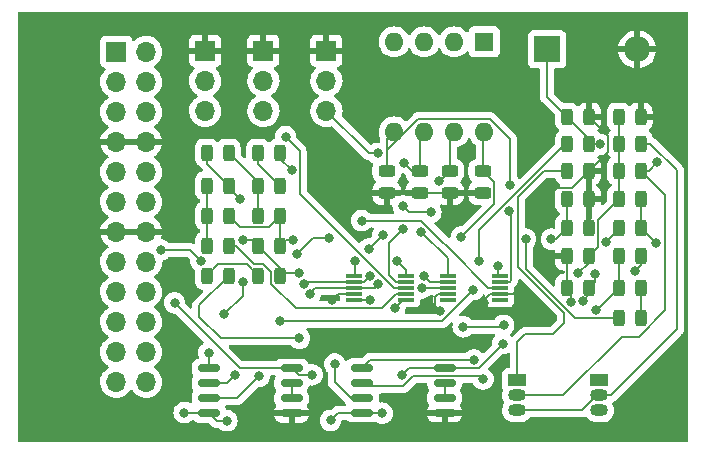
<source format=gtl>
%TF.GenerationSoftware,KiCad,Pcbnew,(6.0.2)*%
%TF.CreationDate,2022-04-01T15:45:15-05:00*%
%TF.ProjectId,bassDrum,62617373-4472-4756-9d2e-6b696361645f,rev?*%
%TF.SameCoordinates,Original*%
%TF.FileFunction,Copper,L1,Top*%
%TF.FilePolarity,Positive*%
%FSLAX46Y46*%
G04 Gerber Fmt 4.6, Leading zero omitted, Abs format (unit mm)*
G04 Created by KiCad (PCBNEW (6.0.2)) date 2022-04-01 15:45:15*
%MOMM*%
%LPD*%
G01*
G04 APERTURE LIST*
G04 Aperture macros list*
%AMRoundRect*
0 Rectangle with rounded corners*
0 $1 Rounding radius*
0 $2 $3 $4 $5 $6 $7 $8 $9 X,Y pos of 4 corners*
0 Add a 4 corners polygon primitive as box body*
4,1,4,$2,$3,$4,$5,$6,$7,$8,$9,$2,$3,0*
0 Add four circle primitives for the rounded corners*
1,1,$1+$1,$2,$3*
1,1,$1+$1,$4,$5*
1,1,$1+$1,$6,$7*
1,1,$1+$1,$8,$9*
0 Add four rect primitives between the rounded corners*
20,1,$1+$1,$2,$3,$4,$5,0*
20,1,$1+$1,$4,$5,$6,$7,0*
20,1,$1+$1,$6,$7,$8,$9,0*
20,1,$1+$1,$8,$9,$2,$3,0*%
G04 Aperture macros list end*
%TA.AperFunction,SMDPad,CuDef*%
%ADD10R,1.400000X0.300000*%
%TD*%
%TA.AperFunction,SMDPad,CuDef*%
%ADD11RoundRect,0.150000X-0.800000X-0.150000X0.800000X-0.150000X0.800000X0.150000X-0.800000X0.150000X0*%
%TD*%
%TA.AperFunction,ComponentPad*%
%ADD12O,1.600000X1.600000*%
%TD*%
%TA.AperFunction,ComponentPad*%
%ADD13R,1.600000X1.600000*%
%TD*%
%TA.AperFunction,SMDPad,CuDef*%
%ADD14RoundRect,0.243750X-0.456250X0.243750X-0.456250X-0.243750X0.456250X-0.243750X0.456250X0.243750X0*%
%TD*%
%TA.AperFunction,SMDPad,CuDef*%
%ADD15RoundRect,0.243750X0.243750X0.456250X-0.243750X0.456250X-0.243750X-0.456250X0.243750X-0.456250X0*%
%TD*%
%TA.AperFunction,SMDPad,CuDef*%
%ADD16RoundRect,0.243750X-0.243750X-0.456250X0.243750X-0.456250X0.243750X0.456250X-0.243750X0.456250X0*%
%TD*%
%TA.AperFunction,ComponentPad*%
%ADD17R,1.500000X1.050000*%
%TD*%
%TA.AperFunction,ComponentPad*%
%ADD18O,1.500000X1.050000*%
%TD*%
%TA.AperFunction,ComponentPad*%
%ADD19O,1.700000X1.700000*%
%TD*%
%TA.AperFunction,ComponentPad*%
%ADD20R,1.700000X1.700000*%
%TD*%
%TA.AperFunction,ComponentPad*%
%ADD21O,2.200000X2.200000*%
%TD*%
%TA.AperFunction,ComponentPad*%
%ADD22R,2.200000X2.200000*%
%TD*%
%TA.AperFunction,ViaPad*%
%ADD23C,0.800000*%
%TD*%
%TA.AperFunction,Conductor*%
%ADD24C,0.152400*%
%TD*%
G04 APERTURE END LIST*
D10*
%TO.P,U4,10*%
%TO.N,5V*%
X147361000Y-99076000D03*
%TO.P,U4,9*%
%TO.N,MasterA1*%
X147361000Y-99576000D03*
%TO.P,U4,8*%
%TO.N,A_OUT_L*%
X147361000Y-100076000D03*
%TO.P,U4,7*%
%TO.N,GND*%
X147361000Y-100576000D03*
%TO.P,U4,6*%
%TO.N,Net-(U4-Pad6)*%
X147361000Y-101076000D03*
%TO.P,U4,5*%
%TO.N,Net-(U4-Pad5)*%
X142961000Y-101076000D03*
%TO.P,U4,4*%
%TO.N,GND*%
X142961000Y-100576000D03*
%TO.P,U4,3*%
%TO.N,SDA*%
X142961000Y-100076000D03*
%TO.P,U4,2*%
%TO.N,SCL*%
X142961000Y-99576000D03*
%TO.P,U4,1*%
%TO.N,MasterA0*%
X142961000Y-99076000D03*
%TD*%
D11*
%TO.P,U3,8*%
%TO.N,+12V*%
X142692000Y-106857800D03*
%TO.P,U3,7*%
%TO.N,Net-(U3-Pad6)*%
X142692000Y-108127800D03*
%TO.P,U3,6*%
X142692000Y-109397800D03*
%TO.P,U3,5*%
%TO.N,GND*%
X142692000Y-110667800D03*
%TO.P,U3,4*%
%TO.N,-12V*%
X135692000Y-110667800D03*
%TO.P,U3,3*%
%TO.N,BassOUT*%
X135692000Y-109397800D03*
%TO.P,U3,2*%
%TO.N,Net-(R16-Pad1)*%
X135692000Y-108127800D03*
%TO.P,U3,1*%
%TO.N,Net-(C9-Pad2)*%
X135692000Y-106857800D03*
%TD*%
D10*
%TO.P,U2,10*%
%TO.N,5V*%
X139446000Y-99076000D03*
%TO.P,U2,9*%
%TO.N,A1*%
X139446000Y-99576000D03*
%TO.P,U2,8*%
%TO.N,P0Out*%
X139446000Y-100076000D03*
%TO.P,U2,7*%
%TO.N,P0In*%
X139446000Y-100576000D03*
%TO.P,U2,6*%
%TO.N,P1In*%
X139446000Y-101076000D03*
%TO.P,U2,5*%
%TO.N,P1Out*%
X135046000Y-101076000D03*
%TO.P,U2,4*%
%TO.N,GND*%
X135046000Y-100576000D03*
%TO.P,U2,3*%
%TO.N,SDA*%
X135046000Y-100076000D03*
%TO.P,U2,2*%
%TO.N,SCL*%
X135046000Y-99576000D03*
%TO.P,U2,1*%
%TO.N,A0*%
X135046000Y-99076000D03*
%TD*%
D11*
%TO.P,U1,8*%
%TO.N,+12V*%
X129738000Y-106883200D03*
%TO.P,U1,7*%
%TO.N,Net-(U1-Pad6)*%
X129738000Y-108153200D03*
%TO.P,U1,6*%
X129738000Y-109423200D03*
%TO.P,U1,5*%
%TO.N,GND*%
X129738000Y-110693200D03*
%TO.P,U1,4*%
%TO.N,-12V*%
X122738000Y-110693200D03*
%TO.P,U1,3*%
%TO.N,Net-(C2-Pad2)*%
X122738000Y-109423200D03*
%TO.P,U1,2*%
%TO.N,Net-(C3-Pad1)*%
X122738000Y-108153200D03*
%TO.P,U1,1*%
%TO.N,Net-(C4-Pad2)*%
X122738000Y-106883200D03*
%TD*%
D12*
%TO.P,SW2,8*%
%TO.N,A0*%
X146050000Y-86868000D03*
%TO.P,SW2,4*%
%TO.N,5V*%
X138430000Y-79248000D03*
%TO.P,SW2,7*%
%TO.N,A1*%
X143510000Y-86868000D03*
%TO.P,SW2,3*%
%TO.N,5V*%
X140970000Y-79248000D03*
%TO.P,SW2,6*%
%TO.N,MasterA0*%
X140970000Y-86868000D03*
%TO.P,SW2,2*%
%TO.N,5V*%
X143510000Y-79248000D03*
%TO.P,SW2,5*%
%TO.N,MasterA1*%
X138430000Y-86868000D03*
D13*
%TO.P,SW2,1*%
%TO.N,5V*%
X146050000Y-79248000D03*
%TD*%
D14*
%TO.P,R20,2*%
%TO.N,GND*%
X140589000Y-92045000D03*
%TO.P,R20,1*%
%TO.N,MasterA0*%
X140589000Y-90170000D03*
%TD*%
%TO.P,R19,2*%
%TO.N,GND*%
X137795000Y-92045000D03*
%TO.P,R19,1*%
%TO.N,MasterA1*%
X137795000Y-90170000D03*
%TD*%
D15*
%TO.P,R17,2*%
%TO.N,GND*%
X153065000Y-100076000D03*
%TO.P,R17,1*%
%TO.N,Net-(R16-Pad1)*%
X154940000Y-100076000D03*
%TD*%
%TO.P,R16,2*%
%TO.N,Net-(C9-Pad2)*%
X157431500Y-97409000D03*
%TO.P,R16,1*%
%TO.N,Net-(R16-Pad1)*%
X159306500Y-97409000D03*
%TD*%
D16*
%TO.P,R15,2*%
%TO.N,Net-(C9-Pad1)*%
X159306500Y-102616000D03*
%TO.P,R15,1*%
%TO.N,Net-(J5-Pad3)*%
X157431500Y-102616000D03*
%TD*%
D14*
%TO.P,R14,2*%
%TO.N,GND*%
X145923000Y-92045000D03*
%TO.P,R14,1*%
%TO.N,A0*%
X145923000Y-90170000D03*
%TD*%
%TO.P,R13,2*%
%TO.N,GND*%
X143129000Y-92045000D03*
%TO.P,R13,1*%
%TO.N,A1*%
X143129000Y-90170000D03*
%TD*%
D16*
%TO.P,R11,2*%
%TO.N,Net-(C4-Pad2)*%
X128778000Y-99060000D03*
%TO.P,R11,1*%
%TO.N,Net-(C6-Pad2)*%
X126903000Y-99060000D03*
%TD*%
%TO.P,R10,2*%
%TO.N,P1In*%
X128778000Y-88646000D03*
%TO.P,R10,1*%
%TO.N,Net-(C5-Pad2)*%
X126903000Y-88646000D03*
%TD*%
%TO.P,R9,2*%
%TO.N,Net-(C5-Pad1)*%
X124430000Y-88646000D03*
%TO.P,R9,1*%
%TO.N,Net-(C4-Pad2)*%
X122555000Y-88646000D03*
%TD*%
%TO.P,R8,2*%
%TO.N,Net-(C3-Pad1)*%
X128778000Y-93980000D03*
%TO.P,R8,1*%
%TO.N,Net-(C5-Pad1)*%
X126903000Y-93980000D03*
%TD*%
%TO.P,R7,2*%
%TO.N,Net-(C3-Pad1)*%
X128778000Y-96520000D03*
%TO.P,R7,1*%
%TO.N,Net-(C4-Pad2)*%
X126903000Y-96520000D03*
%TD*%
%TO.P,R6,2*%
%TO.N,P0In*%
X124430000Y-96520000D03*
%TO.P,R6,1*%
%TO.N,Net-(C3-Pad2)*%
X122555000Y-96520000D03*
%TD*%
%TO.P,R5,2*%
%TO.N,Net-(C2-Pad1)*%
X159306500Y-92583000D03*
%TO.P,R5,1*%
%TO.N,+12V*%
X157431500Y-92583000D03*
%TD*%
%TO.P,R4,2*%
%TO.N,GND*%
X154940000Y-90170000D03*
%TO.P,R4,1*%
%TO.N,Net-(Q1-Pad1)*%
X153065000Y-90170000D03*
%TD*%
%TO.P,R3,2*%
%TO.N,Net-(Q1-Pad3)*%
X159306500Y-87884000D03*
%TO.P,R3,1*%
%TO.N,+12V*%
X157431500Y-87884000D03*
%TD*%
%TO.P,R2,2*%
%TO.N,Net-(C1-Pad1)*%
X159306500Y-90170000D03*
%TO.P,R2,1*%
%TO.N,+12V*%
X157431500Y-90170000D03*
%TD*%
%TO.P,R1,2*%
%TO.N,Net-(C1-Pad1)*%
X154940000Y-87884000D03*
%TO.P,R1,1*%
%TO.N,TRIG*%
X153065000Y-87884000D03*
%TD*%
D17*
%TO.P,Q2,1*%
%TO.N,Net-(Q1-Pad1)*%
X155803600Y-107899200D03*
D18*
%TO.P,Q2,3*%
%TO.N,Net-(C2-Pad1)*%
X155803600Y-110439200D03*
%TO.P,Q2,2*%
%TO.N,Net-(Q1-Pad3)*%
X155803600Y-109169200D03*
%TD*%
D17*
%TO.P,Q1,1*%
%TO.N,Net-(Q1-Pad1)*%
X148818600Y-107899200D03*
D18*
%TO.P,Q1,3*%
%TO.N,Net-(Q1-Pad3)*%
X148818600Y-110439200D03*
%TO.P,Q1,2*%
%TO.N,Net-(C1-Pad1)*%
X148818600Y-109169200D03*
%TD*%
D19*
%TO.P,J5,3*%
%TO.N,Net-(J5-Pad3)*%
X132689600Y-85090000D03*
%TO.P,J5,2*%
%TO.N,A_OUT_L*%
X132689600Y-82550000D03*
D20*
%TO.P,J5,1*%
%TO.N,GND*%
X132689600Y-80010000D03*
%TD*%
D19*
%TO.P,J3,3*%
%TO.N,Net-(J3-Pad3)*%
X127355600Y-85090000D03*
%TO.P,J3,2*%
%TO.N,P1Out*%
X127355600Y-82550000D03*
D20*
%TO.P,J3,1*%
%TO.N,GND*%
X127355600Y-80010000D03*
%TD*%
D19*
%TO.P,J2,3*%
%TO.N,Net-(J2-Pad3)*%
X122428000Y-85090000D03*
%TO.P,J2,2*%
%TO.N,P0Out*%
X122428000Y-82550000D03*
D20*
%TO.P,J2,1*%
%TO.N,GND*%
X122428000Y-80010000D03*
%TD*%
D19*
%TO.P,J1,24*%
%TO.N,TRIG*%
X117434400Y-108031200D03*
%TO.P,J1,23*%
X114894400Y-108031200D03*
%TO.P,J1,22*%
%TO.N,SDA*%
X117434400Y-105491200D03*
%TO.P,J1,21*%
X114894400Y-105491200D03*
%TO.P,J1,20*%
%TO.N,SCL*%
X117434400Y-102951200D03*
%TO.P,J1,19*%
X114894400Y-102951200D03*
%TO.P,J1,18*%
%TO.N,DET*%
X117434400Y-100411200D03*
%TO.P,J1,17*%
X114894400Y-100411200D03*
%TO.P,J1,16*%
%TO.N,5V*%
X117434400Y-97871200D03*
%TO.P,J1,15*%
X114894400Y-97871200D03*
%TO.P,J1,14*%
%TO.N,GND*%
X117434400Y-95331200D03*
%TO.P,J1,13*%
X114894400Y-95331200D03*
%TO.P,J1,12*%
%TO.N,-12V*%
X117434400Y-92791200D03*
%TO.P,J1,11*%
X114894400Y-92791200D03*
%TO.P,J1,10*%
%TO.N,+12V*%
X117434400Y-90251200D03*
%TO.P,J1,9*%
X114894400Y-90251200D03*
%TO.P,J1,8*%
%TO.N,GND*%
X117434400Y-87711200D03*
%TO.P,J1,7*%
X114894400Y-87711200D03*
%TO.P,J1,6*%
%TO.N,A_IN*%
X117434400Y-85171200D03*
%TO.P,J1,5*%
X114894400Y-85171200D03*
%TO.P,J1,4*%
%TO.N,A_OUT_R*%
X117434400Y-82631200D03*
%TO.P,J1,3*%
X114894400Y-82631200D03*
%TO.P,J1,2*%
%TO.N,A_OUT_L*%
X117434400Y-80091200D03*
D20*
%TO.P,J1,1*%
X114894400Y-80091200D03*
%TD*%
D21*
%TO.P,D1,2*%
%TO.N,GND*%
X159004000Y-79883000D03*
D22*
%TO.P,D1,1*%
%TO.N,Net-(C1-Pad1)*%
X151384000Y-79883000D03*
%TD*%
D15*
%TO.P,C12,2*%
%TO.N,-12V*%
X153065000Y-94996000D03*
%TO.P,C12,1*%
%TO.N,GND*%
X154940000Y-94996000D03*
%TD*%
%TO.P,C11,2*%
%TO.N,+12V*%
X157431500Y-85598000D03*
%TO.P,C11,1*%
%TO.N,GND*%
X159306500Y-85598000D03*
%TD*%
%TO.P,C9,2*%
%TO.N,Net-(C9-Pad2)*%
X157431500Y-100076000D03*
%TO.P,C9,1*%
%TO.N,Net-(C9-Pad1)*%
X159306500Y-100076000D03*
%TD*%
%TO.P,C8,2*%
%TO.N,-12V*%
X153065000Y-92583000D03*
%TO.P,C8,1*%
%TO.N,GND*%
X154940000Y-92583000D03*
%TD*%
D16*
%TO.P,C7,2*%
%TO.N,+12V*%
X154940000Y-97409000D03*
%TO.P,C7,1*%
%TO.N,GND*%
X153065000Y-97409000D03*
%TD*%
D15*
%TO.P,C6,2*%
%TO.N,Net-(C6-Pad2)*%
X122555000Y-99060000D03*
%TO.P,C6,1*%
%TO.N,BassOUT*%
X124430000Y-99060000D03*
%TD*%
D16*
%TO.P,C5,2*%
%TO.N,Net-(C5-Pad2)*%
X128778000Y-91440000D03*
%TO.P,C5,1*%
%TO.N,Net-(C5-Pad1)*%
X126903000Y-91440000D03*
%TD*%
%TO.P,C4,2*%
%TO.N,Net-(C4-Pad2)*%
X124430000Y-91440000D03*
%TO.P,C4,1*%
%TO.N,Net-(C3-Pad2)*%
X122555000Y-91440000D03*
%TD*%
D15*
%TO.P,C3,2*%
%TO.N,Net-(C3-Pad2)*%
X122555000Y-93980000D03*
%TO.P,C3,1*%
%TO.N,Net-(C3-Pad1)*%
X124430000Y-93980000D03*
%TD*%
%TO.P,C2,2*%
%TO.N,Net-(C2-Pad2)*%
X157431500Y-94996000D03*
%TO.P,C2,1*%
%TO.N,Net-(C2-Pad1)*%
X159306500Y-94996000D03*
%TD*%
D16*
%TO.P,C1,2*%
%TO.N,GND*%
X154940000Y-85598000D03*
%TO.P,C1,1*%
%TO.N,Net-(C1-Pad1)*%
X153065000Y-85598000D03*
%TD*%
D23*
%TO.N,Net-(C1-Pad1)*%
X155854400Y-87934800D03*
X160680400Y-89458800D03*
%TO.N,GND*%
X151155400Y-102235000D03*
X153389082Y-101318921D03*
X145999200Y-101396800D03*
X142265400Y-102031800D03*
X133146800Y-101127000D03*
%TO.N,Net-(C2-Pad2)*%
X127000000Y-107559400D03*
X144272000Y-103378000D03*
X147696546Y-103246546D03*
X156379910Y-96164400D03*
%TO.N,Net-(C2-Pad1)*%
X160629600Y-96316800D03*
%TO.N,Net-(C3-Pad1)*%
X124968680Y-107424160D03*
X129849254Y-96058346D03*
%TO.N,Net-(C4-Pad2)*%
X125374400Y-92557600D03*
X125628400Y-96062800D03*
X122732800Y-105562400D03*
X124053600Y-102311200D03*
X125609996Y-99576228D03*
X130352800Y-98856800D03*
%TO.N,A_OUT_L*%
X135671000Y-94386400D03*
%TO.N,+12V*%
X131470400Y-107442000D03*
X139090400Y-107492800D03*
X119837200Y-101346000D03*
X147624800Y-104800400D03*
X154025600Y-98856800D03*
%TO.N,-12V*%
X120650000Y-110642400D03*
X151739600Y-95961200D03*
X137414000Y-110693200D03*
X124256800Y-111328200D03*
X133045200Y-111302800D03*
%TO.N,5V*%
X138684000Y-97840800D03*
X147218400Y-98247200D03*
X118653000Y-96875600D03*
X122072400Y-97790000D03*
X130200400Y-97231200D03*
X132943600Y-95859600D03*
%TO.N,SDA*%
X131299958Y-100612380D03*
X137094276Y-99787000D03*
X140760471Y-100088604D03*
%TO.N,SCL*%
X130759200Y-99771200D03*
X136346002Y-99110800D03*
X140970000Y-99110800D03*
%TO.N,TRIG*%
X128727200Y-102870000D03*
X145135600Y-100228400D03*
X145592800Y-97790000D03*
%TO.N,P0Out*%
X129235200Y-87274400D03*
%TO.N,P1Out*%
X136347200Y-101076200D03*
%TO.N,P1In*%
X138480800Y-101752400D03*
X129743200Y-90119200D03*
%TO.N,A1*%
X139192000Y-95062600D03*
X142218175Y-91013170D03*
%TO.N,A0*%
X137464800Y-95605600D03*
X136296400Y-96774000D03*
X135077200Y-97790000D03*
X144119600Y-95758000D03*
%TO.N,BassOUT*%
X133400800Y-106527600D03*
X130403600Y-104343200D03*
%TO.N,Net-(C9-Pad2)*%
X155549600Y-101939800D03*
X145186400Y-106172000D03*
%TO.N,Net-(J5-Pad3)*%
X137023400Y-88696800D03*
X149555200Y-95961200D03*
%TO.N,Net-(R16-Pad1)*%
X158800800Y-98653600D03*
X155448000Y-98907600D03*
X154381200Y-101193600D03*
X145948400Y-107797600D03*
%TO.N,MasterA1*%
X148259800Y-91389200D03*
X148133155Y-93573955D03*
%TO.N,MasterA0*%
X140695054Y-95321746D03*
X141532246Y-93678646D03*
X139192000Y-93167200D03*
X139242800Y-89484200D03*
%TD*%
D24*
%TO.N,Net-(C1-Pad1)*%
X151384000Y-83917000D02*
X153065000Y-85598000D01*
X151384000Y-79883000D02*
X151384000Y-83917000D01*
X154940000Y-87473000D02*
X154940000Y-87884000D01*
X153065000Y-85598000D02*
X154940000Y-87473000D01*
X154940000Y-87884000D02*
X155803600Y-87884000D01*
X155803600Y-87884000D02*
X155854400Y-87934800D01*
X159969200Y-90170000D02*
X159306500Y-90170000D01*
X160680400Y-89458800D02*
X159969200Y-90170000D01*
X152761438Y-109169200D02*
X157689038Y-104241600D01*
X148818600Y-109169200D02*
X152761438Y-109169200D01*
X159116236Y-104241600D02*
X161391600Y-101966236D01*
X157689038Y-104241600D02*
X159116236Y-104241600D01*
X161391600Y-92255100D02*
X159306500Y-90170000D01*
X161391600Y-101966236D02*
X161391600Y-92255100D01*
%TO.N,GND*%
X137795000Y-92045000D02*
X145923000Y-92045000D01*
X147361000Y-100576000D02*
X149496400Y-100576000D01*
X149496400Y-100576000D02*
X151155400Y-102235000D01*
X153389082Y-100400082D02*
X153065000Y-100076000D01*
X153389082Y-101318921D02*
X153389082Y-100400082D01*
X145999200Y-101085400D02*
X145999200Y-101396800D01*
X147361000Y-100576000D02*
X146508600Y-100576000D01*
X146508600Y-100576000D02*
X145999200Y-101085400D01*
X141865401Y-100824437D02*
X142113838Y-100576000D01*
X142113838Y-100576000D02*
X142961000Y-100576000D01*
X141865401Y-101631801D02*
X141865401Y-100824437D01*
X142265400Y-102031800D02*
X141865401Y-101631801D01*
X135046000Y-100576000D02*
X133697800Y-100576000D01*
X133697800Y-100576000D02*
X133146800Y-101127000D01*
X129738000Y-110693200D02*
X129738000Y-112288200D01*
X153065000Y-100076000D02*
X153065000Y-97409000D01*
X153503210Y-91606790D02*
X151877610Y-91606790D01*
X154940000Y-90170000D02*
X153503210Y-91606790D01*
X156530601Y-88579399D02*
X154940000Y-90170000D01*
X156530601Y-87188601D02*
X156530601Y-88579399D01*
X154940000Y-85598000D02*
X156530601Y-87188601D01*
%TO.N,Net-(C2-Pad2)*%
X122738000Y-109423200D02*
X125136200Y-109423200D01*
X125136200Y-109423200D02*
X127000000Y-107559400D01*
X144272000Y-103378000D02*
X147565092Y-103378000D01*
X147565092Y-103378000D02*
X147696546Y-103246546D01*
X157431500Y-95112810D02*
X157431500Y-94996000D01*
X156379910Y-96164400D02*
X157431500Y-95112810D01*
%TO.N,Net-(C2-Pad1)*%
X159308800Y-94996000D02*
X159306500Y-94996000D01*
X160629600Y-96316800D02*
X159308800Y-94996000D01*
X159306500Y-94996000D02*
X159306500Y-92583000D01*
%TO.N,Net-(C3-Pad2)*%
X122555000Y-91440000D02*
X122555000Y-93980000D01*
X122555000Y-93980000D02*
X122555000Y-96520000D01*
%TO.N,Net-(C3-Pad1)*%
X127801790Y-94956210D02*
X128778000Y-93980000D01*
X125406210Y-94956210D02*
X127801790Y-94956210D01*
X124430000Y-93980000D02*
X125406210Y-94956210D01*
X128778000Y-93980000D02*
X128778000Y-96520000D01*
X122738000Y-108153200D02*
X124239640Y-108153200D01*
X124239640Y-108153200D02*
X124968680Y-107424160D01*
X129239654Y-96058346D02*
X128778000Y-96520000D01*
X129849254Y-96058346D02*
X129239654Y-96058346D01*
%TO.N,Net-(C4-Pad2)*%
X122555000Y-89565000D02*
X124430000Y-91440000D01*
X122555000Y-88646000D02*
X122555000Y-89565000D01*
X124430000Y-91440000D02*
X124430000Y-91613200D01*
X124430000Y-91613200D02*
X125374400Y-92557600D01*
X126445800Y-96062800D02*
X126903000Y-96520000D01*
X125628400Y-96062800D02*
X126445800Y-96062800D01*
X128778000Y-98395000D02*
X128778000Y-99060000D01*
X126903000Y-96520000D02*
X128778000Y-98395000D01*
X122738000Y-106883200D02*
X122738000Y-105567600D01*
X122738000Y-105567600D02*
X122732800Y-105562400D01*
X124053600Y-102311200D02*
X125609996Y-100754804D01*
X125609996Y-100754804D02*
X125609996Y-99576228D01*
X128981200Y-98856800D02*
X128778000Y-99060000D01*
X130352800Y-98856800D02*
X128981200Y-98856800D01*
%TO.N,Net-(C5-Pad1)*%
X126903000Y-91119000D02*
X126903000Y-91440000D01*
X124430000Y-88646000D02*
X126903000Y-91119000D01*
X126903000Y-91440000D02*
X126903000Y-93980000D01*
%TO.N,Net-(C5-Pad2)*%
X126903000Y-89565000D02*
X128778000Y-91440000D01*
X126903000Y-88646000D02*
X126903000Y-89565000D01*
%TO.N,A_OUT_L*%
X146405600Y-100076000D02*
X147361000Y-100076000D01*
X143052800Y-96723200D02*
X146405600Y-100076000D01*
X143052800Y-96723200D02*
X142341600Y-96012000D01*
X142341600Y-96012000D02*
X140716000Y-94386400D01*
X140716000Y-94386400D02*
X135671000Y-94386400D01*
%TO.N,+12V*%
X157431500Y-90170000D02*
X157431500Y-87884000D01*
X157431500Y-87884000D02*
X157431500Y-85598000D01*
X157431500Y-90170000D02*
X157431500Y-92583000D01*
X155703710Y-94310790D02*
X157431500Y-92583000D01*
X155703710Y-96645290D02*
X155703710Y-94310790D01*
X154940000Y-97409000D02*
X155703710Y-96645290D01*
X129738000Y-106883200D02*
X130347600Y-107492800D01*
X130347600Y-107492800D02*
X131419600Y-107492800D01*
X131419600Y-107492800D02*
X131470400Y-107442000D01*
X142666600Y-106883200D02*
X142692000Y-106857800D01*
X139090400Y-107492800D02*
X139700000Y-106883200D01*
X139700000Y-106883200D02*
X142666600Y-106883200D01*
X125374400Y-106883200D02*
X129738000Y-106883200D01*
X119837200Y-101346000D02*
X125374400Y-106883200D01*
X142692000Y-106857800D02*
X145567400Y-106857800D01*
X145567400Y-106857800D02*
X147624800Y-104800400D01*
X154940000Y-97942400D02*
X154940000Y-97409000D01*
X154025600Y-98856800D02*
X154940000Y-97942400D01*
%TO.N,-12V*%
X122738000Y-110693200D02*
X123398400Y-111353600D01*
X122687200Y-110642400D02*
X122738000Y-110693200D01*
X120650000Y-110642400D02*
X122687200Y-110642400D01*
X153065000Y-94996000D02*
X153065000Y-92583000D01*
X153065000Y-94996000D02*
X152099800Y-95961200D01*
X152099800Y-95961200D02*
X151739600Y-95961200D01*
X135717400Y-110693200D02*
X135692000Y-110667800D01*
X137414000Y-110693200D02*
X135717400Y-110693200D01*
X123398400Y-111353600D02*
X124231400Y-111353600D01*
X124231400Y-111353600D02*
X124256800Y-111328200D01*
X133045200Y-111302800D02*
X133654800Y-110693200D01*
X135666600Y-110693200D02*
X135692000Y-110667800D01*
X133654800Y-110693200D02*
X135666600Y-110693200D01*
%TO.N,5V*%
X139446000Y-98602800D02*
X139446000Y-99076000D01*
X138684000Y-97840800D02*
X139446000Y-98602800D01*
X147218400Y-98933400D02*
X147361000Y-99076000D01*
X147218400Y-98247200D02*
X147218400Y-98933400D01*
X118653000Y-96875600D02*
X121158000Y-96875600D01*
X121158000Y-96875600D02*
X122072400Y-97790000D01*
X130200400Y-97231200D02*
X131572000Y-95859600D01*
X131572000Y-95859600D02*
X132943600Y-95859600D01*
%TO.N,SDA*%
X131299958Y-100612380D02*
X131299958Y-100500442D01*
X131724400Y-100076000D02*
X135046000Y-100076000D01*
X131299958Y-100500442D02*
X131724400Y-100076000D01*
X135046000Y-100076000D02*
X136805276Y-100076000D01*
X136805276Y-100076000D02*
X137094276Y-99787000D01*
X142948396Y-100088604D02*
X142961000Y-100076000D01*
X140760471Y-100088604D02*
X142948396Y-100088604D01*
%TO.N,SCL*%
X130954400Y-99576000D02*
X135046000Y-99576000D01*
X130759200Y-99771200D02*
X130954400Y-99576000D01*
X135046000Y-99576000D02*
X135880802Y-99576000D01*
X135880802Y-99576000D02*
X136346002Y-99110800D01*
X141435200Y-99576000D02*
X142961000Y-99576000D01*
X140970000Y-99110800D02*
X141435200Y-99576000D01*
%TO.N,TRIG*%
X142514162Y-102870000D02*
X145084800Y-100299362D01*
X128727200Y-102870000D02*
X142514162Y-102870000D01*
X145084800Y-100299362D02*
X145084800Y-100279200D01*
X145084800Y-100279200D02*
X145135600Y-100228400D01*
X152866818Y-87884000D02*
X153065000Y-87884000D01*
X145592800Y-95158018D02*
X152866818Y-87884000D01*
X145592800Y-97790000D02*
X145592800Y-95158018D01*
%TO.N,P0Out*%
X130419401Y-92111347D02*
X138384054Y-100076000D01*
X130419401Y-88458601D02*
X130419401Y-92111347D01*
X138384054Y-100076000D02*
X139446000Y-100076000D01*
X129235200Y-87274400D02*
X130419401Y-88458601D01*
%TO.N,P1Out*%
X135046000Y-101076000D02*
X136347000Y-101076000D01*
X136347000Y-101076000D02*
X136347200Y-101076200D01*
%TO.N,Net-(Q1-Pad1)*%
X151079200Y-90170000D02*
X153065000Y-90170000D01*
X148878999Y-92370201D02*
X151079200Y-90170000D01*
X152806400Y-102209600D02*
X148878999Y-98282199D01*
X148818600Y-104673400D02*
X149504400Y-103987600D01*
X152806400Y-103047800D02*
X152806400Y-102209600D01*
X148818600Y-107899200D02*
X148818600Y-104673400D01*
X149504400Y-103987600D02*
X151866600Y-103987600D01*
X148878999Y-98282199D02*
X148878999Y-92370201D01*
X151866600Y-103987600D02*
X152806400Y-103047800D01*
%TO.N,Net-(Q1-Pad3)*%
X155803600Y-109169200D02*
X155600400Y-109169200D01*
X154330400Y-110439200D02*
X148818600Y-110439200D01*
X155600400Y-109169200D02*
X154330400Y-110439200D01*
X156779436Y-109169200D02*
X155803600Y-109169200D01*
X159306500Y-87884000D02*
X160106378Y-87884000D01*
X162356800Y-103591836D02*
X156779436Y-109169200D01*
X162356800Y-90134422D02*
X162356800Y-103591836D01*
X160106378Y-87884000D02*
X162356800Y-90134422D01*
%TO.N,P0In*%
X128014290Y-99731626D02*
X130085864Y-101803200D01*
X125018800Y-96520000D02*
X126582590Y-98083790D01*
X126582590Y-98083790D02*
X127362126Y-98083790D01*
X124430000Y-96520000D02*
X125018800Y-96520000D01*
X127362126Y-98083790D02*
X128014290Y-98735954D01*
X128014290Y-98735954D02*
X128014290Y-99731626D01*
X138598838Y-100576000D02*
X139446000Y-100576000D01*
X137371638Y-101803200D02*
X138598838Y-100576000D01*
X130085864Y-101803200D02*
X137371638Y-101803200D01*
%TO.N,P1In*%
X139446000Y-101076000D02*
X139157200Y-101076000D01*
X139157200Y-101076000D02*
X138480800Y-101752400D01*
X128778000Y-89154000D02*
X128778000Y-88646000D01*
X129743200Y-90119200D02*
X128778000Y-89154000D01*
%TO.N,A1*%
X143129000Y-87249000D02*
X143510000Y-86868000D01*
X143129000Y-90170000D02*
X143129000Y-87249000D01*
X138007799Y-96246801D02*
X139192000Y-95062600D01*
X138007799Y-98990199D02*
X138007799Y-96246801D01*
X139446000Y-99576000D02*
X138593600Y-99576000D01*
X138593600Y-99576000D02*
X138007799Y-98990199D01*
X142285830Y-91013170D02*
X143129000Y-90170000D01*
X142218175Y-91013170D02*
X142285830Y-91013170D01*
%TO.N,A0*%
X145923000Y-86995000D02*
X146050000Y-86868000D01*
X145923000Y-90170000D02*
X145923000Y-86995000D01*
X137464800Y-95605600D02*
X136296400Y-96774000D01*
X135077200Y-99044800D02*
X135046000Y-99076000D01*
X135077200Y-97790000D02*
X135077200Y-99044800D01*
X146899210Y-91146210D02*
X145923000Y-90170000D01*
X146899210Y-92978390D02*
X146899210Y-91146210D01*
X144119600Y-95758000D02*
X146899210Y-92978390D01*
%TO.N,Net-(U1-Pad6)*%
X129738000Y-108153200D02*
X129738000Y-109423200D01*
%TO.N,BassOUT*%
X133400800Y-108056600D02*
X133400800Y-106527600D01*
X135692000Y-109397800D02*
X134742000Y-109397800D01*
X134742000Y-109397800D02*
X133400800Y-108056600D01*
X124430000Y-99060000D02*
X121920000Y-101570000D01*
X121920000Y-101570000D02*
X121920000Y-102514400D01*
X123748800Y-104343200D02*
X130403600Y-104343200D01*
X121920000Y-102514400D02*
X123748800Y-104343200D01*
%TO.N,Net-(U3-Pad6)*%
X142692000Y-108127800D02*
X142692000Y-109397800D01*
%TO.N,Net-(C6-Pad2)*%
X125926790Y-98083790D02*
X126903000Y-99060000D01*
X123531210Y-98083790D02*
X125926790Y-98083790D01*
X122555000Y-99060000D02*
X123531210Y-98083790D01*
%TO.N,Net-(C9-Pad2)*%
X157431500Y-100076000D02*
X157431500Y-97409000D01*
X157431500Y-100076000D02*
X155567700Y-101939800D01*
X155567700Y-101939800D02*
X155549600Y-101939800D01*
X136377800Y-106172000D02*
X135692000Y-106857800D01*
X145186400Y-106172000D02*
X136377800Y-106172000D01*
%TO.N,Net-(C9-Pad1)*%
X159306500Y-102616000D02*
X159306500Y-100076000D01*
%TO.N,Net-(J5-Pad3)*%
X132689600Y-85090000D02*
X136296400Y-88696800D01*
X136296400Y-88696800D02*
X137023400Y-88696800D01*
X149555200Y-98001536D02*
X149555200Y-95961200D01*
X149555200Y-98460018D02*
X149555200Y-98001536D01*
X157431500Y-102616000D02*
X153711182Y-102616000D01*
X153711182Y-102616000D02*
X149555200Y-98460018D01*
%TO.N,Net-(R16-Pad1)*%
X159306500Y-97409000D02*
X159306500Y-98147900D01*
X159306500Y-98147900D02*
X158800800Y-98653600D01*
X155448000Y-99568000D02*
X154940000Y-100076000D01*
X155448000Y-98907600D02*
X155448000Y-99568000D01*
X154940000Y-100076000D02*
X154940000Y-100634800D01*
X154940000Y-100634800D02*
X154381200Y-101193600D01*
X135992000Y-108427800D02*
X135692000Y-108127800D01*
X140032388Y-107551590D02*
X139156178Y-108427800D01*
X145702390Y-107551590D02*
X140032388Y-107551590D01*
X139156178Y-108427800D02*
X135992000Y-108427800D01*
X145948400Y-107797600D02*
X145702390Y-107551590D01*
%TO.N,MasterA1*%
X137795000Y-87503000D02*
X138430000Y-86868000D01*
X137795000Y-90170000D02*
X137795000Y-87503000D01*
X137795000Y-88450222D02*
X140453423Y-85791799D01*
X148259800Y-87485022D02*
X148259800Y-91389200D01*
X137795000Y-90170000D02*
X137795000Y-88450222D01*
X140453423Y-85791799D02*
X146566577Y-85791799D01*
X146566577Y-85791799D02*
X148259800Y-87485022D01*
X148208162Y-99576000D02*
X147361000Y-99576000D01*
X148337201Y-99446961D02*
X148208162Y-99576000D01*
X148337201Y-93778001D02*
X148337201Y-99446961D01*
X148133155Y-93573955D02*
X148337201Y-93778001D01*
%TO.N,MasterA0*%
X140589000Y-87249000D02*
X140970000Y-86868000D01*
X140589000Y-90170000D02*
X140589000Y-87249000D01*
X142961000Y-99076000D02*
X142961000Y-97587692D01*
X142961000Y-97587692D02*
X140695054Y-95321746D01*
X140589000Y-90384773D02*
X140589000Y-90170000D01*
X141532246Y-93678646D02*
X139703446Y-93678646D01*
X139703446Y-93678646D02*
X139192000Y-93167200D01*
X139928600Y-90170000D02*
X140589000Y-90170000D01*
X139242800Y-89484200D02*
X139928600Y-90170000D01*
%TD*%
%TA.AperFunction,Conductor*%
%TO.N,GND*%
G36*
X163264121Y-76728002D02*
G01*
X163310614Y-76781658D01*
X163322000Y-76834000D01*
X163322000Y-113031000D01*
X163301998Y-113099121D01*
X163248342Y-113145614D01*
X163196000Y-113157000D01*
X106679000Y-113157000D01*
X106610879Y-113136998D01*
X106564386Y-113083342D01*
X106553000Y-113031000D01*
X106553000Y-107997895D01*
X113531651Y-107997895D01*
X113531948Y-108003048D01*
X113531948Y-108003051D01*
X113541856Y-108174879D01*
X113544510Y-108220915D01*
X113545647Y-108225961D01*
X113545648Y-108225967D01*
X113565167Y-108312577D01*
X113593622Y-108438839D01*
X113677666Y-108645816D01*
X113717002Y-108710007D01*
X113791691Y-108831888D01*
X113794387Y-108836288D01*
X113940650Y-109005138D01*
X114112526Y-109147832D01*
X114305400Y-109260538D01*
X114514092Y-109340230D01*
X114519160Y-109341261D01*
X114519163Y-109341262D01*
X114599748Y-109357657D01*
X114732997Y-109384767D01*
X114738172Y-109384957D01*
X114738174Y-109384957D01*
X114951073Y-109392764D01*
X114951077Y-109392764D01*
X114956237Y-109392953D01*
X114961357Y-109392297D01*
X114961359Y-109392297D01*
X115172688Y-109365225D01*
X115172689Y-109365225D01*
X115177816Y-109364568D01*
X115182766Y-109363083D01*
X115386829Y-109301861D01*
X115386834Y-109301859D01*
X115391784Y-109300374D01*
X115592394Y-109202096D01*
X115774260Y-109072373D01*
X115932496Y-108914689D01*
X115991994Y-108831889D01*
X116062853Y-108733277D01*
X116064176Y-108734228D01*
X116111045Y-108691057D01*
X116180980Y-108678825D01*
X116246426Y-108706344D01*
X116274275Y-108738194D01*
X116280097Y-108747694D01*
X116334387Y-108836288D01*
X116480650Y-109005138D01*
X116652526Y-109147832D01*
X116845400Y-109260538D01*
X117054092Y-109340230D01*
X117059160Y-109341261D01*
X117059163Y-109341262D01*
X117139748Y-109357657D01*
X117272997Y-109384767D01*
X117278172Y-109384957D01*
X117278174Y-109384957D01*
X117491073Y-109392764D01*
X117491077Y-109392764D01*
X117496237Y-109392953D01*
X117501357Y-109392297D01*
X117501359Y-109392297D01*
X117712688Y-109365225D01*
X117712689Y-109365225D01*
X117717816Y-109364568D01*
X117722766Y-109363083D01*
X117926829Y-109301861D01*
X117926834Y-109301859D01*
X117931784Y-109300374D01*
X118132394Y-109202096D01*
X118314260Y-109072373D01*
X118472496Y-108914689D01*
X118531994Y-108831889D01*
X118599835Y-108737477D01*
X118602853Y-108733277D01*
X118608007Y-108722850D01*
X118699536Y-108537653D01*
X118699537Y-108537651D01*
X118701830Y-108533011D01*
X118757698Y-108349128D01*
X118765265Y-108324223D01*
X118765265Y-108324221D01*
X118766770Y-108319269D01*
X118795929Y-108097790D01*
X118796104Y-108090626D01*
X118797474Y-108034565D01*
X118797474Y-108034561D01*
X118797556Y-108031200D01*
X118779252Y-107808561D01*
X118724831Y-107591902D01*
X118635754Y-107387040D01*
X118556019Y-107263788D01*
X118517222Y-107203817D01*
X118517220Y-107203814D01*
X118514414Y-107199477D01*
X118364070Y-107034251D01*
X118360019Y-107031052D01*
X118360015Y-107031048D01*
X118192814Y-106899000D01*
X118192810Y-106898998D01*
X118188759Y-106895798D01*
X118147453Y-106872996D01*
X118097484Y-106822564D01*
X118082712Y-106753121D01*
X118107828Y-106686716D01*
X118135180Y-106660109D01*
X118186936Y-106623192D01*
X118314260Y-106532373D01*
X118358532Y-106488256D01*
X118468835Y-106378337D01*
X118472496Y-106374689D01*
X118503607Y-106331394D01*
X118599835Y-106197477D01*
X118602853Y-106193277D01*
X118609757Y-106179309D01*
X118699536Y-105997653D01*
X118699537Y-105997651D01*
X118701830Y-105993011D01*
X118766770Y-105779269D01*
X118795929Y-105557790D01*
X118797556Y-105491200D01*
X118779252Y-105268561D01*
X118724831Y-105051902D01*
X118635754Y-104847040D01*
X118574486Y-104752334D01*
X118517222Y-104663817D01*
X118517220Y-104663814D01*
X118514414Y-104659477D01*
X118364070Y-104494251D01*
X118360019Y-104491052D01*
X118360015Y-104491048D01*
X118192814Y-104359000D01*
X118192810Y-104358998D01*
X118188759Y-104355798D01*
X118147453Y-104332996D01*
X118097484Y-104282564D01*
X118082712Y-104213121D01*
X118107828Y-104146716D01*
X118135180Y-104120109D01*
X118179003Y-104088850D01*
X118314260Y-103992373D01*
X118472496Y-103834689D01*
X118479818Y-103824500D01*
X118599835Y-103657477D01*
X118602853Y-103653277D01*
X118620238Y-103618102D01*
X118699536Y-103457653D01*
X118699537Y-103457651D01*
X118701830Y-103453011D01*
X118752322Y-103286824D01*
X118765265Y-103244223D01*
X118765265Y-103244221D01*
X118766770Y-103239269D01*
X118795929Y-103017790D01*
X118796512Y-102993949D01*
X118797474Y-102954565D01*
X118797474Y-102954561D01*
X118797556Y-102951200D01*
X118779252Y-102728561D01*
X118724831Y-102511902D01*
X118635754Y-102307040D01*
X118596306Y-102246062D01*
X118517222Y-102123817D01*
X118517220Y-102123814D01*
X118514414Y-102119477D01*
X118364070Y-101954251D01*
X118360019Y-101951052D01*
X118360015Y-101951048D01*
X118192814Y-101819000D01*
X118192810Y-101818998D01*
X118188759Y-101815798D01*
X118147453Y-101792996D01*
X118097484Y-101742564D01*
X118082712Y-101673121D01*
X118107828Y-101606716D01*
X118135180Y-101580109D01*
X118188318Y-101542206D01*
X118314260Y-101452373D01*
X118321568Y-101445091D01*
X118468835Y-101298337D01*
X118472496Y-101294689D01*
X118476111Y-101289659D01*
X118599835Y-101117477D01*
X118602853Y-101113277D01*
X118621178Y-101076200D01*
X118699536Y-100917653D01*
X118699537Y-100917651D01*
X118701830Y-100913011D01*
X118747409Y-100762992D01*
X118765265Y-100704223D01*
X118765265Y-100704221D01*
X118766770Y-100699269D01*
X118795929Y-100477790D01*
X118796267Y-100463944D01*
X118797474Y-100414565D01*
X118797474Y-100414561D01*
X118797556Y-100411200D01*
X118779252Y-100188561D01*
X118724831Y-99971902D01*
X118635754Y-99767040D01*
X118596306Y-99706062D01*
X118517222Y-99583817D01*
X118517220Y-99583814D01*
X118514414Y-99579477D01*
X118364070Y-99414251D01*
X118360019Y-99411052D01*
X118360015Y-99411048D01*
X118192814Y-99279000D01*
X118192810Y-99278998D01*
X118188759Y-99275798D01*
X118147453Y-99252996D01*
X118097484Y-99202564D01*
X118082712Y-99133121D01*
X118107828Y-99066716D01*
X118135180Y-99040109D01*
X118179003Y-99008850D01*
X118314260Y-98912373D01*
X118323808Y-98902859D01*
X118427193Y-98799834D01*
X118472496Y-98754689D01*
X118503607Y-98711394D01*
X118599835Y-98577477D01*
X118602853Y-98573277D01*
X118610184Y-98558445D01*
X118699536Y-98377653D01*
X118699537Y-98377651D01*
X118701830Y-98373011D01*
X118741373Y-98242860D01*
X118765265Y-98164223D01*
X118765265Y-98164221D01*
X118766770Y-98159269D01*
X118795929Y-97937790D01*
X118796401Y-97918483D01*
X118797521Y-97872641D01*
X118819181Y-97805029D01*
X118873956Y-97759861D01*
X118897285Y-97752473D01*
X118928824Y-97745769D01*
X118928833Y-97745766D01*
X118935288Y-97744394D01*
X119013291Y-97709665D01*
X119103722Y-97669403D01*
X119103724Y-97669402D01*
X119109752Y-97666718D01*
X119116106Y-97662102D01*
X119192449Y-97606635D01*
X119264253Y-97554466D01*
X119311504Y-97501988D01*
X119371947Y-97464750D01*
X119405138Y-97460300D01*
X120863620Y-97460300D01*
X120931741Y-97480302D01*
X120952715Y-97497205D01*
X121124637Y-97669127D01*
X121158663Y-97731439D01*
X121160852Y-97771392D01*
X121158896Y-97790000D01*
X121159586Y-97796565D01*
X121171712Y-97911933D01*
X121178858Y-97979928D01*
X121237873Y-98161556D01*
X121241176Y-98167278D01*
X121241177Y-98167279D01*
X121269567Y-98216451D01*
X121333360Y-98326944D01*
X121337778Y-98331851D01*
X121337779Y-98331852D01*
X121448163Y-98454446D01*
X121461147Y-98468866D01*
X121507061Y-98502224D01*
X121550415Y-98558445D01*
X121559000Y-98604160D01*
X121559001Y-99090963D01*
X121559001Y-99566230D01*
X121569884Y-99671129D01*
X121572063Y-99677660D01*
X121572064Y-99677665D01*
X121621490Y-99825811D01*
X121625398Y-99837526D01*
X121717703Y-99986689D01*
X121841847Y-100110617D01*
X121991171Y-100202661D01*
X121998119Y-100204965D01*
X121998122Y-100204967D01*
X122149738Y-100255256D01*
X122208098Y-100295687D01*
X122235335Y-100361251D01*
X122222801Y-100431133D01*
X122199166Y-100463944D01*
X121539497Y-101123613D01*
X121527106Y-101134480D01*
X121502987Y-101152987D01*
X121454415Y-101216288D01*
X121409266Y-101275127D01*
X121406108Y-101282752D01*
X121406106Y-101282755D01*
X121400195Y-101297027D01*
X121400194Y-101297030D01*
X121350350Y-101417363D01*
X121349272Y-101425551D01*
X121336428Y-101523117D01*
X121335743Y-101528317D01*
X121330255Y-101570000D01*
X121331847Y-101582096D01*
X121334222Y-101600133D01*
X121335300Y-101616579D01*
X121335300Y-101713020D01*
X121315298Y-101781141D01*
X121261642Y-101827634D01*
X121191368Y-101837738D01*
X121126788Y-101808244D01*
X121120205Y-101802115D01*
X120784963Y-101466873D01*
X120750937Y-101404561D01*
X120748748Y-101364605D01*
X120749281Y-101359541D01*
X120750704Y-101346000D01*
X120749686Y-101336316D01*
X120731432Y-101162635D01*
X120731432Y-101162633D01*
X120730742Y-101156072D01*
X120671727Y-100974444D01*
X120661886Y-100957398D01*
X120630106Y-100902355D01*
X120576240Y-100809056D01*
X120558780Y-100789664D01*
X120452875Y-100672045D01*
X120452874Y-100672044D01*
X120448453Y-100667134D01*
X120327167Y-100579014D01*
X120299294Y-100558763D01*
X120299293Y-100558762D01*
X120293952Y-100554882D01*
X120287924Y-100552198D01*
X120287922Y-100552197D01*
X120125519Y-100479891D01*
X120125518Y-100479891D01*
X120119488Y-100477206D01*
X120010073Y-100453949D01*
X119939144Y-100438872D01*
X119939139Y-100438872D01*
X119932687Y-100437500D01*
X119741713Y-100437500D01*
X119735261Y-100438872D01*
X119735256Y-100438872D01*
X119664327Y-100453949D01*
X119554912Y-100477206D01*
X119548882Y-100479891D01*
X119548881Y-100479891D01*
X119386478Y-100552197D01*
X119386476Y-100552198D01*
X119380448Y-100554882D01*
X119375107Y-100558762D01*
X119375106Y-100558763D01*
X119347233Y-100579014D01*
X119225947Y-100667134D01*
X119221526Y-100672044D01*
X119221525Y-100672045D01*
X119115621Y-100789664D01*
X119098160Y-100809056D01*
X119044294Y-100902355D01*
X119012515Y-100957398D01*
X119002673Y-100974444D01*
X118943658Y-101156072D01*
X118942968Y-101162633D01*
X118942968Y-101162635D01*
X118924714Y-101336316D01*
X118923696Y-101346000D01*
X118924386Y-101352562D01*
X118924386Y-101352565D01*
X118942312Y-101523117D01*
X118943658Y-101535928D01*
X119002673Y-101717556D01*
X119005976Y-101723278D01*
X119005977Y-101723279D01*
X119013692Y-101736642D01*
X119098160Y-101882944D01*
X119102578Y-101887851D01*
X119102579Y-101887852D01*
X119221525Y-102019955D01*
X119225947Y-102024866D01*
X119234803Y-102031300D01*
X119350910Y-102115657D01*
X119380448Y-102137118D01*
X119386476Y-102139802D01*
X119386478Y-102139803D01*
X119547832Y-102211642D01*
X119554912Y-102214794D01*
X119639736Y-102232824D01*
X119735256Y-102253128D01*
X119735261Y-102253128D01*
X119741713Y-102254500D01*
X119866620Y-102254500D01*
X119934741Y-102274502D01*
X119955715Y-102291405D01*
X122264137Y-104599828D01*
X122298163Y-104662140D01*
X122293098Y-104732956D01*
X122249103Y-104790858D01*
X122221037Y-104811250D01*
X122128096Y-104878776D01*
X122121547Y-104883534D01*
X121993760Y-105025456D01*
X121898273Y-105190844D01*
X121839258Y-105372472D01*
X121819296Y-105562400D01*
X121819986Y-105568965D01*
X121837593Y-105736482D01*
X121839258Y-105752328D01*
X121872178Y-105853645D01*
X121895223Y-105924569D01*
X121897251Y-105995536D01*
X121860588Y-106056334D01*
X121810542Y-106084502D01*
X121682014Y-106121842D01*
X121682009Y-106121844D01*
X121674399Y-106124055D01*
X121667572Y-106128092D01*
X121667573Y-106128092D01*
X121538020Y-106204709D01*
X121538017Y-106204711D01*
X121531193Y-106208747D01*
X121413547Y-106326393D01*
X121409511Y-106333217D01*
X121409509Y-106333220D01*
X121382827Y-106378337D01*
X121328855Y-106469599D01*
X121282438Y-106629369D01*
X121281934Y-106635774D01*
X121281933Y-106635779D01*
X121279862Y-106662096D01*
X121279500Y-106666698D01*
X121279500Y-107099702D01*
X121279693Y-107102150D01*
X121279693Y-107102158D01*
X121281563Y-107125911D01*
X121282438Y-107137031D01*
X121301841Y-107203817D01*
X121325230Y-107284322D01*
X121328855Y-107296801D01*
X121413547Y-107440007D01*
X121416229Y-107442689D01*
X121441502Y-107507061D01*
X121427600Y-107576684D01*
X121417428Y-107592512D01*
X121413547Y-107596393D01*
X121328855Y-107739599D01*
X121326644Y-107747210D01*
X121326643Y-107747212D01*
X121320185Y-107769442D01*
X121282438Y-107899369D01*
X121281934Y-107905774D01*
X121281933Y-107905779D01*
X121279952Y-107930956D01*
X121279500Y-107936698D01*
X121279500Y-108369702D01*
X121279693Y-108372150D01*
X121279693Y-108372158D01*
X121281483Y-108394891D01*
X121282438Y-108407031D01*
X121300958Y-108470779D01*
X121326643Y-108559186D01*
X121328855Y-108566801D01*
X121413547Y-108710007D01*
X121416229Y-108712689D01*
X121441502Y-108777061D01*
X121427600Y-108846684D01*
X121417428Y-108862512D01*
X121413547Y-108866393D01*
X121328855Y-109009599D01*
X121326644Y-109017210D01*
X121326643Y-109017212D01*
X121311676Y-109068729D01*
X121282438Y-109169369D01*
X121281934Y-109175774D01*
X121281933Y-109175779D01*
X121279862Y-109202096D01*
X121279500Y-109206698D01*
X121279500Y-109639702D01*
X121279693Y-109642150D01*
X121279693Y-109642158D01*
X121279995Y-109645988D01*
X121282438Y-109677031D01*
X121284232Y-109683207D01*
X121284233Y-109683211D01*
X121291506Y-109708245D01*
X121291303Y-109779241D01*
X121252749Y-109838857D01*
X121188084Y-109868165D01*
X121117839Y-109857860D01*
X121110777Y-109854206D01*
X121106752Y-109851282D01*
X121100722Y-109848597D01*
X120938319Y-109776291D01*
X120938318Y-109776291D01*
X120932288Y-109773606D01*
X120838887Y-109753753D01*
X120751944Y-109735272D01*
X120751939Y-109735272D01*
X120745487Y-109733900D01*
X120554513Y-109733900D01*
X120548061Y-109735272D01*
X120548056Y-109735272D01*
X120461113Y-109753753D01*
X120367712Y-109773606D01*
X120361682Y-109776291D01*
X120361681Y-109776291D01*
X120199278Y-109848597D01*
X120199276Y-109848598D01*
X120193248Y-109851282D01*
X120187907Y-109855162D01*
X120187906Y-109855163D01*
X120166721Y-109870555D01*
X120038747Y-109963534D01*
X120034326Y-109968444D01*
X120034325Y-109968445D01*
X119953960Y-110057700D01*
X119910960Y-110105456D01*
X119815473Y-110270844D01*
X119756458Y-110452472D01*
X119755768Y-110459033D01*
X119755768Y-110459035D01*
X119751119Y-110503272D01*
X119736496Y-110642400D01*
X119737186Y-110648965D01*
X119750073Y-110771574D01*
X119756458Y-110832328D01*
X119815473Y-111013956D01*
X119818776Y-111019678D01*
X119818777Y-111019679D01*
X119824127Y-111028945D01*
X119910960Y-111179344D01*
X119915378Y-111184251D01*
X119915379Y-111184252D01*
X120028031Y-111309365D01*
X120038747Y-111321266D01*
X120129152Y-111386949D01*
X120187246Y-111429157D01*
X120193248Y-111433518D01*
X120199276Y-111436202D01*
X120199278Y-111436203D01*
X120346388Y-111501700D01*
X120367712Y-111511194D01*
X120461113Y-111531047D01*
X120548056Y-111549528D01*
X120548061Y-111549528D01*
X120554513Y-111550900D01*
X120745487Y-111550900D01*
X120751939Y-111549528D01*
X120751944Y-111549528D01*
X120838888Y-111531047D01*
X120932288Y-111511194D01*
X120953612Y-111501700D01*
X121100722Y-111436203D01*
X121100724Y-111436202D01*
X121106752Y-111433518D01*
X121112755Y-111429157D01*
X121170848Y-111386949D01*
X121261253Y-111321266D01*
X121278327Y-111302303D01*
X121338772Y-111265063D01*
X121409755Y-111266414D01*
X121461058Y-111297518D01*
X121531193Y-111367653D01*
X121538017Y-111371689D01*
X121538020Y-111371691D01*
X121623846Y-111422448D01*
X121674399Y-111452345D01*
X121682010Y-111454556D01*
X121682012Y-111454557D01*
X121695667Y-111458524D01*
X121834169Y-111498762D01*
X121840574Y-111499266D01*
X121840579Y-111499267D01*
X121869042Y-111501507D01*
X121869050Y-111501507D01*
X121871498Y-111501700D01*
X122667418Y-111501700D01*
X122735539Y-111521702D01*
X122756513Y-111538604D01*
X122952017Y-111734107D01*
X122962886Y-111746501D01*
X122981387Y-111770613D01*
X123012051Y-111794142D01*
X123012052Y-111794143D01*
X123103528Y-111864334D01*
X123245763Y-111923250D01*
X123398400Y-111943346D01*
X123428538Y-111939378D01*
X123444985Y-111938300D01*
X123527532Y-111938300D01*
X123595653Y-111958302D01*
X123621164Y-111979985D01*
X123645547Y-112007066D01*
X123744643Y-112079064D01*
X123768784Y-112096603D01*
X123800048Y-112119318D01*
X123806076Y-112122002D01*
X123806078Y-112122003D01*
X123917462Y-112171594D01*
X123974512Y-112196994D01*
X124067912Y-112216847D01*
X124154856Y-112235328D01*
X124154861Y-112235328D01*
X124161313Y-112236700D01*
X124352287Y-112236700D01*
X124358739Y-112235328D01*
X124358744Y-112235328D01*
X124445687Y-112216847D01*
X124539088Y-112196994D01*
X124596138Y-112171594D01*
X124707522Y-112122003D01*
X124707524Y-112122002D01*
X124713552Y-112119318D01*
X124744817Y-112096603D01*
X124768957Y-112079064D01*
X124868053Y-112007066D01*
X124926397Y-111942268D01*
X124991421Y-111870052D01*
X124991422Y-111870051D01*
X124995840Y-111865144D01*
X125091327Y-111699756D01*
X125150342Y-111518128D01*
X125152142Y-111501007D01*
X125169614Y-111334765D01*
X125170304Y-111328200D01*
X125153818Y-111171341D01*
X125151032Y-111144835D01*
X125151032Y-111144833D01*
X125150342Y-111138272D01*
X125092116Y-110959071D01*
X128286456Y-110959071D01*
X128327107Y-111098990D01*
X128333352Y-111113421D01*
X128409911Y-111242878D01*
X128419551Y-111255304D01*
X128525896Y-111361649D01*
X128538322Y-111371289D01*
X128667779Y-111447848D01*
X128682210Y-111454093D01*
X128828065Y-111496469D01*
X128840667Y-111498770D01*
X128869084Y-111501007D01*
X128874014Y-111501200D01*
X129465885Y-111501200D01*
X129481124Y-111496725D01*
X129482329Y-111495335D01*
X129484000Y-111487652D01*
X129484000Y-111483084D01*
X129992000Y-111483084D01*
X129996475Y-111498323D01*
X129997865Y-111499528D01*
X130005548Y-111501199D01*
X130601984Y-111501199D01*
X130606920Y-111501005D01*
X130635336Y-111498770D01*
X130647931Y-111496470D01*
X130793790Y-111454093D01*
X130808221Y-111447848D01*
X130937678Y-111371289D01*
X130950104Y-111361649D01*
X131056449Y-111255304D01*
X131066089Y-111242878D01*
X131142648Y-111113421D01*
X131148893Y-111098990D01*
X131187939Y-110964595D01*
X131187899Y-110950494D01*
X131180630Y-110947200D01*
X130010115Y-110947200D01*
X129994876Y-110951675D01*
X129993671Y-110953065D01*
X129992000Y-110960748D01*
X129992000Y-111483084D01*
X129484000Y-111483084D01*
X129484000Y-110965315D01*
X129479525Y-110950076D01*
X129478135Y-110948871D01*
X129470452Y-110947200D01*
X128301122Y-110947200D01*
X128287591Y-110951173D01*
X128286456Y-110959071D01*
X125092116Y-110959071D01*
X125091327Y-110956644D01*
X125085875Y-110947200D01*
X125024926Y-110841635D01*
X124995840Y-110791256D01*
X124868053Y-110649334D01*
X124713552Y-110537082D01*
X124707524Y-110534398D01*
X124707522Y-110534397D01*
X124545119Y-110462091D01*
X124545118Y-110462091D01*
X124539088Y-110459406D01*
X124428530Y-110435906D01*
X124358744Y-110421072D01*
X124358739Y-110421072D01*
X124352287Y-110419700D01*
X124282452Y-110419700D01*
X124214331Y-110399698D01*
X124167838Y-110346042D01*
X124161455Y-110328854D01*
X124149356Y-110287210D01*
X124147145Y-110279599D01*
X124098909Y-110198037D01*
X124081450Y-110129224D01*
X124103966Y-110061892D01*
X124159311Y-110017423D01*
X124207363Y-110007900D01*
X125089622Y-110007900D01*
X125106069Y-110008978D01*
X125136200Y-110012945D01*
X125174519Y-110007900D01*
X125174524Y-110007900D01*
X125280649Y-109993928D01*
X125288837Y-109992850D01*
X125389413Y-109951190D01*
X125423445Y-109937094D01*
X125423447Y-109937093D01*
X125431073Y-109933934D01*
X125480768Y-109895801D01*
X125553213Y-109840213D01*
X125558239Y-109833663D01*
X125558243Y-109833659D01*
X125571723Y-109816091D01*
X125582591Y-109803699D01*
X126881485Y-108504805D01*
X126943797Y-108470779D01*
X126970580Y-108467900D01*
X127095487Y-108467900D01*
X127101939Y-108466528D01*
X127101944Y-108466528D01*
X127209691Y-108443625D01*
X127282288Y-108428194D01*
X127288319Y-108425509D01*
X127450722Y-108353203D01*
X127450724Y-108353202D01*
X127456752Y-108350518D01*
X127476889Y-108335888D01*
X127560469Y-108275163D01*
X127611253Y-108238266D01*
X127631529Y-108215747D01*
X127734621Y-108101252D01*
X127734622Y-108101251D01*
X127739040Y-108096344D01*
X127834527Y-107930956D01*
X127893542Y-107749328D01*
X127911262Y-107580729D01*
X127938275Y-107515073D01*
X127996497Y-107474443D01*
X128036572Y-107467900D01*
X128268637Y-107467900D01*
X128336758Y-107487902D01*
X128383251Y-107541558D01*
X128393355Y-107611832D01*
X128377092Y-107658036D01*
X128328855Y-107739599D01*
X128326644Y-107747210D01*
X128326643Y-107747212D01*
X128320185Y-107769442D01*
X128282438Y-107899369D01*
X128281934Y-107905774D01*
X128281933Y-107905779D01*
X128279952Y-107930956D01*
X128279500Y-107936698D01*
X128279500Y-108369702D01*
X128279693Y-108372150D01*
X128279693Y-108372158D01*
X128281483Y-108394891D01*
X128282438Y-108407031D01*
X128300958Y-108470779D01*
X128326643Y-108559186D01*
X128328855Y-108566801D01*
X128413547Y-108710007D01*
X128416229Y-108712689D01*
X128441502Y-108777061D01*
X128427600Y-108846684D01*
X128417428Y-108862512D01*
X128413547Y-108866393D01*
X128328855Y-109009599D01*
X128326644Y-109017210D01*
X128326643Y-109017212D01*
X128311676Y-109068729D01*
X128282438Y-109169369D01*
X128281934Y-109175774D01*
X128281933Y-109175779D01*
X128279862Y-109202096D01*
X128279500Y-109206698D01*
X128279500Y-109639702D01*
X128279693Y-109642150D01*
X128279693Y-109642158D01*
X128279995Y-109645988D01*
X128282438Y-109677031D01*
X128301902Y-109744028D01*
X128319265Y-109803790D01*
X128328855Y-109836801D01*
X128332892Y-109843627D01*
X128394486Y-109947776D01*
X128413547Y-109980007D01*
X128416487Y-109982947D01*
X128441820Y-110047466D01*
X128427921Y-110117089D01*
X128415874Y-110135836D01*
X128409910Y-110143524D01*
X128333352Y-110272979D01*
X128327107Y-110287410D01*
X128288061Y-110421805D01*
X128288101Y-110435906D01*
X128295370Y-110439200D01*
X131174878Y-110439200D01*
X131188409Y-110435227D01*
X131189544Y-110427329D01*
X131148893Y-110287410D01*
X131142648Y-110272979D01*
X131066089Y-110143523D01*
X131060129Y-110135840D01*
X131034180Y-110069756D01*
X131048078Y-110000133D01*
X131058421Y-109984039D01*
X131062453Y-109980007D01*
X131147145Y-109836801D01*
X131156736Y-109803790D01*
X131174098Y-109744028D01*
X131193562Y-109677031D01*
X131196006Y-109645988D01*
X131196307Y-109642158D01*
X131196307Y-109642150D01*
X131196500Y-109639702D01*
X131196500Y-109206698D01*
X131196138Y-109202096D01*
X131194067Y-109175779D01*
X131194066Y-109175774D01*
X131193562Y-109169369D01*
X131164324Y-109068729D01*
X131149357Y-109017212D01*
X131149356Y-109017210D01*
X131147145Y-109009599D01*
X131062453Y-108866393D01*
X131059771Y-108863711D01*
X131034498Y-108799339D01*
X131048400Y-108729716D01*
X131058572Y-108713888D01*
X131062453Y-108710007D01*
X131147145Y-108566801D01*
X131149357Y-108559188D01*
X131149358Y-108559186D01*
X131186912Y-108429921D01*
X131225125Y-108370085D01*
X131289621Y-108340407D01*
X131334106Y-108341827D01*
X131368447Y-108349127D01*
X131368460Y-108349128D01*
X131374913Y-108350500D01*
X131565887Y-108350500D01*
X131572339Y-108349128D01*
X131572344Y-108349128D01*
X131660036Y-108330488D01*
X131752688Y-108310794D01*
X131758719Y-108308109D01*
X131921122Y-108235803D01*
X131921124Y-108235802D01*
X131927152Y-108233118D01*
X131936995Y-108225967D01*
X132007311Y-108174879D01*
X132081653Y-108120866D01*
X132162389Y-108031200D01*
X132205021Y-107983852D01*
X132205022Y-107983851D01*
X132209440Y-107978944D01*
X132304927Y-107813556D01*
X132363942Y-107631928D01*
X132366492Y-107607672D01*
X132383214Y-107448565D01*
X132383904Y-107442000D01*
X132374522Y-107352738D01*
X132364632Y-107258635D01*
X132364632Y-107258633D01*
X132363942Y-107252072D01*
X132304927Y-107070444D01*
X132209440Y-106905056D01*
X132198859Y-106893304D01*
X132086075Y-106768045D01*
X132086074Y-106768044D01*
X132081653Y-106763134D01*
X131976473Y-106686716D01*
X131932494Y-106654763D01*
X131932493Y-106654762D01*
X131927152Y-106650882D01*
X131921124Y-106648198D01*
X131921122Y-106648197D01*
X131758719Y-106575891D01*
X131758718Y-106575891D01*
X131752688Y-106573206D01*
X131649262Y-106551222D01*
X131572344Y-106534872D01*
X131572339Y-106534872D01*
X131565887Y-106533500D01*
X131374913Y-106533500D01*
X131368461Y-106534872D01*
X131368456Y-106534872D01*
X131316952Y-106545820D01*
X131291538Y-106551222D01*
X131220748Y-106545820D01*
X131164116Y-106503003D01*
X131149707Y-106478019D01*
X131149355Y-106477205D01*
X131147145Y-106469599D01*
X131093173Y-106378337D01*
X131066491Y-106333220D01*
X131066489Y-106333217D01*
X131062453Y-106326393D01*
X130944807Y-106208747D01*
X130937983Y-106204711D01*
X130937980Y-106204709D01*
X130808427Y-106128092D01*
X130808428Y-106128092D01*
X130801601Y-106124055D01*
X130793990Y-106121844D01*
X130793988Y-106121843D01*
X130722344Y-106101029D01*
X130641831Y-106077638D01*
X130635426Y-106077134D01*
X130635421Y-106077133D01*
X130606958Y-106074893D01*
X130606950Y-106074893D01*
X130604502Y-106074700D01*
X128871498Y-106074700D01*
X128869050Y-106074893D01*
X128869042Y-106074893D01*
X128840579Y-106077133D01*
X128840574Y-106077134D01*
X128834169Y-106077638D01*
X128753656Y-106101029D01*
X128682012Y-106121843D01*
X128682010Y-106121844D01*
X128674399Y-106124055D01*
X128667572Y-106128092D01*
X128667573Y-106128092D01*
X128538020Y-106204709D01*
X128538017Y-106204711D01*
X128531193Y-106208747D01*
X128478345Y-106261595D01*
X128416033Y-106295621D01*
X128389250Y-106298500D01*
X125668781Y-106298500D01*
X125600660Y-106278498D01*
X125579686Y-106261595D01*
X124461086Y-105142995D01*
X124427060Y-105080683D01*
X124432125Y-105009868D01*
X124474672Y-104953032D01*
X124541192Y-104928221D01*
X124550181Y-104927900D01*
X129651462Y-104927900D01*
X129719583Y-104947902D01*
X129745093Y-104969585D01*
X129792347Y-105022066D01*
X129946848Y-105134318D01*
X129952876Y-105137002D01*
X129952878Y-105137003D01*
X130115281Y-105209309D01*
X130121312Y-105211994D01*
X130209730Y-105230788D01*
X130301656Y-105250328D01*
X130301661Y-105250328D01*
X130308113Y-105251700D01*
X130499087Y-105251700D01*
X130505539Y-105250328D01*
X130505544Y-105250328D01*
X130597470Y-105230788D01*
X130685888Y-105211994D01*
X130691919Y-105209309D01*
X130854322Y-105137003D01*
X130854324Y-105137002D01*
X130860352Y-105134318D01*
X131014853Y-105022066D01*
X131062103Y-104969590D01*
X131138221Y-104885052D01*
X131138222Y-104885051D01*
X131142640Y-104880144D01*
X131227619Y-104732956D01*
X131234823Y-104720479D01*
X131234824Y-104720478D01*
X131238127Y-104714756D01*
X131297142Y-104533128D01*
X131303911Y-104468730D01*
X131316414Y-104349765D01*
X131317104Y-104343200D01*
X131311145Y-104286500D01*
X131297832Y-104159835D01*
X131297832Y-104159833D01*
X131297142Y-104153272D01*
X131238127Y-103971644D01*
X131142640Y-103806256D01*
X131126561Y-103788398D01*
X131015462Y-103665010D01*
X130984744Y-103601003D01*
X130993509Y-103530549D01*
X131038972Y-103476018D01*
X131109098Y-103454700D01*
X142467584Y-103454700D01*
X142484031Y-103455778D01*
X142514162Y-103459745D01*
X142552481Y-103454700D01*
X142552486Y-103454700D01*
X142658611Y-103440728D01*
X142666799Y-103439650D01*
X142778152Y-103393526D01*
X142809035Y-103380734D01*
X142860512Y-103341234D01*
X142931175Y-103287013D01*
X142936201Y-103280463D01*
X142936205Y-103280459D01*
X142949685Y-103262891D01*
X142960553Y-103250499D01*
X143178443Y-103032609D01*
X143240755Y-102998583D01*
X143311570Y-103003648D01*
X143368406Y-103046195D01*
X143393217Y-103112715D01*
X143387371Y-103160639D01*
X143380498Y-103181791D01*
X143380496Y-103181798D01*
X143378458Y-103188072D01*
X143377768Y-103194633D01*
X143377768Y-103194635D01*
X143363010Y-103335047D01*
X143358496Y-103378000D01*
X143359186Y-103384565D01*
X143376943Y-103553510D01*
X143378458Y-103567928D01*
X143437473Y-103749556D01*
X143440776Y-103755278D01*
X143440777Y-103755279D01*
X143457065Y-103783490D01*
X143532960Y-103914944D01*
X143537378Y-103919851D01*
X143537379Y-103919852D01*
X143643457Y-104037664D01*
X143660747Y-104056866D01*
X143815248Y-104169118D01*
X143821276Y-104171802D01*
X143821278Y-104171803D01*
X143958404Y-104232855D01*
X143989712Y-104246794D01*
X144083112Y-104266647D01*
X144170056Y-104285128D01*
X144170061Y-104285128D01*
X144176513Y-104286500D01*
X144367487Y-104286500D01*
X144373939Y-104285128D01*
X144373944Y-104285128D01*
X144460887Y-104266647D01*
X144554288Y-104246794D01*
X144585596Y-104232855D01*
X144722722Y-104171803D01*
X144722724Y-104171802D01*
X144728752Y-104169118D01*
X144883253Y-104056866D01*
X144930504Y-104004388D01*
X144990947Y-103967150D01*
X145024138Y-103962700D01*
X146873562Y-103962700D01*
X146941683Y-103982702D01*
X146988176Y-104036358D01*
X146998280Y-104106632D01*
X146967198Y-104173010D01*
X146900763Y-104246794D01*
X146885760Y-104263456D01*
X146790273Y-104428844D01*
X146731258Y-104610472D01*
X146730568Y-104617033D01*
X146730568Y-104617035D01*
X146716876Y-104747308D01*
X146711296Y-104800400D01*
X146713134Y-104817880D01*
X146713252Y-104819005D01*
X146700481Y-104888844D01*
X146677037Y-104921273D01*
X146037243Y-105561067D01*
X145974931Y-105595093D01*
X145904116Y-105590028D01*
X145854513Y-105556284D01*
X145797653Y-105493134D01*
X145643152Y-105380882D01*
X145637124Y-105378198D01*
X145637122Y-105378197D01*
X145474719Y-105305891D01*
X145474718Y-105305891D01*
X145468688Y-105303206D01*
X145375288Y-105283353D01*
X145288344Y-105264872D01*
X145288339Y-105264872D01*
X145281887Y-105263500D01*
X145090913Y-105263500D01*
X145084461Y-105264872D01*
X145084456Y-105264872D01*
X144997513Y-105283353D01*
X144904112Y-105303206D01*
X144898082Y-105305891D01*
X144898081Y-105305891D01*
X144735678Y-105378197D01*
X144735676Y-105378198D01*
X144729648Y-105380882D01*
X144575147Y-105493134D01*
X144527896Y-105545612D01*
X144467453Y-105582850D01*
X144434262Y-105587300D01*
X136424386Y-105587300D01*
X136407939Y-105586222D01*
X136385988Y-105583332D01*
X136377800Y-105582254D01*
X136225163Y-105602350D01*
X136082928Y-105661266D01*
X136013132Y-105714822D01*
X135960787Y-105754987D01*
X135955765Y-105761532D01*
X135942280Y-105779106D01*
X135931412Y-105791497D01*
X135710514Y-106012395D01*
X135648202Y-106046421D01*
X135621419Y-106049300D01*
X134825498Y-106049300D01*
X134823050Y-106049493D01*
X134823042Y-106049493D01*
X134794579Y-106051733D01*
X134794574Y-106051734D01*
X134788169Y-106052238D01*
X134702479Y-106077133D01*
X134636012Y-106096443D01*
X134636010Y-106096444D01*
X134628399Y-106098655D01*
X134608844Y-106110220D01*
X134492020Y-106179309D01*
X134492017Y-106179311D01*
X134485193Y-106183347D01*
X134448689Y-106219851D01*
X134386377Y-106253877D01*
X134315562Y-106248812D01*
X134258726Y-106206265D01*
X134239760Y-106169688D01*
X134237369Y-106162329D01*
X134235327Y-106156044D01*
X134215581Y-106121842D01*
X134194022Y-106084502D01*
X134139840Y-105990656D01*
X134012053Y-105848734D01*
X133857552Y-105736482D01*
X133851524Y-105733798D01*
X133851522Y-105733797D01*
X133689119Y-105661491D01*
X133689118Y-105661491D01*
X133683088Y-105658806D01*
X133571354Y-105635056D01*
X133502744Y-105620472D01*
X133502739Y-105620472D01*
X133496287Y-105619100D01*
X133305313Y-105619100D01*
X133298861Y-105620472D01*
X133298856Y-105620472D01*
X133230246Y-105635056D01*
X133118512Y-105658806D01*
X133112482Y-105661491D01*
X133112481Y-105661491D01*
X132950078Y-105733797D01*
X132950076Y-105733798D01*
X132944048Y-105736482D01*
X132789547Y-105848734D01*
X132661760Y-105990656D01*
X132607578Y-106084502D01*
X132586020Y-106121842D01*
X132566273Y-106156044D01*
X132507258Y-106337672D01*
X132506568Y-106344233D01*
X132506568Y-106344235D01*
X132494109Y-106462778D01*
X132487296Y-106527600D01*
X132487986Y-106534165D01*
X132504020Y-106686716D01*
X132507258Y-106717528D01*
X132566273Y-106899156D01*
X132661760Y-107064544D01*
X132666178Y-107069451D01*
X132666179Y-107069452D01*
X132691193Y-107097233D01*
X132759719Y-107173338D01*
X132783736Y-107200012D01*
X132814453Y-107264019D01*
X132816100Y-107284322D01*
X132816100Y-108010022D01*
X132815022Y-108026469D01*
X132811055Y-108056600D01*
X132816100Y-108094919D01*
X132816100Y-108094921D01*
X132831150Y-108209237D01*
X132858458Y-108275163D01*
X132890066Y-108351473D01*
X132895092Y-108358022D01*
X132895092Y-108358023D01*
X132908289Y-108375221D01*
X132917593Y-108387346D01*
X132983787Y-108473613D01*
X132990337Y-108478639D01*
X132990341Y-108478643D01*
X133007909Y-108492123D01*
X133020301Y-108502991D01*
X134241200Y-109723890D01*
X134273102Y-109777831D01*
X134282855Y-109811401D01*
X134299894Y-109840213D01*
X134346111Y-109918361D01*
X134363571Y-109987177D01*
X134341054Y-110054508D01*
X134285710Y-110098978D01*
X134237658Y-110108500D01*
X133701386Y-110108500D01*
X133684939Y-110107422D01*
X133662988Y-110104532D01*
X133654800Y-110103454D01*
X133502163Y-110123550D01*
X133359928Y-110182466D01*
X133297485Y-110230380D01*
X133237787Y-110276187D01*
X133232765Y-110282732D01*
X133219280Y-110300306D01*
X133208412Y-110312697D01*
X133163714Y-110357395D01*
X133101402Y-110391421D01*
X133074619Y-110394300D01*
X132949713Y-110394300D01*
X132943261Y-110395672D01*
X132943256Y-110395672D01*
X132873470Y-110410506D01*
X132762912Y-110434006D01*
X132756882Y-110436691D01*
X132756881Y-110436691D01*
X132594478Y-110508997D01*
X132594476Y-110508998D01*
X132588448Y-110511682D01*
X132583107Y-110515562D01*
X132583106Y-110515563D01*
X132553488Y-110537082D01*
X132433947Y-110623934D01*
X132429526Y-110628844D01*
X132429525Y-110628845D01*
X132365669Y-110699765D01*
X132306160Y-110765856D01*
X132270149Y-110828229D01*
X132216126Y-110921800D01*
X132210673Y-110931244D01*
X132151658Y-111112872D01*
X132150968Y-111119433D01*
X132150968Y-111119435D01*
X132137994Y-111242878D01*
X132131696Y-111302800D01*
X132132386Y-111309365D01*
X132149859Y-111475607D01*
X132151658Y-111492728D01*
X132210673Y-111674356D01*
X132306160Y-111839744D01*
X132310578Y-111844651D01*
X132310579Y-111844652D01*
X132412910Y-111958302D01*
X132433947Y-111981666D01*
X132588448Y-112093918D01*
X132594476Y-112096602D01*
X132594478Y-112096603D01*
X132651528Y-112122003D01*
X132762912Y-112171594D01*
X132856313Y-112191447D01*
X132943256Y-112209928D01*
X132943261Y-112209928D01*
X132949713Y-112211300D01*
X133140687Y-112211300D01*
X133147139Y-112209928D01*
X133147144Y-112209928D01*
X133234088Y-112191447D01*
X133327488Y-112171594D01*
X133438872Y-112122003D01*
X133495922Y-112096603D01*
X133495924Y-112096602D01*
X133501952Y-112093918D01*
X133656453Y-111981666D01*
X133677490Y-111958302D01*
X133779821Y-111844652D01*
X133779822Y-111844651D01*
X133784240Y-111839744D01*
X133879727Y-111674356D01*
X133938742Y-111492728D01*
X133940542Y-111475607D01*
X133945373Y-111429637D01*
X133949462Y-111390729D01*
X133976475Y-111325073D01*
X134034696Y-111284443D01*
X134074772Y-111277900D01*
X134368650Y-111277900D01*
X134436771Y-111297902D01*
X134457745Y-111314805D01*
X134485193Y-111342253D01*
X134492017Y-111346289D01*
X134492020Y-111346291D01*
X134567163Y-111390730D01*
X134628399Y-111426945D01*
X134636010Y-111429156D01*
X134636012Y-111429157D01*
X134688231Y-111444328D01*
X134788169Y-111473362D01*
X134794574Y-111473866D01*
X134794579Y-111473867D01*
X134823042Y-111476107D01*
X134823050Y-111476107D01*
X134825498Y-111476300D01*
X136558502Y-111476300D01*
X136560950Y-111476107D01*
X136560958Y-111476107D01*
X136589421Y-111473867D01*
X136589426Y-111473866D01*
X136595831Y-111473362D01*
X136695769Y-111444328D01*
X136747988Y-111429157D01*
X136747990Y-111429156D01*
X136755601Y-111426945D01*
X136762423Y-111422910D01*
X136765597Y-111421537D01*
X136836059Y-111412841D01*
X136889696Y-111435239D01*
X136920918Y-111457923D01*
X136945947Y-111476107D01*
X136957248Y-111484318D01*
X136963276Y-111487002D01*
X136963278Y-111487003D01*
X137106794Y-111550900D01*
X137131712Y-111561994D01*
X137225112Y-111581847D01*
X137312056Y-111600328D01*
X137312061Y-111600328D01*
X137318513Y-111601700D01*
X137509487Y-111601700D01*
X137515939Y-111600328D01*
X137515944Y-111600328D01*
X137602888Y-111581847D01*
X137696288Y-111561994D01*
X137721206Y-111550900D01*
X137864722Y-111487003D01*
X137864724Y-111487002D01*
X137870752Y-111484318D01*
X137882054Y-111476107D01*
X137969131Y-111412841D01*
X138025253Y-111372066D01*
X138034277Y-111362044D01*
X138148621Y-111235052D01*
X138148622Y-111235051D01*
X138153040Y-111230144D01*
X138248527Y-111064756D01*
X138291119Y-110933671D01*
X141240456Y-110933671D01*
X141281107Y-111073590D01*
X141287352Y-111088021D01*
X141363911Y-111217478D01*
X141373551Y-111229904D01*
X141479896Y-111336249D01*
X141492322Y-111345889D01*
X141621779Y-111422448D01*
X141636210Y-111428693D01*
X141782065Y-111471069D01*
X141794667Y-111473370D01*
X141823084Y-111475607D01*
X141828014Y-111475800D01*
X142419885Y-111475800D01*
X142435124Y-111471325D01*
X142436329Y-111469935D01*
X142438000Y-111462252D01*
X142438000Y-111457684D01*
X142946000Y-111457684D01*
X142950475Y-111472923D01*
X142951865Y-111474128D01*
X142959548Y-111475799D01*
X143555984Y-111475799D01*
X143560920Y-111475605D01*
X143589336Y-111473370D01*
X143601931Y-111471070D01*
X143747790Y-111428693D01*
X143762221Y-111422448D01*
X143891678Y-111345889D01*
X143904104Y-111336249D01*
X144010449Y-111229904D01*
X144020089Y-111217478D01*
X144096648Y-111088021D01*
X144102893Y-111073590D01*
X144141939Y-110939195D01*
X144141899Y-110925094D01*
X144134630Y-110921800D01*
X142964115Y-110921800D01*
X142948876Y-110926275D01*
X142947671Y-110927665D01*
X142946000Y-110935348D01*
X142946000Y-111457684D01*
X142438000Y-111457684D01*
X142438000Y-110939915D01*
X142433525Y-110924676D01*
X142432135Y-110923471D01*
X142424452Y-110921800D01*
X141255122Y-110921800D01*
X141241591Y-110925773D01*
X141240456Y-110933671D01*
X138291119Y-110933671D01*
X138307542Y-110883128D01*
X138312222Y-110838606D01*
X138326814Y-110699765D01*
X138327504Y-110693200D01*
X138321475Y-110635835D01*
X138308232Y-110509835D01*
X138308232Y-110509833D01*
X138307542Y-110503272D01*
X138248527Y-110321644D01*
X138243362Y-110312697D01*
X138168172Y-110182466D01*
X138153040Y-110156256D01*
X138134658Y-110135840D01*
X138029675Y-110019245D01*
X138029674Y-110019244D01*
X138025253Y-110014334D01*
X137870752Y-109902082D01*
X137864724Y-109899398D01*
X137864722Y-109899397D01*
X137702319Y-109827091D01*
X137702318Y-109827091D01*
X137696288Y-109824406D01*
X137599298Y-109803790D01*
X137515944Y-109786072D01*
X137515939Y-109786072D01*
X137509487Y-109784700D01*
X137318513Y-109784700D01*
X137298613Y-109788930D01*
X137227822Y-109783530D01*
X137171188Y-109740714D01*
X137146693Y-109674077D01*
X137147972Y-109651663D01*
X137147562Y-109651631D01*
X137150307Y-109616758D01*
X137150307Y-109616750D01*
X137150500Y-109614302D01*
X137150500Y-109181298D01*
X137150307Y-109178842D01*
X137150307Y-109178839D01*
X137147910Y-109148385D01*
X137162507Y-109078905D01*
X137212349Y-109028346D01*
X137273522Y-109012500D01*
X139109600Y-109012500D01*
X139126047Y-109013578D01*
X139156178Y-109017545D01*
X139194497Y-109012500D01*
X139194502Y-109012500D01*
X139300627Y-108998528D01*
X139308815Y-108997450D01*
X139409391Y-108955790D01*
X139451051Y-108938534D01*
X139518125Y-108887066D01*
X139573191Y-108844813D01*
X139578217Y-108838263D01*
X139578221Y-108838259D01*
X139591701Y-108820691D01*
X139602569Y-108808299D01*
X140237673Y-108173195D01*
X140299985Y-108139169D01*
X140326768Y-108136290D01*
X141107500Y-108136290D01*
X141175621Y-108156292D01*
X141222114Y-108209948D01*
X141233500Y-108262290D01*
X141233500Y-108344302D01*
X141233693Y-108346750D01*
X141233693Y-108346758D01*
X141235305Y-108367233D01*
X141236438Y-108381631D01*
X141251593Y-108433796D01*
X141280418Y-108533011D01*
X141282855Y-108541401D01*
X141367547Y-108684607D01*
X141370229Y-108687289D01*
X141395502Y-108751661D01*
X141381600Y-108821284D01*
X141371428Y-108837112D01*
X141367547Y-108840993D01*
X141282855Y-108984199D01*
X141236438Y-109143969D01*
X141235934Y-109150374D01*
X141235933Y-109150379D01*
X141233693Y-109178842D01*
X141233500Y-109181298D01*
X141233500Y-109614302D01*
X141233693Y-109616750D01*
X141233693Y-109616758D01*
X141235305Y-109637233D01*
X141236438Y-109651631D01*
X141261777Y-109738850D01*
X141280601Y-109803641D01*
X141282855Y-109811401D01*
X141367547Y-109954607D01*
X141370487Y-109957547D01*
X141395820Y-110022066D01*
X141381921Y-110091689D01*
X141369874Y-110110436D01*
X141363910Y-110118124D01*
X141287352Y-110247579D01*
X141281107Y-110262010D01*
X141242061Y-110396405D01*
X141242101Y-110410506D01*
X141249370Y-110413800D01*
X144128878Y-110413800D01*
X144142409Y-110409827D01*
X144143544Y-110401929D01*
X144102893Y-110262010D01*
X144096648Y-110247579D01*
X144020089Y-110118123D01*
X144014129Y-110110440D01*
X143988180Y-110044356D01*
X144002078Y-109974733D01*
X144012421Y-109958639D01*
X144016453Y-109954607D01*
X144101145Y-109811401D01*
X144103400Y-109803641D01*
X144122223Y-109738850D01*
X144147562Y-109651631D01*
X144148696Y-109637233D01*
X144150307Y-109616758D01*
X144150307Y-109616750D01*
X144150500Y-109614302D01*
X144150500Y-109181298D01*
X144150307Y-109178842D01*
X144148067Y-109150379D01*
X144148066Y-109150374D01*
X144147562Y-109143969D01*
X144101145Y-108984199D01*
X144016453Y-108840993D01*
X144013771Y-108838311D01*
X143988498Y-108773939D01*
X144002400Y-108704316D01*
X144012572Y-108688488D01*
X144016453Y-108684607D01*
X144101145Y-108541401D01*
X144103583Y-108533011D01*
X144132407Y-108433796D01*
X144147562Y-108381631D01*
X144148696Y-108367233D01*
X144150307Y-108346758D01*
X144150307Y-108346750D01*
X144150500Y-108344302D01*
X144150500Y-108262290D01*
X144170502Y-108194169D01*
X144224158Y-108147676D01*
X144276500Y-108136290D01*
X145022152Y-108136290D01*
X145090273Y-108156292D01*
X145131271Y-108199290D01*
X145209360Y-108334544D01*
X145213778Y-108339451D01*
X145213779Y-108339452D01*
X145329434Y-108467900D01*
X145337147Y-108476466D01*
X145432977Y-108546091D01*
X145473099Y-108575241D01*
X145491648Y-108588718D01*
X145497676Y-108591402D01*
X145497678Y-108591403D01*
X145629784Y-108650220D01*
X145666112Y-108666394D01*
X145751797Y-108684607D01*
X145846456Y-108704728D01*
X145846461Y-108704728D01*
X145852913Y-108706100D01*
X146043887Y-108706100D01*
X146050339Y-108704728D01*
X146050344Y-108704728D01*
X146145003Y-108684607D01*
X146230688Y-108666394D01*
X146267016Y-108650220D01*
X146399122Y-108591403D01*
X146399124Y-108591402D01*
X146405152Y-108588718D01*
X146423702Y-108575241D01*
X146463823Y-108546091D01*
X146559653Y-108476466D01*
X146567366Y-108467900D01*
X146683021Y-108339452D01*
X146683022Y-108339451D01*
X146687440Y-108334544D01*
X146782927Y-108169156D01*
X146841942Y-107987528D01*
X146847285Y-107936698D01*
X146861214Y-107804165D01*
X146861904Y-107797600D01*
X146857138Y-107752254D01*
X146842632Y-107614235D01*
X146842632Y-107614233D01*
X146841942Y-107607672D01*
X146782927Y-107426044D01*
X146687440Y-107260656D01*
X146581690Y-107143208D01*
X146564075Y-107123645D01*
X146564074Y-107123644D01*
X146559653Y-107118734D01*
X146432096Y-107026058D01*
X146388743Y-106969835D01*
X146382668Y-106899099D01*
X146417063Y-106835027D01*
X147506285Y-105745805D01*
X147568597Y-105711779D01*
X147595380Y-105708900D01*
X147720287Y-105708900D01*
X147726739Y-105707528D01*
X147726744Y-105707528D01*
X147813688Y-105689047D01*
X147907088Y-105669194D01*
X147913115Y-105666511D01*
X147913123Y-105666508D01*
X148056652Y-105602605D01*
X148127019Y-105593171D01*
X148191316Y-105623278D01*
X148229129Y-105683367D01*
X148233900Y-105717712D01*
X148233900Y-106739700D01*
X148213898Y-106807821D01*
X148160242Y-106854314D01*
X148107900Y-106865700D01*
X148020466Y-106865700D01*
X147958284Y-106872455D01*
X147821895Y-106923585D01*
X147705339Y-107010939D01*
X147617985Y-107127495D01*
X147566855Y-107263884D01*
X147560100Y-107326066D01*
X147560100Y-108472334D01*
X147566855Y-108534516D01*
X147571194Y-108546091D01*
X147614832Y-108662496D01*
X147614834Y-108662499D01*
X147617985Y-108670905D01*
X147623373Y-108678094D01*
X147623506Y-108678337D01*
X147638676Y-108747694D01*
X147633352Y-108776107D01*
X147576310Y-108960380D01*
X147575666Y-108966505D01*
X147575666Y-108966506D01*
X147555768Y-109155822D01*
X147555124Y-109161950D01*
X147556885Y-109181298D01*
X147567515Y-109298095D01*
X147573494Y-109363796D01*
X147575232Y-109369702D01*
X147575233Y-109369706D01*
X147582075Y-109392953D01*
X147630719Y-109558229D01*
X147633572Y-109563686D01*
X147633573Y-109563689D01*
X147658742Y-109611833D01*
X147724523Y-109737660D01*
X147724523Y-109737662D01*
X147724619Y-109737845D01*
X147724584Y-109737863D01*
X147744489Y-109803641D01*
X147729329Y-109864609D01*
X147636244Y-110036765D01*
X147608401Y-110126711D01*
X147600775Y-110151348D01*
X147576310Y-110230380D01*
X147575666Y-110236505D01*
X147575666Y-110236506D01*
X147556267Y-110421072D01*
X147555124Y-110431950D01*
X147573494Y-110633796D01*
X147575232Y-110639702D01*
X147575233Y-110639706D01*
X147592910Y-110699765D01*
X147630719Y-110828229D01*
X147633572Y-110833686D01*
X147633573Y-110833689D01*
X147636144Y-110838606D01*
X147724619Y-111007845D01*
X147728479Y-111012645D01*
X147728479Y-111012646D01*
X147738148Y-111024672D01*
X147851619Y-111165801D01*
X148006881Y-111296081D01*
X148012273Y-111299045D01*
X148012277Y-111299048D01*
X148144415Y-111371691D01*
X148184491Y-111393723D01*
X148377684Y-111455007D01*
X148383801Y-111455693D01*
X148383805Y-111455694D01*
X148457948Y-111464010D01*
X148535417Y-111472700D01*
X149094604Y-111472700D01*
X149245313Y-111457923D01*
X149439342Y-111399342D01*
X149618298Y-111304190D01*
X149650533Y-111277900D01*
X149770587Y-111179985D01*
X149775363Y-111176090D01*
X149863472Y-111069585D01*
X149922305Y-111029847D01*
X149960556Y-111023900D01*
X154283822Y-111023900D01*
X154300269Y-111024978D01*
X154330400Y-111028945D01*
X154368719Y-111023900D01*
X154368724Y-111023900D01*
X154474849Y-111009928D01*
X154483037Y-111008850D01*
X154490664Y-111005691D01*
X154490667Y-111005690D01*
X154566374Y-110974331D01*
X154636964Y-110966742D01*
X154700451Y-110998522D01*
X154712788Y-111011788D01*
X154832754Y-111160995D01*
X154832759Y-111161000D01*
X154836619Y-111165801D01*
X154991881Y-111296081D01*
X154997273Y-111299045D01*
X154997277Y-111299048D01*
X155129415Y-111371691D01*
X155169491Y-111393723D01*
X155362684Y-111455007D01*
X155368801Y-111455693D01*
X155368805Y-111455694D01*
X155442948Y-111464010D01*
X155520417Y-111472700D01*
X156079604Y-111472700D01*
X156230313Y-111457923D01*
X156424342Y-111399342D01*
X156603298Y-111304190D01*
X156635533Y-111277900D01*
X156755587Y-111179985D01*
X156760363Y-111176090D01*
X156772851Y-111160995D01*
X156885627Y-111024672D01*
X156885629Y-111024669D01*
X156889556Y-111019922D01*
X156985956Y-110841635D01*
X157029872Y-110699765D01*
X157044068Y-110653907D01*
X157044069Y-110653904D01*
X157045890Y-110648020D01*
X157047906Y-110628845D01*
X157066432Y-110452578D01*
X157066432Y-110452577D01*
X157067076Y-110446450D01*
X157056289Y-110327929D01*
X157049265Y-110250743D01*
X157049264Y-110250740D01*
X157048706Y-110244604D01*
X157044909Y-110231700D01*
X156993220Y-110056080D01*
X156991481Y-110050171D01*
X156987551Y-110042652D01*
X156910940Y-109896108D01*
X156897106Y-109826472D01*
X156923117Y-109760411D01*
X156974384Y-109721324D01*
X157005960Y-109708245D01*
X157043556Y-109692672D01*
X157066680Y-109683094D01*
X157074309Y-109679934D01*
X157119548Y-109645221D01*
X157126739Y-109639703D01*
X157189895Y-109591242D01*
X157196449Y-109586213D01*
X157201475Y-109579663D01*
X157201479Y-109579659D01*
X157214959Y-109562091D01*
X157225827Y-109549699D01*
X162737307Y-104038220D01*
X162749699Y-104027352D01*
X162767263Y-104013875D01*
X162773813Y-104008849D01*
X162780404Y-104000260D01*
X162809804Y-103961944D01*
X162862505Y-103893263D01*
X162867534Y-103886709D01*
X162926450Y-103744473D01*
X162946546Y-103591836D01*
X162942578Y-103561698D01*
X162941500Y-103545251D01*
X162941500Y-90181000D01*
X162942578Y-90164553D01*
X162945467Y-90142610D01*
X162946545Y-90134422D01*
X162939999Y-90084700D01*
X162926450Y-89981785D01*
X162869330Y-89843885D01*
X162867534Y-89839549D01*
X162797342Y-89748073D01*
X162773813Y-89717409D01*
X162749693Y-89698901D01*
X162737303Y-89688034D01*
X160552765Y-87503497D01*
X160541897Y-87491105D01*
X160537629Y-87485543D01*
X160523391Y-87466987D01*
X160511089Y-87457547D01*
X160433297Y-87397856D01*
X160407804Y-87378294D01*
X160407802Y-87378293D01*
X160401251Y-87373266D01*
X160370231Y-87360417D01*
X160364816Y-87358174D01*
X160309535Y-87313625D01*
X160291804Y-87272808D01*
X160291616Y-87272871D01*
X160290903Y-87270735D01*
X160236102Y-87106474D01*
X160143797Y-86957311D01*
X160019653Y-86833383D01*
X160020864Y-86832170D01*
X159985036Y-86781642D01*
X159981799Y-86710720D01*
X160017421Y-86649306D01*
X160025333Y-86642437D01*
X160139051Y-86528521D01*
X160148063Y-86517110D01*
X160232365Y-86380346D01*
X160238509Y-86367168D01*
X160289227Y-86214260D01*
X160292093Y-86200894D01*
X160301672Y-86107399D01*
X160302000Y-86100984D01*
X160302000Y-85870115D01*
X160297525Y-85854876D01*
X160296135Y-85853671D01*
X160288452Y-85852000D01*
X159178500Y-85852000D01*
X159110379Y-85831998D01*
X159063886Y-85778342D01*
X159052500Y-85726000D01*
X159052500Y-85325885D01*
X159560500Y-85325885D01*
X159564975Y-85341124D01*
X159566365Y-85342329D01*
X159574048Y-85344000D01*
X160283884Y-85344000D01*
X160299123Y-85339525D01*
X160300328Y-85338135D01*
X160301999Y-85330452D01*
X160301999Y-85095067D01*
X160301662Y-85088548D01*
X160291834Y-84993830D01*
X160288942Y-84980436D01*
X160237964Y-84827635D01*
X160231790Y-84814457D01*
X160147256Y-84677851D01*
X160138220Y-84666450D01*
X160024521Y-84552949D01*
X160013110Y-84543937D01*
X159876346Y-84459635D01*
X159863168Y-84453491D01*
X159710260Y-84402773D01*
X159696894Y-84399907D01*
X159603399Y-84390328D01*
X159596984Y-84390000D01*
X159578615Y-84390000D01*
X159563376Y-84394475D01*
X159562171Y-84395865D01*
X159560500Y-84403548D01*
X159560500Y-85325885D01*
X159052500Y-85325885D01*
X159052500Y-84408116D01*
X159048025Y-84392877D01*
X159046635Y-84391672D01*
X159038952Y-84390001D01*
X159016067Y-84390001D01*
X159009548Y-84390338D01*
X158914830Y-84400166D01*
X158901436Y-84403058D01*
X158748635Y-84454036D01*
X158735457Y-84460210D01*
X158598851Y-84544744D01*
X158587450Y-84553780D01*
X158473949Y-84667479D01*
X158468206Y-84674751D01*
X158410289Y-84715814D01*
X158339366Y-84719046D01*
X158277954Y-84683421D01*
X158272160Y-84676746D01*
X158268797Y-84671311D01*
X158144653Y-84547383D01*
X157995329Y-84455339D01*
X157988380Y-84453034D01*
X157835366Y-84402281D01*
X157835364Y-84402281D01*
X157828835Y-84400115D01*
X157725231Y-84389500D01*
X157433766Y-84389500D01*
X157137770Y-84389501D01*
X157032871Y-84400384D01*
X157026340Y-84402563D01*
X157026335Y-84402564D01*
X156909654Y-84441492D01*
X156866474Y-84455898D01*
X156717311Y-84548203D01*
X156593383Y-84672347D01*
X156501339Y-84821671D01*
X156499034Y-84828619D01*
X156499034Y-84828620D01*
X156448679Y-84980436D01*
X156446115Y-84988165D01*
X156435500Y-85091769D01*
X156435501Y-86104230D01*
X156446384Y-86209129D01*
X156448563Y-86215660D01*
X156448564Y-86215665D01*
X156483152Y-86319338D01*
X156501898Y-86375526D01*
X156594203Y-86524689D01*
X156599385Y-86529862D01*
X156718347Y-86648617D01*
X156717033Y-86649933D01*
X156752562Y-86700048D01*
X156755792Y-86770971D01*
X156720165Y-86832382D01*
X156719945Y-86832573D01*
X156717311Y-86834203D01*
X156593383Y-86958347D01*
X156589543Y-86964577D01*
X156589542Y-86964578D01*
X156508479Y-87096087D01*
X156501339Y-87107671D01*
X156499821Y-87106735D01*
X156459048Y-87153043D01*
X156390771Y-87172505D01*
X156322665Y-87150078D01*
X156322211Y-87150864D01*
X156318443Y-87148688D01*
X156317710Y-87148447D01*
X156311152Y-87143682D01*
X156305124Y-87140998D01*
X156305122Y-87140997D01*
X156142719Y-87068691D01*
X156142718Y-87068691D01*
X156136688Y-87066006D01*
X156035398Y-87044476D01*
X155956344Y-87027672D01*
X155956339Y-87027672D01*
X155949887Y-87026300D01*
X155890191Y-87026300D01*
X155822070Y-87006298D01*
X155783046Y-86966602D01*
X155777297Y-86957311D01*
X155653153Y-86833383D01*
X155654364Y-86832170D01*
X155618536Y-86781642D01*
X155615299Y-86710720D01*
X155650921Y-86649306D01*
X155658833Y-86642437D01*
X155772551Y-86528521D01*
X155781563Y-86517110D01*
X155865865Y-86380346D01*
X155872009Y-86367168D01*
X155922727Y-86214260D01*
X155925593Y-86200894D01*
X155935172Y-86107399D01*
X155935500Y-86100984D01*
X155935500Y-85870115D01*
X155931025Y-85854876D01*
X155929635Y-85853671D01*
X155921952Y-85852000D01*
X154812000Y-85852000D01*
X154743879Y-85831998D01*
X154697386Y-85778342D01*
X154686000Y-85726000D01*
X154686000Y-85325885D01*
X155194000Y-85325885D01*
X155198475Y-85341124D01*
X155199865Y-85342329D01*
X155207548Y-85344000D01*
X155917384Y-85344000D01*
X155932623Y-85339525D01*
X155933828Y-85338135D01*
X155935499Y-85330452D01*
X155935499Y-85095067D01*
X155935162Y-85088548D01*
X155925334Y-84993830D01*
X155922442Y-84980436D01*
X155871464Y-84827635D01*
X155865290Y-84814457D01*
X155780756Y-84677851D01*
X155771720Y-84666450D01*
X155658021Y-84552949D01*
X155646610Y-84543937D01*
X155509846Y-84459635D01*
X155496668Y-84453491D01*
X155343760Y-84402773D01*
X155330394Y-84399907D01*
X155236899Y-84390328D01*
X155230484Y-84390000D01*
X155212115Y-84390000D01*
X155196876Y-84394475D01*
X155195671Y-84395865D01*
X155194000Y-84403548D01*
X155194000Y-85325885D01*
X154686000Y-85325885D01*
X154686000Y-84408116D01*
X154681525Y-84392877D01*
X154680135Y-84391672D01*
X154672452Y-84390001D01*
X154649567Y-84390001D01*
X154643048Y-84390338D01*
X154548330Y-84400166D01*
X154534936Y-84403058D01*
X154382135Y-84454036D01*
X154368957Y-84460210D01*
X154232351Y-84544744D01*
X154220950Y-84553780D01*
X154107449Y-84667479D01*
X154101706Y-84674751D01*
X154043789Y-84715814D01*
X153972866Y-84719046D01*
X153911454Y-84683421D01*
X153905660Y-84676746D01*
X153902297Y-84671311D01*
X153778153Y-84547383D01*
X153628829Y-84455339D01*
X153621880Y-84453034D01*
X153468866Y-84402281D01*
X153468864Y-84402281D01*
X153462335Y-84400115D01*
X153358731Y-84389500D01*
X153067266Y-84389500D01*
X152771270Y-84389501D01*
X152760867Y-84390580D01*
X152751324Y-84391570D01*
X152681503Y-84378704D01*
X152649228Y-84355338D01*
X152005605Y-83711715D01*
X151971579Y-83649403D01*
X151968700Y-83622620D01*
X151968700Y-81617500D01*
X151988702Y-81549379D01*
X152042358Y-81502886D01*
X152094700Y-81491500D01*
X152532134Y-81491500D01*
X152594316Y-81484745D01*
X152730705Y-81433615D01*
X152847261Y-81346261D01*
X152934615Y-81229705D01*
X152985745Y-81093316D01*
X152992500Y-81031134D01*
X152992500Y-80150431D01*
X157414512Y-80150431D01*
X157468817Y-80376624D01*
X157471866Y-80386009D01*
X157564936Y-80610700D01*
X157569417Y-80619494D01*
X157696496Y-80826867D01*
X157702289Y-80834840D01*
X157860249Y-81019787D01*
X157867213Y-81026751D01*
X158052160Y-81184711D01*
X158060133Y-81190504D01*
X158267506Y-81317583D01*
X158276300Y-81322064D01*
X158500991Y-81415134D01*
X158510376Y-81418183D01*
X158732385Y-81471483D01*
X158746470Y-81470778D01*
X158750000Y-81461899D01*
X158750000Y-81457597D01*
X159258000Y-81457597D01*
X159261973Y-81471128D01*
X159271431Y-81472488D01*
X159497624Y-81418183D01*
X159507009Y-81415134D01*
X159731700Y-81322064D01*
X159740494Y-81317583D01*
X159947867Y-81190504D01*
X159955840Y-81184711D01*
X160140787Y-81026751D01*
X160147751Y-81019787D01*
X160305711Y-80834840D01*
X160311504Y-80826867D01*
X160438583Y-80619494D01*
X160443064Y-80610700D01*
X160536134Y-80386009D01*
X160539183Y-80376624D01*
X160592483Y-80154615D01*
X160591778Y-80140530D01*
X160582899Y-80137000D01*
X159276115Y-80137000D01*
X159260876Y-80141475D01*
X159259671Y-80142865D01*
X159258000Y-80150548D01*
X159258000Y-81457597D01*
X158750000Y-81457597D01*
X158750000Y-80155115D01*
X158745525Y-80139876D01*
X158744135Y-80138671D01*
X158736452Y-80137000D01*
X157429403Y-80137000D01*
X157415872Y-80140973D01*
X157414512Y-80150431D01*
X152992500Y-80150431D01*
X152992500Y-79611385D01*
X157415517Y-79611385D01*
X157416222Y-79625470D01*
X157425101Y-79629000D01*
X158731885Y-79629000D01*
X158747124Y-79624525D01*
X158748329Y-79623135D01*
X158750000Y-79615452D01*
X158750000Y-79610885D01*
X159258000Y-79610885D01*
X159262475Y-79626124D01*
X159263865Y-79627329D01*
X159271548Y-79629000D01*
X160578597Y-79629000D01*
X160592128Y-79625027D01*
X160593488Y-79615569D01*
X160539183Y-79389376D01*
X160536134Y-79379991D01*
X160443064Y-79155300D01*
X160438583Y-79146506D01*
X160311504Y-78939133D01*
X160305711Y-78931160D01*
X160147751Y-78746213D01*
X160140787Y-78739249D01*
X159955840Y-78581289D01*
X159947867Y-78575496D01*
X159740494Y-78448417D01*
X159731700Y-78443936D01*
X159507009Y-78350866D01*
X159497624Y-78347817D01*
X159275615Y-78294517D01*
X159261530Y-78295222D01*
X159258000Y-78304101D01*
X159258000Y-79610885D01*
X158750000Y-79610885D01*
X158750000Y-78308403D01*
X158746027Y-78294872D01*
X158736569Y-78293512D01*
X158510376Y-78347817D01*
X158500991Y-78350866D01*
X158276300Y-78443936D01*
X158267506Y-78448417D01*
X158060133Y-78575496D01*
X158052160Y-78581289D01*
X157867213Y-78739249D01*
X157860249Y-78746213D01*
X157702289Y-78931160D01*
X157696496Y-78939133D01*
X157569417Y-79146506D01*
X157564936Y-79155300D01*
X157471866Y-79379991D01*
X157468817Y-79389376D01*
X157415517Y-79611385D01*
X152992500Y-79611385D01*
X152992500Y-78734866D01*
X152985745Y-78672684D01*
X152934615Y-78536295D01*
X152847261Y-78419739D01*
X152730705Y-78332385D01*
X152594316Y-78281255D01*
X152532134Y-78274500D01*
X150235866Y-78274500D01*
X150173684Y-78281255D01*
X150037295Y-78332385D01*
X149920739Y-78419739D01*
X149833385Y-78536295D01*
X149782255Y-78672684D01*
X149775500Y-78734866D01*
X149775500Y-81031134D01*
X149782255Y-81093316D01*
X149833385Y-81229705D01*
X149920739Y-81346261D01*
X150037295Y-81433615D01*
X150173684Y-81484745D01*
X150235866Y-81491500D01*
X150673300Y-81491500D01*
X150741421Y-81511502D01*
X150787914Y-81565158D01*
X150799300Y-81617500D01*
X150799300Y-83870422D01*
X150798222Y-83886869D01*
X150794255Y-83917000D01*
X150795333Y-83925188D01*
X150799300Y-83955319D01*
X150799300Y-83955321D01*
X150810317Y-84039000D01*
X150814350Y-84069637D01*
X150848398Y-84151835D01*
X150873266Y-84211873D01*
X150888816Y-84232138D01*
X150966987Y-84334013D01*
X150973537Y-84339039D01*
X150973541Y-84339043D01*
X150991109Y-84352523D01*
X151003501Y-84363391D01*
X152032095Y-85391985D01*
X152066121Y-85454297D01*
X152069000Y-85481080D01*
X152069001Y-85792077D01*
X152069001Y-86104230D01*
X152079884Y-86209129D01*
X152082063Y-86215660D01*
X152082064Y-86215665D01*
X152116652Y-86319338D01*
X152135398Y-86375526D01*
X152227703Y-86524689D01*
X152232885Y-86529862D01*
X152351847Y-86648617D01*
X152350533Y-86649933D01*
X152386062Y-86700048D01*
X152389292Y-86770971D01*
X152353665Y-86832382D01*
X152353445Y-86832573D01*
X152350811Y-86834203D01*
X152226883Y-86958347D01*
X152223043Y-86964577D01*
X152223042Y-86964578D01*
X152220305Y-86969018D01*
X152134839Y-87107671D01*
X152132534Y-87114619D01*
X152132534Y-87114620D01*
X152088282Y-87248036D01*
X152079615Y-87274165D01*
X152069000Y-87377769D01*
X152069000Y-87802738D01*
X152048998Y-87870859D01*
X152032095Y-87891833D01*
X149127234Y-90796694D01*
X149064922Y-90830720D01*
X148994107Y-90825655D01*
X148944503Y-90791909D01*
X148944230Y-90791605D01*
X148876864Y-90716788D01*
X148846146Y-90652781D01*
X148844500Y-90632478D01*
X148844500Y-87531601D01*
X148845578Y-87515155D01*
X148848467Y-87493210D01*
X148849545Y-87485022D01*
X148843334Y-87437839D01*
X148835014Y-87374644D01*
X148834833Y-87373266D01*
X148829450Y-87332385D01*
X148805432Y-87274400D01*
X148770534Y-87190149D01*
X148737856Y-87147562D01*
X148718059Y-87121763D01*
X148676813Y-87068009D01*
X148670263Y-87062983D01*
X148670259Y-87062979D01*
X148652691Y-87049499D01*
X148640299Y-87038631D01*
X147012964Y-85411296D01*
X147002096Y-85398904D01*
X146988616Y-85381336D01*
X146983590Y-85374786D01*
X146905963Y-85315222D01*
X146861450Y-85281065D01*
X146802144Y-85256500D01*
X146764985Y-85241108D01*
X146726843Y-85225309D01*
X146719214Y-85222149D01*
X146711026Y-85221071D01*
X146604901Y-85207099D01*
X146604896Y-85207099D01*
X146566577Y-85202054D01*
X146558389Y-85203132D01*
X146536444Y-85206021D01*
X146519998Y-85207099D01*
X140500009Y-85207099D01*
X140483562Y-85206021D01*
X140461611Y-85203131D01*
X140453423Y-85202053D01*
X140445235Y-85203131D01*
X140428154Y-85205380D01*
X140300786Y-85222149D01*
X140158550Y-85281065D01*
X140114037Y-85315222D01*
X140036410Y-85374786D01*
X140031384Y-85381336D01*
X140031380Y-85381340D01*
X140017900Y-85398908D01*
X140007032Y-85411300D01*
X139504510Y-85913822D01*
X139442198Y-85947848D01*
X139371383Y-85942783D01*
X139326320Y-85913822D01*
X139274300Y-85861802D01*
X139269792Y-85858645D01*
X139269789Y-85858643D01*
X139174723Y-85792077D01*
X139086749Y-85730477D01*
X139081767Y-85728154D01*
X139081762Y-85728151D01*
X138884225Y-85636039D01*
X138884224Y-85636039D01*
X138879243Y-85633716D01*
X138873935Y-85632294D01*
X138873933Y-85632293D01*
X138663402Y-85575881D01*
X138663400Y-85575881D01*
X138658087Y-85574457D01*
X138430000Y-85554502D01*
X138201913Y-85574457D01*
X138196600Y-85575881D01*
X138196598Y-85575881D01*
X137986067Y-85632293D01*
X137986065Y-85632294D01*
X137980757Y-85633716D01*
X137975776Y-85636039D01*
X137975775Y-85636039D01*
X137778238Y-85728151D01*
X137778233Y-85728154D01*
X137773251Y-85730477D01*
X137685277Y-85792077D01*
X137590211Y-85858643D01*
X137590208Y-85858645D01*
X137585700Y-85861802D01*
X137423802Y-86023700D01*
X137420645Y-86028208D01*
X137420643Y-86028211D01*
X137395627Y-86063938D01*
X137292477Y-86211251D01*
X137290154Y-86216233D01*
X137290151Y-86216238D01*
X137202488Y-86404234D01*
X137195716Y-86418757D01*
X137194294Y-86424065D01*
X137194293Y-86424067D01*
X137149389Y-86591651D01*
X137136457Y-86639913D01*
X137116502Y-86868000D01*
X137136457Y-87096087D01*
X137137881Y-87101400D01*
X137137881Y-87101402D01*
X137183810Y-87272808D01*
X137195716Y-87317243D01*
X137198039Y-87322224D01*
X137198039Y-87322225D01*
X137206705Y-87340809D01*
X137217432Y-87410505D01*
X137211239Y-87457547D01*
X137210300Y-87464679D01*
X137205255Y-87503000D01*
X137206333Y-87511188D01*
X137209222Y-87533133D01*
X137210300Y-87549579D01*
X137210300Y-87662300D01*
X137190298Y-87730421D01*
X137136642Y-87776914D01*
X137084300Y-87788300D01*
X136927913Y-87788300D01*
X136921461Y-87789672D01*
X136921456Y-87789672D01*
X136836498Y-87807731D01*
X136741112Y-87828006D01*
X136735082Y-87830691D01*
X136735081Y-87830691D01*
X136572678Y-87902997D01*
X136572676Y-87902998D01*
X136566648Y-87905682D01*
X136561307Y-87909562D01*
X136561306Y-87909563D01*
X136517903Y-87941097D01*
X136451035Y-87964956D01*
X136381883Y-87948875D01*
X136354747Y-87928256D01*
X134024737Y-85598247D01*
X133990712Y-85535935D01*
X133993273Y-85472524D01*
X134011875Y-85411296D01*
X134021970Y-85378069D01*
X134051129Y-85156590D01*
X134052756Y-85090000D01*
X134034452Y-84867361D01*
X133980031Y-84650702D01*
X133890954Y-84445840D01*
X133832406Y-84355338D01*
X133772422Y-84262617D01*
X133772420Y-84262614D01*
X133769614Y-84258277D01*
X133619270Y-84093051D01*
X133615219Y-84089852D01*
X133615215Y-84089848D01*
X133448014Y-83957800D01*
X133448010Y-83957798D01*
X133443959Y-83954598D01*
X133402653Y-83931796D01*
X133352684Y-83881364D01*
X133337912Y-83811921D01*
X133363028Y-83745516D01*
X133390380Y-83718909D01*
X133451418Y-83675371D01*
X133569460Y-83591173D01*
X133727696Y-83433489D01*
X133787194Y-83350689D01*
X133855035Y-83256277D01*
X133858053Y-83252077D01*
X133861148Y-83245816D01*
X133954736Y-83056453D01*
X133954737Y-83056451D01*
X133957030Y-83051811D01*
X133995794Y-82924223D01*
X134020465Y-82843023D01*
X134020465Y-82843021D01*
X134021970Y-82838069D01*
X134051129Y-82616590D01*
X134052756Y-82550000D01*
X134034452Y-82327361D01*
X133980031Y-82110702D01*
X133890954Y-81905840D01*
X133822145Y-81799477D01*
X133772422Y-81722617D01*
X133772420Y-81722614D01*
X133769614Y-81718277D01*
X133766140Y-81714459D01*
X133766133Y-81714450D01*
X133622035Y-81556088D01*
X133590983Y-81492242D01*
X133599379Y-81421744D01*
X133644556Y-81366976D01*
X133671000Y-81353307D01*
X133777652Y-81313325D01*
X133793249Y-81304786D01*
X133895324Y-81228285D01*
X133907885Y-81215724D01*
X133984386Y-81113649D01*
X133992924Y-81098054D01*
X134038078Y-80977606D01*
X134041705Y-80962351D01*
X134047231Y-80911486D01*
X134047600Y-80904672D01*
X134047600Y-80282115D01*
X134043125Y-80266876D01*
X134041735Y-80265671D01*
X134034052Y-80264000D01*
X131349716Y-80264000D01*
X131334477Y-80268475D01*
X131333272Y-80269865D01*
X131331601Y-80277548D01*
X131331601Y-80904669D01*
X131331971Y-80911490D01*
X131337495Y-80962352D01*
X131341121Y-80977604D01*
X131386276Y-81098054D01*
X131394814Y-81113649D01*
X131471315Y-81215724D01*
X131483876Y-81228285D01*
X131585951Y-81304786D01*
X131601546Y-81313324D01*
X131710427Y-81354142D01*
X131767191Y-81396784D01*
X131791891Y-81463345D01*
X131776683Y-81532694D01*
X131757291Y-81559175D01*
X131679319Y-81640768D01*
X131630229Y-81692138D01*
X131504343Y-81876680D01*
X131410288Y-82079305D01*
X131350589Y-82294570D01*
X131326851Y-82516695D01*
X131327148Y-82521848D01*
X131327148Y-82521851D01*
X131337293Y-82697790D01*
X131339710Y-82739715D01*
X131340847Y-82744761D01*
X131340848Y-82744767D01*
X131356845Y-82815747D01*
X131388822Y-82957639D01*
X131427061Y-83051811D01*
X131461918Y-83137653D01*
X131472866Y-83164616D01*
X131589587Y-83355088D01*
X131735850Y-83523938D01*
X131907726Y-83666632D01*
X131917551Y-83672373D01*
X131981045Y-83709476D01*
X132029769Y-83761114D01*
X132042840Y-83830897D01*
X132016109Y-83896669D01*
X131975655Y-83930027D01*
X131963207Y-83936507D01*
X131959074Y-83939610D01*
X131959071Y-83939612D01*
X131788700Y-84067530D01*
X131784565Y-84070635D01*
X131780993Y-84074373D01*
X131643333Y-84218426D01*
X131630229Y-84232138D01*
X131504343Y-84416680D01*
X131488603Y-84450590D01*
X131440704Y-84553780D01*
X131410288Y-84619305D01*
X131350589Y-84834570D01*
X131326851Y-85056695D01*
X131327148Y-85061848D01*
X131327148Y-85061851D01*
X131337293Y-85237790D01*
X131339710Y-85279715D01*
X131340847Y-85284761D01*
X131340848Y-85284767D01*
X131362990Y-85383015D01*
X131388822Y-85497639D01*
X131443499Y-85632293D01*
X131461918Y-85677653D01*
X131472866Y-85704616D01*
X131475565Y-85709020D01*
X131574284Y-85870115D01*
X131589587Y-85895088D01*
X131735850Y-86063938D01*
X131883210Y-86186279D01*
X131902476Y-86202273D01*
X131907726Y-86206632D01*
X132100600Y-86319338D01*
X132105425Y-86321180D01*
X132105426Y-86321181D01*
X132160197Y-86342096D01*
X132309292Y-86399030D01*
X132314360Y-86400061D01*
X132314363Y-86400062D01*
X132421612Y-86421882D01*
X132528197Y-86443567D01*
X132533372Y-86443757D01*
X132533374Y-86443757D01*
X132746273Y-86451564D01*
X132746277Y-86451564D01*
X132751437Y-86451753D01*
X132756557Y-86451097D01*
X132756559Y-86451097D01*
X132967888Y-86424025D01*
X132967889Y-86424025D01*
X132973016Y-86423368D01*
X132977967Y-86421883D01*
X132977970Y-86421882D01*
X133072516Y-86393517D01*
X133143511Y-86393101D01*
X133197818Y-86425108D01*
X134525328Y-87752619D01*
X135850016Y-89077307D01*
X135860883Y-89089698D01*
X135879387Y-89113813D01*
X135910051Y-89137342D01*
X136001527Y-89207534D01*
X136052699Y-89228730D01*
X136060195Y-89231835D01*
X136087901Y-89243311D01*
X136143763Y-89266450D01*
X136151951Y-89267528D01*
X136258076Y-89281500D01*
X136258081Y-89281500D01*
X136290592Y-89285780D01*
X136355518Y-89314503D01*
X136367780Y-89326391D01*
X136412147Y-89375666D01*
X136417489Y-89379547D01*
X136417491Y-89379549D01*
X136561306Y-89484037D01*
X136566648Y-89487918D01*
X136572678Y-89490603D01*
X136578401Y-89493907D01*
X136577566Y-89495354D01*
X136625301Y-89535924D01*
X136645953Y-89603850D01*
X136639552Y-89644722D01*
X136597115Y-89772665D01*
X136586500Y-89876269D01*
X136586501Y-90463730D01*
X136597384Y-90568629D01*
X136599563Y-90575160D01*
X136599564Y-90575165D01*
X136638224Y-90691042D01*
X136652898Y-90735026D01*
X136745203Y-90884189D01*
X136750385Y-90889362D01*
X136772118Y-90911057D01*
X136869347Y-91008117D01*
X136872587Y-91010114D01*
X136912814Y-91066852D01*
X136916047Y-91137775D01*
X136880422Y-91199187D01*
X136871922Y-91206566D01*
X136863448Y-91213282D01*
X136749949Y-91326979D01*
X136740937Y-91338390D01*
X136656635Y-91475154D01*
X136650491Y-91488332D01*
X136599773Y-91641240D01*
X136596907Y-91654606D01*
X136587328Y-91748101D01*
X136587000Y-91754516D01*
X136587000Y-91772885D01*
X136591475Y-91788124D01*
X136592865Y-91789329D01*
X136600548Y-91791000D01*
X138984884Y-91791000D01*
X139000123Y-91786525D01*
X139001328Y-91785135D01*
X139002999Y-91777452D01*
X139002999Y-91754567D01*
X139002662Y-91748048D01*
X138992834Y-91653330D01*
X138989942Y-91639936D01*
X138938964Y-91487135D01*
X138932790Y-91473957D01*
X138848256Y-91337351D01*
X138839220Y-91325950D01*
X138725521Y-91212449D01*
X138718249Y-91206706D01*
X138677186Y-91148789D01*
X138673954Y-91077866D01*
X138709579Y-91016454D01*
X138716254Y-91010660D01*
X138721689Y-91007297D01*
X138845617Y-90883153D01*
X138937661Y-90733829D01*
X138945454Y-90710334D01*
X138990719Y-90573866D01*
X138990719Y-90573864D01*
X138992885Y-90567335D01*
X138998845Y-90509167D01*
X138999427Y-90503487D01*
X139026269Y-90437760D01*
X139084384Y-90396978D01*
X139137946Y-90391021D01*
X139140851Y-90391326D01*
X139147313Y-90392700D01*
X139259528Y-90392700D01*
X139327649Y-90412702D01*
X139374142Y-90466358D01*
X139384855Y-90505697D01*
X139391384Y-90568629D01*
X139393563Y-90575160D01*
X139393564Y-90575165D01*
X139432224Y-90691042D01*
X139446898Y-90735026D01*
X139539203Y-90884189D01*
X139544385Y-90889362D01*
X139566118Y-90911057D01*
X139663347Y-91008117D01*
X139666587Y-91010114D01*
X139706814Y-91066852D01*
X139710047Y-91137775D01*
X139674422Y-91199187D01*
X139665922Y-91206566D01*
X139657448Y-91213282D01*
X139543949Y-91326979D01*
X139534937Y-91338390D01*
X139450635Y-91475154D01*
X139444491Y-91488332D01*
X139393773Y-91641240D01*
X139390907Y-91654606D01*
X139381328Y-91748101D01*
X139381000Y-91754516D01*
X139381000Y-91772885D01*
X139385475Y-91788124D01*
X139386865Y-91789329D01*
X139394548Y-91791000D01*
X140717000Y-91791000D01*
X140785121Y-91811002D01*
X140831614Y-91864658D01*
X140843000Y-91917000D01*
X140843000Y-92173000D01*
X140822998Y-92241121D01*
X140769342Y-92287614D01*
X140717000Y-92299000D01*
X139490328Y-92299000D01*
X139464131Y-92296247D01*
X139293944Y-92260072D01*
X139293939Y-92260072D01*
X139287487Y-92258700D01*
X139096513Y-92258700D01*
X139090061Y-92260072D01*
X139090056Y-92260072D01*
X138919869Y-92296247D01*
X138893672Y-92299000D01*
X138067115Y-92299000D01*
X138051876Y-92303475D01*
X138050671Y-92304865D01*
X138049000Y-92312548D01*
X138049000Y-93022384D01*
X138053475Y-93037623D01*
X138054865Y-93038828D01*
X138062548Y-93040499D01*
X138153186Y-93040499D01*
X138221307Y-93060501D01*
X138267800Y-93114157D01*
X138278770Y-93164589D01*
X138278496Y-93167200D01*
X138279186Y-93173765D01*
X138288160Y-93259144D01*
X138298458Y-93357128D01*
X138357473Y-93538756D01*
X138390109Y-93595282D01*
X138400165Y-93612700D01*
X138416903Y-93681695D01*
X138393683Y-93748787D01*
X138337876Y-93792674D01*
X138291046Y-93801700D01*
X136423138Y-93801700D01*
X136355017Y-93781698D01*
X136329507Y-93760015D01*
X136282253Y-93707534D01*
X136173398Y-93628446D01*
X136133094Y-93599163D01*
X136133093Y-93599162D01*
X136127752Y-93595282D01*
X136121724Y-93592598D01*
X136121722Y-93592597D01*
X135959319Y-93520291D01*
X135959318Y-93520291D01*
X135953288Y-93517606D01*
X135838830Y-93493277D01*
X135772944Y-93479272D01*
X135772939Y-93479272D01*
X135766487Y-93477900D01*
X135575513Y-93477900D01*
X135569061Y-93479272D01*
X135569056Y-93479272D01*
X135503170Y-93493277D01*
X135388712Y-93517606D01*
X135382682Y-93520291D01*
X135382681Y-93520291D01*
X135220278Y-93592597D01*
X135220276Y-93592598D01*
X135214248Y-93595282D01*
X135208907Y-93599162D01*
X135208906Y-93599163D01*
X135168602Y-93628446D01*
X135059747Y-93707534D01*
X135055326Y-93712444D01*
X135055325Y-93712445D01*
X134947342Y-93832373D01*
X134931960Y-93849456D01*
X134836473Y-94014844D01*
X134777458Y-94196472D01*
X134776768Y-94203033D01*
X134776768Y-94203035D01*
X134771128Y-94256700D01*
X134757496Y-94386400D01*
X134758186Y-94392965D01*
X134776460Y-94566828D01*
X134777458Y-94576328D01*
X134836473Y-94757956D01*
X134931960Y-94923344D01*
X134936378Y-94928251D01*
X134936379Y-94928252D01*
X135049668Y-95054072D01*
X135059747Y-95065266D01*
X135122171Y-95110620D01*
X135200318Y-95167397D01*
X135214248Y-95177518D01*
X135220276Y-95180202D01*
X135220278Y-95180203D01*
X135377046Y-95250000D01*
X135388712Y-95255194D01*
X135481421Y-95274900D01*
X135569056Y-95293528D01*
X135569061Y-95293528D01*
X135575513Y-95294900D01*
X135766487Y-95294900D01*
X135772939Y-95293528D01*
X135772944Y-95293528D01*
X135860579Y-95274900D01*
X135953288Y-95255194D01*
X135964954Y-95250000D01*
X136121722Y-95180203D01*
X136121724Y-95180202D01*
X136127752Y-95177518D01*
X136141683Y-95167397D01*
X136219829Y-95110620D01*
X136282253Y-95065266D01*
X136329504Y-95012788D01*
X136389947Y-94975550D01*
X136423138Y-94971100D01*
X136563846Y-94971100D01*
X136631967Y-94991102D01*
X136678460Y-95044758D01*
X136688564Y-95115032D01*
X136672965Y-95160099D01*
X136630273Y-95234044D01*
X136571258Y-95415672D01*
X136570568Y-95422233D01*
X136570568Y-95422235D01*
X136553575Y-95583921D01*
X136551296Y-95605600D01*
X136551986Y-95612161D01*
X136553252Y-95624205D01*
X136540481Y-95694044D01*
X136517037Y-95726473D01*
X136414915Y-95828595D01*
X136352603Y-95862621D01*
X136325820Y-95865500D01*
X136200913Y-95865500D01*
X136194461Y-95866872D01*
X136194456Y-95866872D01*
X136122313Y-95882207D01*
X136014112Y-95905206D01*
X136008082Y-95907891D01*
X136008081Y-95907891D01*
X135845678Y-95980197D01*
X135845676Y-95980198D01*
X135839648Y-95982882D01*
X135834307Y-95986762D01*
X135834306Y-95986763D01*
X135805069Y-96008005D01*
X135685147Y-96095134D01*
X135680726Y-96100044D01*
X135680725Y-96100045D01*
X135558382Y-96235921D01*
X135497936Y-96273161D01*
X135426953Y-96271809D01*
X135375651Y-96240706D01*
X131470377Y-92335433D01*
X136587001Y-92335433D01*
X136587338Y-92341952D01*
X136597166Y-92436670D01*
X136600058Y-92450064D01*
X136651036Y-92602865D01*
X136657210Y-92616043D01*
X136741744Y-92752649D01*
X136750780Y-92764050D01*
X136864479Y-92877551D01*
X136875890Y-92886563D01*
X137012654Y-92970865D01*
X137025832Y-92977009D01*
X137178740Y-93027727D01*
X137192106Y-93030593D01*
X137285601Y-93040172D01*
X137292016Y-93040500D01*
X137522885Y-93040500D01*
X137538124Y-93036025D01*
X137539329Y-93034635D01*
X137541000Y-93026952D01*
X137541000Y-92317115D01*
X137536525Y-92301876D01*
X137535135Y-92300671D01*
X137527452Y-92299000D01*
X136605116Y-92299000D01*
X136589877Y-92303475D01*
X136588672Y-92304865D01*
X136587001Y-92312548D01*
X136587001Y-92335433D01*
X131470377Y-92335433D01*
X131041006Y-91906062D01*
X131006980Y-91843750D01*
X131004101Y-91816967D01*
X131004101Y-88505179D01*
X131005179Y-88488732D01*
X131008068Y-88466789D01*
X131009146Y-88458601D01*
X131001685Y-88401928D01*
X130989051Y-88305964D01*
X130947420Y-88205458D01*
X130930135Y-88163728D01*
X130911751Y-88139769D01*
X130882987Y-88102284D01*
X130882986Y-88102283D01*
X130881205Y-88099961D01*
X130836414Y-88041588D01*
X130829864Y-88036562D01*
X130829860Y-88036558D01*
X130812292Y-88023078D01*
X130799900Y-88012210D01*
X130182963Y-87395273D01*
X130148937Y-87332961D01*
X130146748Y-87293005D01*
X130148014Y-87280962D01*
X130148704Y-87274400D01*
X130139849Y-87190149D01*
X130129432Y-87091035D01*
X130129432Y-87091033D01*
X130128742Y-87084472D01*
X130069727Y-86902844D01*
X129974240Y-86737456D01*
X129928013Y-86686115D01*
X129850875Y-86600445D01*
X129850874Y-86600444D01*
X129846453Y-86595534D01*
X129691952Y-86483282D01*
X129685924Y-86480598D01*
X129685922Y-86480597D01*
X129523519Y-86408291D01*
X129523518Y-86408291D01*
X129517488Y-86405606D01*
X129424088Y-86385753D01*
X129337144Y-86367272D01*
X129337139Y-86367272D01*
X129330687Y-86365900D01*
X129139713Y-86365900D01*
X129133261Y-86367272D01*
X129133256Y-86367272D01*
X129046312Y-86385753D01*
X128952912Y-86405606D01*
X128946882Y-86408291D01*
X128946881Y-86408291D01*
X128784478Y-86480597D01*
X128784476Y-86480598D01*
X128778448Y-86483282D01*
X128623947Y-86595534D01*
X128619526Y-86600444D01*
X128619525Y-86600445D01*
X128542388Y-86686115D01*
X128496160Y-86737456D01*
X128400673Y-86902844D01*
X128341658Y-87084472D01*
X128340968Y-87091033D01*
X128340968Y-87091035D01*
X128330551Y-87190149D01*
X128321696Y-87274400D01*
X128322386Y-87280962D01*
X128322386Y-87280965D01*
X128330737Y-87360417D01*
X128317965Y-87430255D01*
X128269463Y-87482102D01*
X128245304Y-87493111D01*
X128219927Y-87501578D01*
X128219925Y-87501579D01*
X128212974Y-87503898D01*
X128063811Y-87596203D01*
X127939883Y-87720347D01*
X127938081Y-87723270D01*
X127881471Y-87763408D01*
X127810548Y-87766642D01*
X127749136Y-87731018D01*
X127743584Y-87724622D01*
X127740297Y-87719311D01*
X127616153Y-87595383D01*
X127466829Y-87503339D01*
X127459880Y-87501034D01*
X127306866Y-87450281D01*
X127306864Y-87450281D01*
X127300335Y-87448115D01*
X127196731Y-87437500D01*
X126905266Y-87437500D01*
X126609270Y-87437501D01*
X126504371Y-87448384D01*
X126497840Y-87450563D01*
X126497835Y-87450564D01*
X126365211Y-87494811D01*
X126337974Y-87503898D01*
X126188811Y-87596203D01*
X126064883Y-87720347D01*
X125972839Y-87869671D01*
X125970534Y-87876619D01*
X125970534Y-87876620D01*
X125925561Y-88012210D01*
X125917615Y-88036165D01*
X125907000Y-88139769D01*
X125907001Y-88640089D01*
X125907001Y-88991921D01*
X125886999Y-89060042D01*
X125833343Y-89106535D01*
X125763069Y-89116639D01*
X125698489Y-89087146D01*
X125691906Y-89081016D01*
X125462905Y-88852015D01*
X125428879Y-88789703D01*
X125426000Y-88762920D01*
X125425999Y-88143037D01*
X125425999Y-88139770D01*
X125415116Y-88034871D01*
X125412937Y-88028340D01*
X125412936Y-88028335D01*
X125361920Y-87875422D01*
X125359602Y-87868474D01*
X125267297Y-87719311D01*
X125143153Y-87595383D01*
X124993829Y-87503339D01*
X124986880Y-87501034D01*
X124833866Y-87450281D01*
X124833864Y-87450281D01*
X124827335Y-87448115D01*
X124723731Y-87437500D01*
X124432266Y-87437500D01*
X124136270Y-87437501D01*
X124031371Y-87448384D01*
X124024840Y-87450563D01*
X124024835Y-87450564D01*
X123892211Y-87494811D01*
X123864974Y-87503898D01*
X123715811Y-87596203D01*
X123591883Y-87720347D01*
X123590081Y-87723270D01*
X123533471Y-87763408D01*
X123462548Y-87766642D01*
X123401136Y-87731018D01*
X123395584Y-87724622D01*
X123392297Y-87719311D01*
X123268153Y-87595383D01*
X123118829Y-87503339D01*
X123111880Y-87501034D01*
X122958866Y-87450281D01*
X122958864Y-87450281D01*
X122952335Y-87448115D01*
X122848731Y-87437500D01*
X122557266Y-87437500D01*
X122261270Y-87437501D01*
X122156371Y-87448384D01*
X122149840Y-87450563D01*
X122149835Y-87450564D01*
X122017211Y-87494811D01*
X121989974Y-87503898D01*
X121840811Y-87596203D01*
X121716883Y-87720347D01*
X121624839Y-87869671D01*
X121622534Y-87876619D01*
X121622534Y-87876620D01*
X121577561Y-88012210D01*
X121569615Y-88036165D01*
X121559000Y-88139769D01*
X121559001Y-89152230D01*
X121569884Y-89257129D01*
X121572063Y-89263660D01*
X121572064Y-89263665D01*
X121615438Y-89393671D01*
X121625398Y-89423526D01*
X121717703Y-89572689D01*
X121841847Y-89696617D01*
X121848077Y-89700457D01*
X121848078Y-89700458D01*
X121875578Y-89717409D01*
X121977940Y-89780505D01*
X121988165Y-89786808D01*
X122038458Y-89845851D01*
X122044266Y-89859873D01*
X122049293Y-89866424D01*
X122049294Y-89866426D01*
X122056848Y-89876270D01*
X122131746Y-89973879D01*
X122137987Y-89982013D01*
X122144533Y-89987036D01*
X122144536Y-89987039D01*
X122162109Y-90000523D01*
X122174501Y-90011391D01*
X122199055Y-90035945D01*
X122233081Y-90098257D01*
X122228016Y-90169072D01*
X122185469Y-90225908D01*
X122149836Y-90244564D01*
X122008057Y-90291865D01*
X121989974Y-90297898D01*
X121840811Y-90390203D01*
X121716883Y-90514347D01*
X121624839Y-90663671D01*
X121622534Y-90670619D01*
X121622534Y-90670620D01*
X121580255Y-90798088D01*
X121569615Y-90830165D01*
X121559000Y-90933769D01*
X121559001Y-91946230D01*
X121569884Y-92051129D01*
X121572063Y-92057660D01*
X121572064Y-92057665D01*
X121600865Y-92143992D01*
X121625398Y-92217526D01*
X121717703Y-92366689D01*
X121841847Y-92490617D01*
X121848079Y-92494458D01*
X121848081Y-92494460D01*
X121910415Y-92532883D01*
X121957909Y-92585655D01*
X121970300Y-92640143D01*
X121970300Y-92779871D01*
X121950298Y-92847992D01*
X121910604Y-92887014D01*
X121840811Y-92930203D01*
X121716883Y-93054347D01*
X121624839Y-93203671D01*
X121622534Y-93210619D01*
X121622534Y-93210620D01*
X121575117Y-93353578D01*
X121569615Y-93370165D01*
X121559000Y-93473769D01*
X121559001Y-94486230D01*
X121569884Y-94591129D01*
X121572063Y-94597660D01*
X121572064Y-94597665D01*
X121609925Y-94711148D01*
X121625398Y-94757526D01*
X121717703Y-94906689D01*
X121841847Y-95030617D01*
X121848079Y-95034458D01*
X121848081Y-95034460D01*
X121910415Y-95072883D01*
X121957909Y-95125655D01*
X121970300Y-95180143D01*
X121970300Y-95319871D01*
X121950298Y-95387992D01*
X121910604Y-95427014D01*
X121840811Y-95470203D01*
X121716883Y-95594347D01*
X121713043Y-95600577D01*
X121713042Y-95600578D01*
X121709802Y-95605835D01*
X121624839Y-95743671D01*
X121622534Y-95750619D01*
X121622534Y-95750620D01*
X121585061Y-95863598D01*
X121569615Y-95910165D01*
X121559000Y-96013769D01*
X121559000Y-96220253D01*
X121538998Y-96288374D01*
X121485342Y-96334867D01*
X121415068Y-96344971D01*
X121384782Y-96336662D01*
X121318266Y-96309110D01*
X121310637Y-96305950D01*
X121302449Y-96304872D01*
X121196324Y-96290900D01*
X121196319Y-96290900D01*
X121158000Y-96285855D01*
X121149812Y-96286933D01*
X121127867Y-96289822D01*
X121111421Y-96290900D01*
X119405138Y-96290900D01*
X119337017Y-96270898D01*
X119311507Y-96249215D01*
X119264253Y-96196734D01*
X119109752Y-96084482D01*
X119103724Y-96081798D01*
X119103722Y-96081797D01*
X118941319Y-96009491D01*
X118941318Y-96009491D01*
X118935288Y-96006806D01*
X118800165Y-95978085D01*
X118737693Y-95944357D01*
X118703371Y-95882207D01*
X118705805Y-95818209D01*
X118764777Y-95624110D01*
X118766955Y-95614037D01*
X118768386Y-95603162D01*
X118766175Y-95588978D01*
X118753017Y-95585200D01*
X113577625Y-95585200D01*
X113564094Y-95589173D01*
X113562657Y-95599166D01*
X113592965Y-95733646D01*
X113596045Y-95743475D01*
X113676170Y-95940803D01*
X113680813Y-95949994D01*
X113792094Y-96131588D01*
X113798177Y-96139899D01*
X113937613Y-96300867D01*
X113944980Y-96308083D01*
X114108834Y-96444116D01*
X114117281Y-96450031D01*
X114186369Y-96490403D01*
X114235093Y-96542042D01*
X114248164Y-96611825D01*
X114221433Y-96677596D01*
X114180984Y-96710952D01*
X114168007Y-96717707D01*
X114163874Y-96720810D01*
X114163871Y-96720812D01*
X114016627Y-96831366D01*
X113989365Y-96851835D01*
X113985793Y-96855573D01*
X113844966Y-97002940D01*
X113835029Y-97013338D01*
X113832120Y-97017603D01*
X113832114Y-97017611D01*
X113790430Y-97078718D01*
X113709143Y-97197880D01*
X113673797Y-97274027D01*
X113618818Y-97392470D01*
X113615088Y-97400505D01*
X113555389Y-97615770D01*
X113531651Y-97837895D01*
X113531948Y-97843048D01*
X113531948Y-97843051D01*
X113542460Y-98025366D01*
X113544510Y-98060915D01*
X113545647Y-98065961D01*
X113545648Y-98065967D01*
X113568481Y-98167283D01*
X113593622Y-98278839D01*
X113652669Y-98424255D01*
X113672151Y-98472233D01*
X113677666Y-98485816D01*
X113715310Y-98547246D01*
X113791691Y-98671888D01*
X113794387Y-98676288D01*
X113940650Y-98845138D01*
X114112526Y-98987832D01*
X114172271Y-99022744D01*
X114185845Y-99030676D01*
X114234569Y-99082314D01*
X114247640Y-99152097D01*
X114220909Y-99217869D01*
X114180455Y-99251227D01*
X114168007Y-99257707D01*
X114163874Y-99260810D01*
X114163871Y-99260812D01*
X113993500Y-99388730D01*
X113989365Y-99391835D01*
X113835029Y-99553338D01*
X113832120Y-99557603D01*
X113832114Y-99557611D01*
X113799311Y-99605699D01*
X113709143Y-99737880D01*
X113693403Y-99771790D01*
X113635531Y-99896465D01*
X113615088Y-99940505D01*
X113555389Y-100155770D01*
X113554840Y-100160907D01*
X113553856Y-100170113D01*
X113531651Y-100377895D01*
X113531948Y-100383048D01*
X113531948Y-100383051D01*
X113542699Y-100569511D01*
X113544510Y-100600915D01*
X113545647Y-100605961D01*
X113545648Y-100605967D01*
X113565519Y-100694139D01*
X113593622Y-100818839D01*
X113648794Y-100954713D01*
X113675109Y-101019518D01*
X113677666Y-101025816D01*
X113719761Y-101094509D01*
X113791691Y-101211888D01*
X113794387Y-101216288D01*
X113940650Y-101385138D01*
X114112526Y-101527832D01*
X114176399Y-101565156D01*
X114185845Y-101570676D01*
X114234569Y-101622314D01*
X114247640Y-101692097D01*
X114220909Y-101757869D01*
X114180455Y-101791227D01*
X114168007Y-101797707D01*
X114163874Y-101800810D01*
X114163871Y-101800812D01*
X113993500Y-101928730D01*
X113989365Y-101931835D01*
X113960567Y-101961970D01*
X113861613Y-102065520D01*
X113835029Y-102093338D01*
X113832120Y-102097603D01*
X113832114Y-102097611D01*
X113823820Y-102109770D01*
X113709143Y-102277880D01*
X113683531Y-102333056D01*
X113627975Y-102452743D01*
X113615088Y-102480505D01*
X113555389Y-102695770D01*
X113531651Y-102917895D01*
X113531948Y-102923048D01*
X113531948Y-102923051D01*
X113542884Y-103112715D01*
X113544510Y-103140915D01*
X113545647Y-103145961D01*
X113545648Y-103145967D01*
X113569206Y-103250499D01*
X113593622Y-103358839D01*
X113677666Y-103565816D01*
X113728419Y-103648638D01*
X113791691Y-103751888D01*
X113794387Y-103756288D01*
X113940650Y-103925138D01*
X114112526Y-104067832D01*
X114123886Y-104074470D01*
X114185845Y-104110676D01*
X114234569Y-104162314D01*
X114247640Y-104232097D01*
X114220909Y-104297869D01*
X114180455Y-104331227D01*
X114168007Y-104337707D01*
X114163874Y-104340810D01*
X114163871Y-104340812D01*
X113999563Y-104464178D01*
X113989365Y-104471835D01*
X113985793Y-104475573D01*
X113840184Y-104627944D01*
X113835029Y-104633338D01*
X113832120Y-104637603D01*
X113832114Y-104637611D01*
X113814360Y-104663638D01*
X113709143Y-104817880D01*
X113680876Y-104878776D01*
X113620026Y-105009868D01*
X113615088Y-105020505D01*
X113555389Y-105235770D01*
X113531651Y-105457895D01*
X113531948Y-105463048D01*
X113531948Y-105463051D01*
X113539451Y-105593171D01*
X113544510Y-105680915D01*
X113545647Y-105685961D01*
X113545648Y-105685967D01*
X113557907Y-105740363D01*
X113593622Y-105898839D01*
X113633227Y-105996374D01*
X113665110Y-106074893D01*
X113677666Y-106105816D01*
X113716807Y-106169688D01*
X113791691Y-106291888D01*
X113794387Y-106296288D01*
X113940650Y-106465138D01*
X114112526Y-106607832D01*
X114160352Y-106635779D01*
X114185845Y-106650676D01*
X114234569Y-106702314D01*
X114247640Y-106772097D01*
X114220909Y-106837869D01*
X114180455Y-106871227D01*
X114168007Y-106877707D01*
X114163874Y-106880810D01*
X114163871Y-106880812D01*
X113993500Y-107008730D01*
X113989365Y-107011835D01*
X113835029Y-107173338D01*
X113832120Y-107177603D01*
X113832114Y-107177611D01*
X113785603Y-107245794D01*
X113709143Y-107357880D01*
X113674585Y-107432329D01*
X113619990Y-107549945D01*
X113615088Y-107560505D01*
X113555389Y-107775770D01*
X113531651Y-107997895D01*
X106553000Y-107997895D01*
X106553000Y-92757895D01*
X113531651Y-92757895D01*
X113531948Y-92763048D01*
X113531948Y-92763051D01*
X113537411Y-92857790D01*
X113544510Y-92980915D01*
X113545647Y-92985961D01*
X113545648Y-92985967D01*
X113564821Y-93071041D01*
X113593622Y-93198839D01*
X113631861Y-93293011D01*
X113656455Y-93353578D01*
X113677666Y-93405816D01*
X113717315Y-93470517D01*
X113791691Y-93591888D01*
X113794387Y-93596288D01*
X113940650Y-93765138D01*
X114112526Y-93907832D01*
X114172280Y-93942749D01*
X114186355Y-93950974D01*
X114235079Y-94002612D01*
X114248150Y-94072395D01*
X114221419Y-94138167D01*
X114180962Y-94171527D01*
X114172857Y-94175746D01*
X114164138Y-94181236D01*
X113993833Y-94309105D01*
X113986126Y-94315948D01*
X113838990Y-94469917D01*
X113832504Y-94477927D01*
X113712498Y-94653849D01*
X113707400Y-94662823D01*
X113617738Y-94855983D01*
X113614175Y-94865670D01*
X113558789Y-95065383D01*
X113560312Y-95073807D01*
X113572692Y-95077200D01*
X118752744Y-95077200D01*
X118766275Y-95073227D01*
X118767580Y-95064147D01*
X118725614Y-94897075D01*
X118722294Y-94887324D01*
X118637372Y-94692014D01*
X118632505Y-94682939D01*
X118516826Y-94504126D01*
X118510536Y-94495957D01*
X118367206Y-94338440D01*
X118359673Y-94331415D01*
X118192539Y-94199422D01*
X118183956Y-94193720D01*
X118147002Y-94173320D01*
X118097031Y-94122887D01*
X118082259Y-94053445D01*
X118107375Y-93987039D01*
X118134727Y-93960432D01*
X118161213Y-93941540D01*
X118314260Y-93832373D01*
X118345041Y-93801700D01*
X118418341Y-93728655D01*
X118472496Y-93674689D01*
X118531994Y-93591889D01*
X118599835Y-93497477D01*
X118602853Y-93493277D01*
X118610880Y-93477037D01*
X118699536Y-93297653D01*
X118699537Y-93297651D01*
X118701830Y-93293011D01*
X118762755Y-93092483D01*
X118765265Y-93084223D01*
X118765265Y-93084221D01*
X118766770Y-93079269D01*
X118795929Y-92857790D01*
X118796106Y-92850548D01*
X118797474Y-92794565D01*
X118797474Y-92794561D01*
X118797556Y-92791200D01*
X118779252Y-92568561D01*
X118724831Y-92351902D01*
X118635754Y-92147040D01*
X118588210Y-92073548D01*
X118517222Y-91963817D01*
X118517220Y-91963814D01*
X118514414Y-91959477D01*
X118364070Y-91794251D01*
X118360019Y-91791052D01*
X118360015Y-91791048D01*
X118192814Y-91659000D01*
X118192810Y-91658998D01*
X118188759Y-91655798D01*
X118147453Y-91632996D01*
X118097484Y-91582564D01*
X118082712Y-91513121D01*
X118107828Y-91446716D01*
X118135180Y-91420109D01*
X118196336Y-91376487D01*
X118314260Y-91292373D01*
X118472496Y-91134689D01*
X118496085Y-91101862D01*
X118599835Y-90957477D01*
X118602853Y-90953277D01*
X118605696Y-90947526D01*
X118699536Y-90757653D01*
X118699537Y-90757651D01*
X118701830Y-90753011D01*
X118743737Y-90615079D01*
X118765265Y-90544223D01*
X118765265Y-90544221D01*
X118766770Y-90539269D01*
X118795929Y-90317790D01*
X118797212Y-90265293D01*
X118797474Y-90254565D01*
X118797474Y-90254561D01*
X118797556Y-90251200D01*
X118779252Y-90028561D01*
X118724831Y-89811902D01*
X118635754Y-89607040D01*
X118562565Y-89493907D01*
X118517222Y-89423817D01*
X118517220Y-89423814D01*
X118514414Y-89419477D01*
X118364070Y-89254251D01*
X118360019Y-89251052D01*
X118360015Y-89251048D01*
X118192814Y-89119000D01*
X118192810Y-89118998D01*
X118188759Y-89115798D01*
X118146969Y-89092729D01*
X118096998Y-89042297D01*
X118082226Y-88972854D01*
X118107342Y-88906448D01*
X118134694Y-88879841D01*
X118309728Y-88754992D01*
X118317600Y-88748339D01*
X118468452Y-88598012D01*
X118475130Y-88590165D01*
X118599403Y-88417220D01*
X118604713Y-88408383D01*
X118699070Y-88217467D01*
X118702869Y-88207872D01*
X118764777Y-88004110D01*
X118766955Y-87994037D01*
X118768386Y-87983162D01*
X118766175Y-87968978D01*
X118753017Y-87965200D01*
X113577625Y-87965200D01*
X113564094Y-87969173D01*
X113562657Y-87979166D01*
X113592965Y-88113646D01*
X113596045Y-88123475D01*
X113676170Y-88320803D01*
X113680813Y-88329994D01*
X113792094Y-88511588D01*
X113798177Y-88519899D01*
X113937613Y-88680867D01*
X113944980Y-88688083D01*
X114108834Y-88824116D01*
X114117281Y-88830031D01*
X114186369Y-88870403D01*
X114235093Y-88922042D01*
X114248164Y-88991825D01*
X114221433Y-89057596D01*
X114180984Y-89090952D01*
X114168007Y-89097707D01*
X114163874Y-89100810D01*
X114163871Y-89100812D01*
X114017514Y-89210700D01*
X113989365Y-89231835D01*
X113964294Y-89258070D01*
X113841605Y-89386457D01*
X113835029Y-89393338D01*
X113832120Y-89397603D01*
X113832114Y-89397611D01*
X113819804Y-89415657D01*
X113709143Y-89577880D01*
X113670770Y-89660548D01*
X113621759Y-89766134D01*
X113615088Y-89780505D01*
X113555389Y-89995770D01*
X113531651Y-90217895D01*
X113531948Y-90223048D01*
X113531948Y-90223051D01*
X113542883Y-90412702D01*
X113544510Y-90440915D01*
X113545647Y-90445961D01*
X113545648Y-90445967D01*
X113554188Y-90483860D01*
X113593622Y-90658839D01*
X113677666Y-90865816D01*
X113717315Y-90930517D01*
X113791691Y-91051888D01*
X113794387Y-91056288D01*
X113940650Y-91225138D01*
X114112526Y-91367832D01*
X114142563Y-91385384D01*
X114185845Y-91410676D01*
X114234569Y-91462314D01*
X114247640Y-91532097D01*
X114220909Y-91597869D01*
X114180455Y-91631227D01*
X114168007Y-91637707D01*
X114163874Y-91640810D01*
X114163871Y-91640812D01*
X113993500Y-91768730D01*
X113989365Y-91771835D01*
X113971005Y-91791048D01*
X113861095Y-91906062D01*
X113835029Y-91933338D01*
X113832120Y-91937603D01*
X113832114Y-91937611D01*
X113801029Y-91983180D01*
X113709143Y-92117880D01*
X113683557Y-92173000D01*
X113617434Y-92315452D01*
X113615088Y-92320505D01*
X113555389Y-92535770D01*
X113531651Y-92757895D01*
X106553000Y-92757895D01*
X106553000Y-85137895D01*
X113531651Y-85137895D01*
X113531948Y-85143048D01*
X113531948Y-85143051D01*
X113543277Y-85339525D01*
X113544510Y-85360915D01*
X113545647Y-85365961D01*
X113545648Y-85365967D01*
X113555864Y-85411296D01*
X113593622Y-85578839D01*
X113677666Y-85785816D01*
X113719986Y-85854876D01*
X113791691Y-85971888D01*
X113794387Y-85976288D01*
X113940650Y-86145138D01*
X114112526Y-86287832D01*
X114161981Y-86316731D01*
X114186355Y-86330974D01*
X114235079Y-86382612D01*
X114248150Y-86452395D01*
X114221419Y-86518167D01*
X114180962Y-86551527D01*
X114172857Y-86555746D01*
X114164138Y-86561236D01*
X113993833Y-86689105D01*
X113986126Y-86695948D01*
X113838990Y-86849917D01*
X113832504Y-86857927D01*
X113712498Y-87033849D01*
X113707400Y-87042823D01*
X113617738Y-87235983D01*
X113614175Y-87245670D01*
X113558789Y-87445383D01*
X113560312Y-87453807D01*
X113572692Y-87457200D01*
X118752744Y-87457200D01*
X118766275Y-87453227D01*
X118767580Y-87444147D01*
X118725614Y-87277075D01*
X118722294Y-87267324D01*
X118637372Y-87072014D01*
X118632505Y-87062939D01*
X118516826Y-86884126D01*
X118510536Y-86875957D01*
X118367206Y-86718440D01*
X118359673Y-86711415D01*
X118192539Y-86579422D01*
X118183956Y-86573720D01*
X118147002Y-86553320D01*
X118097031Y-86502887D01*
X118082259Y-86433445D01*
X118107375Y-86367039D01*
X118134727Y-86340432D01*
X118167955Y-86316731D01*
X118314260Y-86212373D01*
X118324396Y-86202273D01*
X118419601Y-86107399D01*
X118472496Y-86054689D01*
X118528223Y-85977137D01*
X118599835Y-85877477D01*
X118602853Y-85873277D01*
X118606599Y-85865699D01*
X118699536Y-85677653D01*
X118699537Y-85677651D01*
X118701830Y-85673011D01*
X118755112Y-85497639D01*
X118765265Y-85464223D01*
X118765265Y-85464221D01*
X118766770Y-85459269D01*
X118795929Y-85237790D01*
X118796311Y-85222149D01*
X118797474Y-85174565D01*
X118797474Y-85174561D01*
X118797556Y-85171200D01*
X118788142Y-85056695D01*
X121065251Y-85056695D01*
X121065548Y-85061848D01*
X121065548Y-85061851D01*
X121075693Y-85237790D01*
X121078110Y-85279715D01*
X121079247Y-85284761D01*
X121079248Y-85284767D01*
X121101390Y-85383015D01*
X121127222Y-85497639D01*
X121181899Y-85632293D01*
X121200318Y-85677653D01*
X121211266Y-85704616D01*
X121213965Y-85709020D01*
X121312684Y-85870115D01*
X121327987Y-85895088D01*
X121474250Y-86063938D01*
X121621610Y-86186279D01*
X121640876Y-86202273D01*
X121646126Y-86206632D01*
X121839000Y-86319338D01*
X121843825Y-86321180D01*
X121843826Y-86321181D01*
X121898597Y-86342096D01*
X122047692Y-86399030D01*
X122052760Y-86400061D01*
X122052763Y-86400062D01*
X122160012Y-86421882D01*
X122266597Y-86443567D01*
X122271772Y-86443757D01*
X122271774Y-86443757D01*
X122484673Y-86451564D01*
X122484677Y-86451564D01*
X122489837Y-86451753D01*
X122494957Y-86451097D01*
X122494959Y-86451097D01*
X122706288Y-86424025D01*
X122706289Y-86424025D01*
X122711416Y-86423368D01*
X122761670Y-86408291D01*
X122920429Y-86360661D01*
X122920434Y-86360659D01*
X122925384Y-86359174D01*
X123125994Y-86260896D01*
X123307860Y-86131173D01*
X123466096Y-85973489D01*
X123488161Y-85942783D01*
X123593435Y-85796277D01*
X123596453Y-85792077D01*
X123599548Y-85785816D01*
X123693136Y-85596453D01*
X123693137Y-85596451D01*
X123695430Y-85591811D01*
X123734194Y-85464223D01*
X123758865Y-85383023D01*
X123758867Y-85383015D01*
X123760370Y-85378069D01*
X123789529Y-85156590D01*
X123791156Y-85090000D01*
X123788418Y-85056695D01*
X125992851Y-85056695D01*
X125993148Y-85061848D01*
X125993148Y-85061851D01*
X126003293Y-85237790D01*
X126005710Y-85279715D01*
X126006847Y-85284761D01*
X126006848Y-85284767D01*
X126028990Y-85383015D01*
X126054822Y-85497639D01*
X126109499Y-85632293D01*
X126127918Y-85677653D01*
X126138866Y-85704616D01*
X126141565Y-85709020D01*
X126240284Y-85870115D01*
X126255587Y-85895088D01*
X126401850Y-86063938D01*
X126549210Y-86186279D01*
X126568476Y-86202273D01*
X126573726Y-86206632D01*
X126766600Y-86319338D01*
X126771425Y-86321180D01*
X126771426Y-86321181D01*
X126826197Y-86342096D01*
X126975292Y-86399030D01*
X126980360Y-86400061D01*
X126980363Y-86400062D01*
X127087612Y-86421882D01*
X127194197Y-86443567D01*
X127199372Y-86443757D01*
X127199374Y-86443757D01*
X127412273Y-86451564D01*
X127412277Y-86451564D01*
X127417437Y-86451753D01*
X127422557Y-86451097D01*
X127422559Y-86451097D01*
X127633888Y-86424025D01*
X127633889Y-86424025D01*
X127639016Y-86423368D01*
X127689270Y-86408291D01*
X127848029Y-86360661D01*
X127848034Y-86360659D01*
X127852984Y-86359174D01*
X128053594Y-86260896D01*
X128235460Y-86131173D01*
X128393696Y-85973489D01*
X128415761Y-85942783D01*
X128521035Y-85796277D01*
X128524053Y-85792077D01*
X128527148Y-85785816D01*
X128620736Y-85596453D01*
X128620737Y-85596451D01*
X128623030Y-85591811D01*
X128661794Y-85464223D01*
X128686465Y-85383023D01*
X128686467Y-85383015D01*
X128687970Y-85378069D01*
X128717129Y-85156590D01*
X128718756Y-85090000D01*
X128700452Y-84867361D01*
X128646031Y-84650702D01*
X128556954Y-84445840D01*
X128498406Y-84355338D01*
X128438422Y-84262617D01*
X128438420Y-84262614D01*
X128435614Y-84258277D01*
X128285270Y-84093051D01*
X128281219Y-84089852D01*
X128281215Y-84089848D01*
X128114014Y-83957800D01*
X128114010Y-83957798D01*
X128109959Y-83954598D01*
X128068653Y-83931796D01*
X128018684Y-83881364D01*
X128003912Y-83811921D01*
X128029028Y-83745516D01*
X128056380Y-83718909D01*
X128117418Y-83675371D01*
X128235460Y-83591173D01*
X128393696Y-83433489D01*
X128453194Y-83350689D01*
X128521035Y-83256277D01*
X128524053Y-83252077D01*
X128527148Y-83245816D01*
X128620736Y-83056453D01*
X128620737Y-83056451D01*
X128623030Y-83051811D01*
X128661794Y-82924223D01*
X128686465Y-82843023D01*
X128686465Y-82843021D01*
X128687970Y-82838069D01*
X128717129Y-82616590D01*
X128718756Y-82550000D01*
X128700452Y-82327361D01*
X128646031Y-82110702D01*
X128556954Y-81905840D01*
X128488145Y-81799477D01*
X128438422Y-81722617D01*
X128438420Y-81722614D01*
X128435614Y-81718277D01*
X128432140Y-81714459D01*
X128432133Y-81714450D01*
X128288035Y-81556088D01*
X128256983Y-81492242D01*
X128265379Y-81421744D01*
X128310556Y-81366976D01*
X128337000Y-81353307D01*
X128443652Y-81313325D01*
X128459249Y-81304786D01*
X128561324Y-81228285D01*
X128573885Y-81215724D01*
X128650386Y-81113649D01*
X128658924Y-81098054D01*
X128704078Y-80977606D01*
X128707705Y-80962351D01*
X128713231Y-80911486D01*
X128713600Y-80904672D01*
X128713600Y-80282115D01*
X128709125Y-80266876D01*
X128707735Y-80265671D01*
X128700052Y-80264000D01*
X126015716Y-80264000D01*
X126000477Y-80268475D01*
X125999272Y-80269865D01*
X125997601Y-80277548D01*
X125997601Y-80904669D01*
X125997971Y-80911490D01*
X126003495Y-80962352D01*
X126007121Y-80977604D01*
X126052276Y-81098054D01*
X126060814Y-81113649D01*
X126137315Y-81215724D01*
X126149876Y-81228285D01*
X126251951Y-81304786D01*
X126267546Y-81313324D01*
X126376427Y-81354142D01*
X126433191Y-81396784D01*
X126457891Y-81463345D01*
X126442683Y-81532694D01*
X126423291Y-81559175D01*
X126345319Y-81640768D01*
X126296229Y-81692138D01*
X126170343Y-81876680D01*
X126076288Y-82079305D01*
X126016589Y-82294570D01*
X125992851Y-82516695D01*
X125993148Y-82521848D01*
X125993148Y-82521851D01*
X126003293Y-82697790D01*
X126005710Y-82739715D01*
X126006847Y-82744761D01*
X126006848Y-82744767D01*
X126022845Y-82815747D01*
X126054822Y-82957639D01*
X126093061Y-83051811D01*
X126127918Y-83137653D01*
X126138866Y-83164616D01*
X126255587Y-83355088D01*
X126401850Y-83523938D01*
X126573726Y-83666632D01*
X126583551Y-83672373D01*
X126647045Y-83709476D01*
X126695769Y-83761114D01*
X126708840Y-83830897D01*
X126682109Y-83896669D01*
X126641655Y-83930027D01*
X126629207Y-83936507D01*
X126625074Y-83939610D01*
X126625071Y-83939612D01*
X126454700Y-84067530D01*
X126450565Y-84070635D01*
X126446993Y-84074373D01*
X126309333Y-84218426D01*
X126296229Y-84232138D01*
X126170343Y-84416680D01*
X126154603Y-84450590D01*
X126106704Y-84553780D01*
X126076288Y-84619305D01*
X126016589Y-84834570D01*
X125992851Y-85056695D01*
X123788418Y-85056695D01*
X123772852Y-84867361D01*
X123718431Y-84650702D01*
X123629354Y-84445840D01*
X123570806Y-84355338D01*
X123510822Y-84262617D01*
X123510820Y-84262614D01*
X123508014Y-84258277D01*
X123357670Y-84093051D01*
X123353619Y-84089852D01*
X123353615Y-84089848D01*
X123186414Y-83957800D01*
X123186410Y-83957798D01*
X123182359Y-83954598D01*
X123141053Y-83931796D01*
X123091084Y-83881364D01*
X123076312Y-83811921D01*
X123101428Y-83745516D01*
X123128780Y-83718909D01*
X123189818Y-83675371D01*
X123307860Y-83591173D01*
X123466096Y-83433489D01*
X123525594Y-83350689D01*
X123593435Y-83256277D01*
X123596453Y-83252077D01*
X123599548Y-83245816D01*
X123693136Y-83056453D01*
X123693137Y-83056451D01*
X123695430Y-83051811D01*
X123734194Y-82924223D01*
X123758865Y-82843023D01*
X123758865Y-82843021D01*
X123760370Y-82838069D01*
X123789529Y-82616590D01*
X123791156Y-82550000D01*
X123772852Y-82327361D01*
X123718431Y-82110702D01*
X123629354Y-81905840D01*
X123560545Y-81799477D01*
X123510822Y-81722617D01*
X123510820Y-81722614D01*
X123508014Y-81718277D01*
X123504540Y-81714459D01*
X123504533Y-81714450D01*
X123360435Y-81556088D01*
X123329383Y-81492242D01*
X123337779Y-81421744D01*
X123382956Y-81366976D01*
X123409400Y-81353307D01*
X123516052Y-81313325D01*
X123531649Y-81304786D01*
X123633724Y-81228285D01*
X123646285Y-81215724D01*
X123722786Y-81113649D01*
X123731324Y-81098054D01*
X123776478Y-80977606D01*
X123780105Y-80962351D01*
X123785631Y-80911486D01*
X123786000Y-80904672D01*
X123786000Y-80282115D01*
X123781525Y-80266876D01*
X123780135Y-80265671D01*
X123772452Y-80264000D01*
X121088116Y-80264000D01*
X121072877Y-80268475D01*
X121071672Y-80269865D01*
X121070001Y-80277548D01*
X121070001Y-80904669D01*
X121070371Y-80911490D01*
X121075895Y-80962352D01*
X121079521Y-80977604D01*
X121124676Y-81098054D01*
X121133214Y-81113649D01*
X121209715Y-81215724D01*
X121222276Y-81228285D01*
X121324351Y-81304786D01*
X121339946Y-81313324D01*
X121448827Y-81354142D01*
X121505591Y-81396784D01*
X121530291Y-81463345D01*
X121515083Y-81532694D01*
X121495691Y-81559175D01*
X121417719Y-81640768D01*
X121368629Y-81692138D01*
X121242743Y-81876680D01*
X121148688Y-82079305D01*
X121088989Y-82294570D01*
X121065251Y-82516695D01*
X121065548Y-82521848D01*
X121065548Y-82521851D01*
X121075693Y-82697790D01*
X121078110Y-82739715D01*
X121079247Y-82744761D01*
X121079248Y-82744767D01*
X121095245Y-82815747D01*
X121127222Y-82957639D01*
X121165461Y-83051811D01*
X121200318Y-83137653D01*
X121211266Y-83164616D01*
X121327987Y-83355088D01*
X121474250Y-83523938D01*
X121646126Y-83666632D01*
X121655951Y-83672373D01*
X121719445Y-83709476D01*
X121768169Y-83761114D01*
X121781240Y-83830897D01*
X121754509Y-83896669D01*
X121714055Y-83930027D01*
X121701607Y-83936507D01*
X121697474Y-83939610D01*
X121697471Y-83939612D01*
X121527100Y-84067530D01*
X121522965Y-84070635D01*
X121519393Y-84074373D01*
X121381733Y-84218426D01*
X121368629Y-84232138D01*
X121242743Y-84416680D01*
X121227003Y-84450590D01*
X121179104Y-84553780D01*
X121148688Y-84619305D01*
X121088989Y-84834570D01*
X121065251Y-85056695D01*
X118788142Y-85056695D01*
X118779252Y-84948561D01*
X118724831Y-84731902D01*
X118635754Y-84527040D01*
X118583223Y-84445840D01*
X118517222Y-84343817D01*
X118517220Y-84343814D01*
X118514414Y-84339477D01*
X118364070Y-84174251D01*
X118360019Y-84171052D01*
X118360015Y-84171048D01*
X118192814Y-84039000D01*
X118192810Y-84038998D01*
X118188759Y-84035798D01*
X118147453Y-84012996D01*
X118097484Y-83962564D01*
X118082712Y-83893121D01*
X118107828Y-83826716D01*
X118135180Y-83800109D01*
X118189849Y-83761114D01*
X118314260Y-83672373D01*
X118337311Y-83649403D01*
X118459901Y-83527240D01*
X118472496Y-83514689D01*
X118528223Y-83437137D01*
X118599835Y-83337477D01*
X118602853Y-83333277D01*
X118623720Y-83291057D01*
X118699536Y-83137653D01*
X118699537Y-83137651D01*
X118701830Y-83133011D01*
X118755112Y-82957639D01*
X118765265Y-82924223D01*
X118765265Y-82924221D01*
X118766770Y-82919269D01*
X118795929Y-82697790D01*
X118797556Y-82631200D01*
X118779252Y-82408561D01*
X118724831Y-82191902D01*
X118635754Y-81987040D01*
X118583223Y-81905840D01*
X118517222Y-81803817D01*
X118517220Y-81803814D01*
X118514414Y-81799477D01*
X118364070Y-81634251D01*
X118360019Y-81631052D01*
X118360015Y-81631048D01*
X118192814Y-81499000D01*
X118192810Y-81498998D01*
X118188759Y-81495798D01*
X118147453Y-81472996D01*
X118097484Y-81422564D01*
X118082712Y-81353121D01*
X118107828Y-81286716D01*
X118135180Y-81260109D01*
X118189592Y-81221297D01*
X118314260Y-81132373D01*
X118472496Y-80974689D01*
X118602853Y-80793277D01*
X118688742Y-80619494D01*
X118699536Y-80597653D01*
X118699537Y-80597651D01*
X118701830Y-80593011D01*
X118766770Y-80379269D01*
X118795929Y-80157790D01*
X118796597Y-80130462D01*
X118797474Y-80094565D01*
X118797474Y-80094561D01*
X118797556Y-80091200D01*
X118779252Y-79868561D01*
X118746428Y-79737885D01*
X121070000Y-79737885D01*
X121074475Y-79753124D01*
X121075865Y-79754329D01*
X121083548Y-79756000D01*
X122155885Y-79756000D01*
X122171124Y-79751525D01*
X122172329Y-79750135D01*
X122174000Y-79742452D01*
X122174000Y-79737885D01*
X122682000Y-79737885D01*
X122686475Y-79753124D01*
X122687865Y-79754329D01*
X122695548Y-79756000D01*
X123767884Y-79756000D01*
X123783123Y-79751525D01*
X123784328Y-79750135D01*
X123785999Y-79742452D01*
X123785999Y-79737885D01*
X125997600Y-79737885D01*
X126002075Y-79753124D01*
X126003465Y-79754329D01*
X126011148Y-79756000D01*
X127083485Y-79756000D01*
X127098724Y-79751525D01*
X127099929Y-79750135D01*
X127101600Y-79742452D01*
X127101600Y-79737885D01*
X127609600Y-79737885D01*
X127614075Y-79753124D01*
X127615465Y-79754329D01*
X127623148Y-79756000D01*
X128695484Y-79756000D01*
X128710723Y-79751525D01*
X128711928Y-79750135D01*
X128713599Y-79742452D01*
X128713599Y-79737885D01*
X131331600Y-79737885D01*
X131336075Y-79753124D01*
X131337465Y-79754329D01*
X131345148Y-79756000D01*
X132417485Y-79756000D01*
X132432724Y-79751525D01*
X132433929Y-79750135D01*
X132435600Y-79742452D01*
X132435600Y-79737885D01*
X132943600Y-79737885D01*
X132948075Y-79753124D01*
X132949465Y-79754329D01*
X132957148Y-79756000D01*
X134029484Y-79756000D01*
X134044723Y-79751525D01*
X134045928Y-79750135D01*
X134047599Y-79742452D01*
X134047599Y-79248000D01*
X137116502Y-79248000D01*
X137136457Y-79476087D01*
X137137881Y-79481400D01*
X137137881Y-79481402D01*
X137182295Y-79647154D01*
X137195716Y-79697243D01*
X137198039Y-79702224D01*
X137198039Y-79702225D01*
X137290151Y-79899762D01*
X137290154Y-79899767D01*
X137292477Y-79904749D01*
X137423802Y-80092300D01*
X137585700Y-80254198D01*
X137590208Y-80257355D01*
X137590211Y-80257357D01*
X137619047Y-80277548D01*
X137773251Y-80385523D01*
X137778233Y-80387846D01*
X137778238Y-80387849D01*
X137975775Y-80479961D01*
X137980757Y-80482284D01*
X137986065Y-80483706D01*
X137986067Y-80483707D01*
X138196598Y-80540119D01*
X138196600Y-80540119D01*
X138201913Y-80541543D01*
X138430000Y-80561498D01*
X138658087Y-80541543D01*
X138663400Y-80540119D01*
X138663402Y-80540119D01*
X138873933Y-80483707D01*
X138873935Y-80483706D01*
X138879243Y-80482284D01*
X138884225Y-80479961D01*
X139081762Y-80387849D01*
X139081767Y-80387846D01*
X139086749Y-80385523D01*
X139240953Y-80277548D01*
X139269789Y-80257357D01*
X139269792Y-80257355D01*
X139274300Y-80254198D01*
X139436198Y-80092300D01*
X139567523Y-79904749D01*
X139569846Y-79899767D01*
X139569849Y-79899762D01*
X139585805Y-79865543D01*
X139632722Y-79812258D01*
X139700999Y-79792797D01*
X139768959Y-79813339D01*
X139814195Y-79865543D01*
X139830151Y-79899762D01*
X139830154Y-79899767D01*
X139832477Y-79904749D01*
X139963802Y-80092300D01*
X140125700Y-80254198D01*
X140130208Y-80257355D01*
X140130211Y-80257357D01*
X140159047Y-80277548D01*
X140313251Y-80385523D01*
X140318233Y-80387846D01*
X140318238Y-80387849D01*
X140515775Y-80479961D01*
X140520757Y-80482284D01*
X140526065Y-80483706D01*
X140526067Y-80483707D01*
X140736598Y-80540119D01*
X140736600Y-80540119D01*
X140741913Y-80541543D01*
X140970000Y-80561498D01*
X141198087Y-80541543D01*
X141203400Y-80540119D01*
X141203402Y-80540119D01*
X141413933Y-80483707D01*
X141413935Y-80483706D01*
X141419243Y-80482284D01*
X141424225Y-80479961D01*
X141621762Y-80387849D01*
X141621767Y-80387846D01*
X141626749Y-80385523D01*
X141780953Y-80277548D01*
X141809789Y-80257357D01*
X141809792Y-80257355D01*
X141814300Y-80254198D01*
X141976198Y-80092300D01*
X142107523Y-79904749D01*
X142109846Y-79899767D01*
X142109849Y-79899762D01*
X142125805Y-79865543D01*
X142172722Y-79812258D01*
X142240999Y-79792797D01*
X142308959Y-79813339D01*
X142354195Y-79865543D01*
X142370151Y-79899762D01*
X142370154Y-79899767D01*
X142372477Y-79904749D01*
X142503802Y-80092300D01*
X142665700Y-80254198D01*
X142670208Y-80257355D01*
X142670211Y-80257357D01*
X142699047Y-80277548D01*
X142853251Y-80385523D01*
X142858233Y-80387846D01*
X142858238Y-80387849D01*
X143055775Y-80479961D01*
X143060757Y-80482284D01*
X143066065Y-80483706D01*
X143066067Y-80483707D01*
X143276598Y-80540119D01*
X143276600Y-80540119D01*
X143281913Y-80541543D01*
X143510000Y-80561498D01*
X143738087Y-80541543D01*
X143743400Y-80540119D01*
X143743402Y-80540119D01*
X143953933Y-80483707D01*
X143953935Y-80483706D01*
X143959243Y-80482284D01*
X143964225Y-80479961D01*
X144161762Y-80387849D01*
X144161767Y-80387846D01*
X144166749Y-80385523D01*
X144320953Y-80277548D01*
X144349789Y-80257357D01*
X144349792Y-80257355D01*
X144354300Y-80254198D01*
X144516198Y-80092300D01*
X144519357Y-80087789D01*
X144522892Y-80083576D01*
X144524026Y-80084527D01*
X144574071Y-80044529D01*
X144644690Y-80037224D01*
X144708049Y-80069258D01*
X144744030Y-80130462D01*
X144747082Y-80147517D01*
X144748255Y-80158316D01*
X144799385Y-80294705D01*
X144886739Y-80411261D01*
X145003295Y-80498615D01*
X145139684Y-80549745D01*
X145201866Y-80556500D01*
X146898134Y-80556500D01*
X146960316Y-80549745D01*
X147096705Y-80498615D01*
X147213261Y-80411261D01*
X147300615Y-80294705D01*
X147351745Y-80158316D01*
X147358500Y-80096134D01*
X147358500Y-78399866D01*
X147351745Y-78337684D01*
X147300615Y-78201295D01*
X147213261Y-78084739D01*
X147096705Y-77997385D01*
X146960316Y-77946255D01*
X146898134Y-77939500D01*
X145201866Y-77939500D01*
X145139684Y-77946255D01*
X145003295Y-77997385D01*
X144886739Y-78084739D01*
X144799385Y-78201295D01*
X144748255Y-78337684D01*
X144747083Y-78348474D01*
X144746197Y-78350606D01*
X144745575Y-78353222D01*
X144745152Y-78353121D01*
X144719845Y-78414035D01*
X144661483Y-78454463D01*
X144590529Y-78456922D01*
X144529510Y-78420629D01*
X144522511Y-78411969D01*
X144519354Y-78408207D01*
X144516198Y-78403700D01*
X144354300Y-78241802D01*
X144349792Y-78238645D01*
X144349789Y-78238643D01*
X144271611Y-78183902D01*
X144166749Y-78110477D01*
X144161767Y-78108154D01*
X144161762Y-78108151D01*
X143964225Y-78016039D01*
X143964224Y-78016039D01*
X143959243Y-78013716D01*
X143953935Y-78012294D01*
X143953933Y-78012293D01*
X143743402Y-77955881D01*
X143743400Y-77955881D01*
X143738087Y-77954457D01*
X143510000Y-77934502D01*
X143281913Y-77954457D01*
X143276600Y-77955881D01*
X143276598Y-77955881D01*
X143066067Y-78012293D01*
X143066065Y-78012294D01*
X143060757Y-78013716D01*
X143055776Y-78016039D01*
X143055775Y-78016039D01*
X142858238Y-78108151D01*
X142858233Y-78108154D01*
X142853251Y-78110477D01*
X142748389Y-78183902D01*
X142670211Y-78238643D01*
X142670208Y-78238645D01*
X142665700Y-78241802D01*
X142503802Y-78403700D01*
X142372477Y-78591251D01*
X142370154Y-78596233D01*
X142370151Y-78596238D01*
X142354195Y-78630457D01*
X142307278Y-78683742D01*
X142239001Y-78703203D01*
X142171041Y-78682661D01*
X142125805Y-78630457D01*
X142109849Y-78596238D01*
X142109846Y-78596233D01*
X142107523Y-78591251D01*
X141976198Y-78403700D01*
X141814300Y-78241802D01*
X141809792Y-78238645D01*
X141809789Y-78238643D01*
X141731611Y-78183902D01*
X141626749Y-78110477D01*
X141621767Y-78108154D01*
X141621762Y-78108151D01*
X141424225Y-78016039D01*
X141424224Y-78016039D01*
X141419243Y-78013716D01*
X141413935Y-78012294D01*
X141413933Y-78012293D01*
X141203402Y-77955881D01*
X141203400Y-77955881D01*
X141198087Y-77954457D01*
X140970000Y-77934502D01*
X140741913Y-77954457D01*
X140736600Y-77955881D01*
X140736598Y-77955881D01*
X140526067Y-78012293D01*
X140526065Y-78012294D01*
X140520757Y-78013716D01*
X140515776Y-78016039D01*
X140515775Y-78016039D01*
X140318238Y-78108151D01*
X140318233Y-78108154D01*
X140313251Y-78110477D01*
X140208389Y-78183902D01*
X140130211Y-78238643D01*
X140130208Y-78238645D01*
X140125700Y-78241802D01*
X139963802Y-78403700D01*
X139832477Y-78591251D01*
X139830154Y-78596233D01*
X139830151Y-78596238D01*
X139814195Y-78630457D01*
X139767278Y-78683742D01*
X139699001Y-78703203D01*
X139631041Y-78682661D01*
X139585805Y-78630457D01*
X139569849Y-78596238D01*
X139569846Y-78596233D01*
X139567523Y-78591251D01*
X139436198Y-78403700D01*
X139274300Y-78241802D01*
X139269792Y-78238645D01*
X139269789Y-78238643D01*
X139191611Y-78183902D01*
X139086749Y-78110477D01*
X139081767Y-78108154D01*
X139081762Y-78108151D01*
X138884225Y-78016039D01*
X138884224Y-78016039D01*
X138879243Y-78013716D01*
X138873935Y-78012294D01*
X138873933Y-78012293D01*
X138663402Y-77955881D01*
X138663400Y-77955881D01*
X138658087Y-77954457D01*
X138430000Y-77934502D01*
X138201913Y-77954457D01*
X138196600Y-77955881D01*
X138196598Y-77955881D01*
X137986067Y-78012293D01*
X137986065Y-78012294D01*
X137980757Y-78013716D01*
X137975776Y-78016039D01*
X137975775Y-78016039D01*
X137778238Y-78108151D01*
X137778233Y-78108154D01*
X137773251Y-78110477D01*
X137668389Y-78183902D01*
X137590211Y-78238643D01*
X137590208Y-78238645D01*
X137585700Y-78241802D01*
X137423802Y-78403700D01*
X137292477Y-78591251D01*
X137290154Y-78596233D01*
X137290151Y-78596238D01*
X137207601Y-78773269D01*
X137195716Y-78798757D01*
X137136457Y-79019913D01*
X137116502Y-79248000D01*
X134047599Y-79248000D01*
X134047599Y-79115331D01*
X134047229Y-79108510D01*
X134041705Y-79057648D01*
X134038079Y-79042396D01*
X133992924Y-78921946D01*
X133984386Y-78906351D01*
X133907885Y-78804276D01*
X133895324Y-78791715D01*
X133793249Y-78715214D01*
X133777654Y-78706676D01*
X133657206Y-78661522D01*
X133641951Y-78657895D01*
X133591086Y-78652369D01*
X133584272Y-78652000D01*
X132961715Y-78652000D01*
X132946476Y-78656475D01*
X132945271Y-78657865D01*
X132943600Y-78665548D01*
X132943600Y-79737885D01*
X132435600Y-79737885D01*
X132435600Y-78670116D01*
X132431125Y-78654877D01*
X132429735Y-78653672D01*
X132422052Y-78652001D01*
X131794931Y-78652001D01*
X131788110Y-78652371D01*
X131737248Y-78657895D01*
X131721996Y-78661521D01*
X131601546Y-78706676D01*
X131585951Y-78715214D01*
X131483876Y-78791715D01*
X131471315Y-78804276D01*
X131394814Y-78906351D01*
X131386276Y-78921946D01*
X131341122Y-79042394D01*
X131337495Y-79057649D01*
X131331969Y-79108514D01*
X131331600Y-79115328D01*
X131331600Y-79737885D01*
X128713599Y-79737885D01*
X128713599Y-79115331D01*
X128713229Y-79108510D01*
X128707705Y-79057648D01*
X128704079Y-79042396D01*
X128658924Y-78921946D01*
X128650386Y-78906351D01*
X128573885Y-78804276D01*
X128561324Y-78791715D01*
X128459249Y-78715214D01*
X128443654Y-78706676D01*
X128323206Y-78661522D01*
X128307951Y-78657895D01*
X128257086Y-78652369D01*
X128250272Y-78652000D01*
X127627715Y-78652000D01*
X127612476Y-78656475D01*
X127611271Y-78657865D01*
X127609600Y-78665548D01*
X127609600Y-79737885D01*
X127101600Y-79737885D01*
X127101600Y-78670116D01*
X127097125Y-78654877D01*
X127095735Y-78653672D01*
X127088052Y-78652001D01*
X126460931Y-78652001D01*
X126454110Y-78652371D01*
X126403248Y-78657895D01*
X126387996Y-78661521D01*
X126267546Y-78706676D01*
X126251951Y-78715214D01*
X126149876Y-78791715D01*
X126137315Y-78804276D01*
X126060814Y-78906351D01*
X126052276Y-78921946D01*
X126007122Y-79042394D01*
X126003495Y-79057649D01*
X125997969Y-79108514D01*
X125997600Y-79115328D01*
X125997600Y-79737885D01*
X123785999Y-79737885D01*
X123785999Y-79115331D01*
X123785629Y-79108510D01*
X123780105Y-79057648D01*
X123776479Y-79042396D01*
X123731324Y-78921946D01*
X123722786Y-78906351D01*
X123646285Y-78804276D01*
X123633724Y-78791715D01*
X123531649Y-78715214D01*
X123516054Y-78706676D01*
X123395606Y-78661522D01*
X123380351Y-78657895D01*
X123329486Y-78652369D01*
X123322672Y-78652000D01*
X122700115Y-78652000D01*
X122684876Y-78656475D01*
X122683671Y-78657865D01*
X122682000Y-78665548D01*
X122682000Y-79737885D01*
X122174000Y-79737885D01*
X122174000Y-78670116D01*
X122169525Y-78654877D01*
X122168135Y-78653672D01*
X122160452Y-78652001D01*
X121533331Y-78652001D01*
X121526510Y-78652371D01*
X121475648Y-78657895D01*
X121460396Y-78661521D01*
X121339946Y-78706676D01*
X121324351Y-78715214D01*
X121222276Y-78791715D01*
X121209715Y-78804276D01*
X121133214Y-78906351D01*
X121124676Y-78921946D01*
X121079522Y-79042394D01*
X121075895Y-79057649D01*
X121070369Y-79108514D01*
X121070000Y-79115328D01*
X121070000Y-79737885D01*
X118746428Y-79737885D01*
X118724831Y-79651902D01*
X118635754Y-79447040D01*
X118514414Y-79259477D01*
X118364070Y-79094251D01*
X118360019Y-79091052D01*
X118360015Y-79091048D01*
X118192814Y-78959000D01*
X118192810Y-78958998D01*
X118188759Y-78955798D01*
X117993189Y-78847838D01*
X117988320Y-78846114D01*
X117988316Y-78846112D01*
X117787487Y-78774995D01*
X117787483Y-78774994D01*
X117782612Y-78773269D01*
X117777519Y-78772362D01*
X117777516Y-78772361D01*
X117567773Y-78735000D01*
X117567767Y-78734999D01*
X117562684Y-78734094D01*
X117488852Y-78733192D01*
X117344481Y-78731428D01*
X117344479Y-78731428D01*
X117339311Y-78731365D01*
X117118491Y-78765155D01*
X116906156Y-78834557D01*
X116875843Y-78850337D01*
X116720584Y-78931160D01*
X116708007Y-78937707D01*
X116703874Y-78940810D01*
X116703871Y-78940812D01*
X116568574Y-79042396D01*
X116529365Y-79071835D01*
X116472937Y-79130884D01*
X116448683Y-79156264D01*
X116387159Y-79191694D01*
X116316246Y-79188237D01*
X116258460Y-79146991D01*
X116239607Y-79113443D01*
X116198167Y-79002903D01*
X116195015Y-78994495D01*
X116107661Y-78877939D01*
X115991105Y-78790585D01*
X115854716Y-78739455D01*
X115792534Y-78732700D01*
X113996266Y-78732700D01*
X113934084Y-78739455D01*
X113797695Y-78790585D01*
X113681139Y-78877939D01*
X113593785Y-78994495D01*
X113542655Y-79130884D01*
X113535900Y-79193066D01*
X113535900Y-80989334D01*
X113542655Y-81051516D01*
X113593785Y-81187905D01*
X113681139Y-81304461D01*
X113797695Y-81391815D01*
X113806104Y-81394967D01*
X113806105Y-81394968D01*
X113914851Y-81435735D01*
X113971616Y-81478376D01*
X113996316Y-81544938D01*
X113981109Y-81614287D01*
X113961716Y-81640768D01*
X113887647Y-81718277D01*
X113835029Y-81773338D01*
X113709143Y-81957880D01*
X113693403Y-81991790D01*
X113640410Y-82105954D01*
X113615088Y-82160505D01*
X113555389Y-82375770D01*
X113531651Y-82597895D01*
X113531948Y-82603048D01*
X113531948Y-82603051D01*
X113537411Y-82697790D01*
X113544510Y-82820915D01*
X113545647Y-82825961D01*
X113545648Y-82825967D01*
X113549492Y-82843023D01*
X113593622Y-83038839D01*
X113677666Y-83245816D01*
X113728419Y-83328638D01*
X113791691Y-83431888D01*
X113794387Y-83436288D01*
X113940650Y-83605138D01*
X114112526Y-83747832D01*
X114135256Y-83761114D01*
X114185845Y-83790676D01*
X114234569Y-83842314D01*
X114247640Y-83912097D01*
X114220909Y-83977869D01*
X114180455Y-84011227D01*
X114168007Y-84017707D01*
X114163874Y-84020810D01*
X114163871Y-84020812D01*
X113993500Y-84148730D01*
X113989365Y-84151835D01*
X113985793Y-84155573D01*
X113887647Y-84258277D01*
X113835029Y-84313338D01*
X113832120Y-84317603D01*
X113832114Y-84317611D01*
X113776312Y-84399414D01*
X113709143Y-84497880D01*
X113687764Y-84543937D01*
X113625604Y-84677851D01*
X113615088Y-84700505D01*
X113555389Y-84915770D01*
X113531651Y-85137895D01*
X106553000Y-85137895D01*
X106553000Y-76834000D01*
X106573002Y-76765879D01*
X106626658Y-76719386D01*
X106679000Y-76708000D01*
X163196000Y-76708000D01*
X163264121Y-76728002D01*
G37*
%TD.AperFunction*%
%TA.AperFunction,Conductor*%
G36*
X149134381Y-99364925D02*
G01*
X149140963Y-99371053D01*
X150663958Y-100894049D01*
X152184795Y-102414886D01*
X152218821Y-102477198D01*
X152221700Y-102503981D01*
X152221700Y-102753420D01*
X152201698Y-102821541D01*
X152184795Y-102842515D01*
X151661315Y-103365995D01*
X151599003Y-103400021D01*
X151572220Y-103402900D01*
X149550986Y-103402900D01*
X149534539Y-103401822D01*
X149512588Y-103398932D01*
X149504400Y-103397854D01*
X149351763Y-103417950D01*
X149209528Y-103476866D01*
X149130337Y-103537631D01*
X149087387Y-103570587D01*
X149082364Y-103577133D01*
X149068883Y-103594702D01*
X149058016Y-103607093D01*
X148750166Y-103914944D01*
X148475643Y-104189467D01*
X148413330Y-104223492D01*
X148342515Y-104218428D01*
X148292914Y-104184685D01*
X148251306Y-104138475D01*
X148220591Y-104074470D01*
X148229356Y-104004017D01*
X148270884Y-103952233D01*
X148307799Y-103925412D01*
X148313322Y-103919278D01*
X148431167Y-103788398D01*
X148431168Y-103788397D01*
X148435586Y-103783490D01*
X148513443Y-103648638D01*
X148527769Y-103623825D01*
X148527770Y-103623824D01*
X148531073Y-103618102D01*
X148590088Y-103436474D01*
X148595947Y-103380734D01*
X148609360Y-103253111D01*
X148610050Y-103246546D01*
X148602164Y-103171512D01*
X148590778Y-103063181D01*
X148590778Y-103063179D01*
X148590088Y-103056618D01*
X148531073Y-102874990D01*
X148515574Y-102848144D01*
X148459839Y-102751610D01*
X148435586Y-102709602D01*
X148414907Y-102686635D01*
X148312221Y-102572591D01*
X148312220Y-102572590D01*
X148307799Y-102567680D01*
X148194684Y-102485497D01*
X148158640Y-102459309D01*
X148158639Y-102459308D01*
X148153298Y-102455428D01*
X148147270Y-102452744D01*
X148147268Y-102452743D01*
X147984865Y-102380437D01*
X147984864Y-102380437D01*
X147978834Y-102377752D01*
X147885433Y-102357899D01*
X147798490Y-102339418D01*
X147798485Y-102339418D01*
X147792033Y-102338046D01*
X147601059Y-102338046D01*
X147594607Y-102339418D01*
X147594602Y-102339418D01*
X147507659Y-102357899D01*
X147414258Y-102377752D01*
X147408228Y-102380437D01*
X147408227Y-102380437D01*
X147245824Y-102452743D01*
X147245822Y-102452744D01*
X147239794Y-102455428D01*
X147234453Y-102459308D01*
X147234452Y-102459309D01*
X147198408Y-102485497D01*
X147085293Y-102567680D01*
X147080872Y-102572590D01*
X147080871Y-102572591D01*
X146978186Y-102686635D01*
X146957506Y-102709602D01*
X146949458Y-102723542D01*
X146945556Y-102730300D01*
X146894174Y-102779293D01*
X146836437Y-102793300D01*
X145024138Y-102793300D01*
X144956017Y-102773298D01*
X144930507Y-102751615D01*
X144883253Y-102699134D01*
X144728752Y-102586882D01*
X144722724Y-102584198D01*
X144722722Y-102584197D01*
X144560319Y-102511891D01*
X144560318Y-102511891D01*
X144554288Y-102509206D01*
X144442747Y-102485497D01*
X144373944Y-102470872D01*
X144373939Y-102470872D01*
X144367487Y-102469500D01*
X144176513Y-102469500D01*
X144170061Y-102470872D01*
X144170056Y-102470872D01*
X144040215Y-102498471D01*
X143969424Y-102493069D01*
X143912792Y-102450252D01*
X143888298Y-102383614D01*
X143903719Y-102314313D01*
X143924923Y-102286129D01*
X145037247Y-101173805D01*
X145099559Y-101139779D01*
X145126342Y-101136900D01*
X145231087Y-101136900D01*
X145237539Y-101135528D01*
X145237544Y-101135528D01*
X145324488Y-101117047D01*
X145417888Y-101097194D01*
X145465042Y-101076200D01*
X145586322Y-101022203D01*
X145586324Y-101022202D01*
X145592352Y-101019518D01*
X145608397Y-101007861D01*
X145681548Y-100954713D01*
X145746853Y-100907266D01*
X145795241Y-100853526D01*
X145870221Y-100770252D01*
X145870222Y-100770251D01*
X145874640Y-100765344D01*
X145912760Y-100699318D01*
X145917882Y-100690447D01*
X145969265Y-100641454D01*
X146038978Y-100628018D01*
X146104889Y-100654404D01*
X146146071Y-100712237D01*
X146153001Y-100753447D01*
X146153001Y-100770670D01*
X146153370Y-100777488D01*
X146156909Y-100810067D01*
X146156909Y-100837280D01*
X146152500Y-100877866D01*
X146152500Y-101274134D01*
X146159255Y-101336316D01*
X146210385Y-101472705D01*
X146297739Y-101589261D01*
X146414295Y-101676615D01*
X146550684Y-101727745D01*
X146612866Y-101734500D01*
X148109134Y-101734500D01*
X148171316Y-101727745D01*
X148307705Y-101676615D01*
X148424261Y-101589261D01*
X148511615Y-101472705D01*
X148562745Y-101336316D01*
X148569500Y-101274134D01*
X148569500Y-100877866D01*
X148565091Y-100837280D01*
X148565091Y-100810065D01*
X148568631Y-100777481D01*
X148569000Y-100770672D01*
X148569000Y-100744115D01*
X148564525Y-100728876D01*
X148538830Y-100706611D01*
X148539288Y-100706082D01*
X148526900Y-100699318D01*
X148511792Y-100679160D01*
X148511614Y-100679294D01*
X148505733Y-100671446D01*
X148490832Y-100651564D01*
X148465985Y-100585057D01*
X148481039Y-100515675D01*
X148490832Y-100500436D01*
X148506231Y-100479889D01*
X148511614Y-100472706D01*
X148511903Y-100472922D01*
X148558065Y-100426861D01*
X148563418Y-100424647D01*
X148567328Y-100420135D01*
X148568999Y-100412452D01*
X148568999Y-100381330D01*
X148568630Y-100374509D01*
X148565091Y-100341930D01*
X148565091Y-100314716D01*
X148566427Y-100302426D01*
X148569500Y-100274134D01*
X148569500Y-100097870D01*
X148589502Y-100029749D01*
X148613052Y-100004150D01*
X148612783Y-100003881D01*
X148618626Y-99998038D01*
X148625175Y-99993013D01*
X148630823Y-99985653D01*
X148643678Y-99968899D01*
X148654546Y-99956506D01*
X148717708Y-99893345D01*
X148730099Y-99882478D01*
X148747668Y-99868997D01*
X148754214Y-99863974D01*
X148777744Y-99833309D01*
X148847935Y-99741834D01*
X148906851Y-99599598D01*
X148926947Y-99446961D01*
X148929637Y-99447315D01*
X148945871Y-99392028D01*
X148999527Y-99345535D01*
X149069801Y-99335431D01*
X149134381Y-99364925D01*
G37*
%TD.AperFunction*%
%TA.AperFunction,Conductor*%
G36*
X141697120Y-100693306D02*
G01*
X141743613Y-100746962D01*
X141754262Y-100785698D01*
X141756909Y-100810067D01*
X141756909Y-100837280D01*
X141752500Y-100877866D01*
X141752500Y-101274134D01*
X141759255Y-101336316D01*
X141810385Y-101472705D01*
X141897739Y-101589261D01*
X142014295Y-101676615D01*
X142150684Y-101727745D01*
X142212866Y-101734500D01*
X142518582Y-101734500D01*
X142586703Y-101754502D01*
X142633196Y-101808158D01*
X142643300Y-101878432D01*
X142613806Y-101943012D01*
X142607677Y-101949595D01*
X142308877Y-102248395D01*
X142246565Y-102282421D01*
X142219782Y-102285300D01*
X139436327Y-102285300D01*
X139368206Y-102265298D01*
X139321713Y-102211642D01*
X139311609Y-102141368D01*
X139316494Y-102120363D01*
X139318024Y-102115657D01*
X139374342Y-101942328D01*
X139380568Y-101883093D01*
X139384327Y-101847329D01*
X139411341Y-101781672D01*
X139469562Y-101741043D01*
X139509637Y-101734500D01*
X140194134Y-101734500D01*
X140256316Y-101727745D01*
X140392705Y-101676615D01*
X140509261Y-101589261D01*
X140596615Y-101472705D01*
X140647745Y-101336316D01*
X140654500Y-101274134D01*
X140654500Y-101123104D01*
X140674502Y-101054983D01*
X140728158Y-101008490D01*
X140780500Y-100997104D01*
X140855958Y-100997104D01*
X140862410Y-100995732D01*
X140862415Y-100995732D01*
X140962564Y-100974444D01*
X141042759Y-100957398D01*
X141078105Y-100941661D01*
X141211193Y-100882407D01*
X141211195Y-100882406D01*
X141217223Y-100879722D01*
X141371724Y-100767470D01*
X141418975Y-100714992D01*
X141479418Y-100677754D01*
X141512609Y-100673304D01*
X141628999Y-100673304D01*
X141697120Y-100693306D01*
G37*
%TD.AperFunction*%
%TA.AperFunction,Conductor*%
G36*
X133780805Y-100680702D02*
G01*
X133827298Y-100734358D01*
X133837100Y-100774186D01*
X133838001Y-100774088D01*
X133841909Y-100810067D01*
X133841909Y-100837280D01*
X133837500Y-100877866D01*
X133837500Y-101092500D01*
X133817498Y-101160621D01*
X133763842Y-101207114D01*
X133711500Y-101218500D01*
X132217298Y-101218500D01*
X132149177Y-101198498D01*
X132102684Y-101144842D01*
X132092580Y-101074568D01*
X132108178Y-101029501D01*
X132108922Y-101028212D01*
X132134485Y-100983936D01*
X132193500Y-100802308D01*
X132194466Y-100793123D01*
X132196525Y-100773528D01*
X132223539Y-100707872D01*
X132281761Y-100667243D01*
X132321835Y-100660700D01*
X133712684Y-100660700D01*
X133780805Y-100680702D01*
G37*
%TD.AperFunction*%
%TA.AperFunction,Conductor*%
G36*
X152048397Y-90774702D02*
G01*
X152094890Y-90828358D01*
X152099798Y-90840819D01*
X152135398Y-90947526D01*
X152227703Y-91096689D01*
X152351847Y-91220617D01*
X152358077Y-91224457D01*
X152358078Y-91224458D01*
X152359181Y-91225138D01*
X152420580Y-91262984D01*
X152430719Y-91269234D01*
X152478212Y-91322006D01*
X152489636Y-91392077D01*
X152461362Y-91457201D01*
X152430907Y-91483638D01*
X152350811Y-91533203D01*
X152345638Y-91538385D01*
X152311443Y-91572640D01*
X152226883Y-91657347D01*
X152223043Y-91663577D01*
X152223042Y-91663578D01*
X152205836Y-91691491D01*
X152134839Y-91806671D01*
X152132534Y-91813619D01*
X152132534Y-91813620D01*
X152082179Y-91965436D01*
X152079615Y-91973165D01*
X152069000Y-92076769D01*
X152069001Y-93089230D01*
X152079884Y-93194129D01*
X152082063Y-93200660D01*
X152082064Y-93200665D01*
X152112873Y-93293011D01*
X152135398Y-93360526D01*
X152227703Y-93509689D01*
X152351847Y-93633617D01*
X152358079Y-93637458D01*
X152358081Y-93637460D01*
X152420415Y-93675883D01*
X152467909Y-93728655D01*
X152480300Y-93783143D01*
X152480300Y-93795871D01*
X152460298Y-93863992D01*
X152420604Y-93903014D01*
X152350811Y-93946203D01*
X152226883Y-94070347D01*
X152134839Y-94219671D01*
X152132534Y-94226619D01*
X152132534Y-94226620D01*
X152083857Y-94373377D01*
X152079615Y-94386165D01*
X152069000Y-94489769D01*
X152069001Y-94763757D01*
X152069001Y-94946823D01*
X152048999Y-95014944D01*
X151995344Y-95061437D01*
X151925070Y-95071541D01*
X151916803Y-95070069D01*
X151841551Y-95054073D01*
X151841542Y-95054072D01*
X151835087Y-95052700D01*
X151644113Y-95052700D01*
X151637661Y-95054072D01*
X151637656Y-95054072D01*
X151550712Y-95072553D01*
X151457312Y-95092406D01*
X151451282Y-95095091D01*
X151451281Y-95095091D01*
X151288878Y-95167397D01*
X151288876Y-95167398D01*
X151282848Y-95170082D01*
X151277507Y-95173962D01*
X151277506Y-95173963D01*
X151268868Y-95180239D01*
X151128347Y-95282334D01*
X151123926Y-95287244D01*
X151123925Y-95287245D01*
X151031221Y-95390204D01*
X151000560Y-95424256D01*
X150971041Y-95475385D01*
X150917528Y-95568072D01*
X150905073Y-95589644D01*
X150846058Y-95771272D01*
X150845368Y-95777833D01*
X150845368Y-95777835D01*
X150829600Y-95927861D01*
X150826096Y-95961200D01*
X150826786Y-95967765D01*
X150844748Y-96138661D01*
X150846058Y-96151128D01*
X150905073Y-96332756D01*
X151000560Y-96498144D01*
X151004978Y-96503051D01*
X151004979Y-96503052D01*
X151122536Y-96633612D01*
X151128347Y-96640066D01*
X151199321Y-96691632D01*
X151249920Y-96728394D01*
X151282848Y-96752318D01*
X151288876Y-96755002D01*
X151288878Y-96755003D01*
X151451281Y-96827309D01*
X151457312Y-96829994D01*
X151550712Y-96849847D01*
X151637656Y-96868328D01*
X151637661Y-96868328D01*
X151644113Y-96869700D01*
X151835087Y-96869700D01*
X151841542Y-96868328D01*
X151841551Y-96868327D01*
X151917302Y-96852225D01*
X151988093Y-96857626D01*
X152044726Y-96900442D01*
X152069220Y-96967080D01*
X152069500Y-96975471D01*
X152069500Y-97136885D01*
X152073975Y-97152124D01*
X152075365Y-97153329D01*
X152083048Y-97155000D01*
X153193000Y-97155000D01*
X153261121Y-97175002D01*
X153307614Y-97228658D01*
X153319000Y-97281000D01*
X153319000Y-97537000D01*
X153298998Y-97605121D01*
X153245342Y-97651614D01*
X153193000Y-97663000D01*
X152087616Y-97663000D01*
X152072377Y-97667475D01*
X152071172Y-97668865D01*
X152069501Y-97676548D01*
X152069501Y-97911933D01*
X152069838Y-97918452D01*
X152079666Y-98013170D01*
X152082558Y-98026564D01*
X152133536Y-98179365D01*
X152139710Y-98192543D01*
X152224244Y-98329149D01*
X152233280Y-98340550D01*
X152346979Y-98454051D01*
X152358390Y-98463063D01*
X152495154Y-98547365D01*
X152508332Y-98553509D01*
X152661240Y-98604227D01*
X152674606Y-98607093D01*
X152771299Y-98617000D01*
X152771218Y-98617787D01*
X152835030Y-98640123D01*
X152878722Y-98696083D01*
X152885224Y-98766781D01*
X152852471Y-98829772D01*
X152790863Y-98865055D01*
X152771287Y-98867876D01*
X152771300Y-98868001D01*
X152768142Y-98868329D01*
X152768091Y-98868336D01*
X152768051Y-98868338D01*
X152673330Y-98878166D01*
X152659936Y-98881058D01*
X152507135Y-98932036D01*
X152493957Y-98938210D01*
X152357351Y-99022744D01*
X152345950Y-99031780D01*
X152232449Y-99145479D01*
X152223437Y-99156890D01*
X152139135Y-99293654D01*
X152132991Y-99306832D01*
X152082273Y-99459740D01*
X152079407Y-99473106D01*
X152069828Y-99566601D01*
X152069500Y-99573016D01*
X152069500Y-99843238D01*
X152049498Y-99911359D01*
X151995842Y-99957852D01*
X151925568Y-99967956D01*
X151860988Y-99938462D01*
X151854405Y-99932333D01*
X150176805Y-98254733D01*
X150142779Y-98192421D01*
X150139900Y-98165638D01*
X150139900Y-96717922D01*
X150159902Y-96649801D01*
X150172264Y-96633612D01*
X150289821Y-96503052D01*
X150289822Y-96503051D01*
X150294240Y-96498144D01*
X150389727Y-96332756D01*
X150448742Y-96151128D01*
X150450053Y-96138661D01*
X150468014Y-95967765D01*
X150468704Y-95961200D01*
X150465200Y-95927861D01*
X150449432Y-95777835D01*
X150449432Y-95777833D01*
X150448742Y-95771272D01*
X150389727Y-95589644D01*
X150377273Y-95568072D01*
X150323759Y-95475385D01*
X150294240Y-95424256D01*
X150263580Y-95390204D01*
X150170875Y-95287245D01*
X150170874Y-95287244D01*
X150166453Y-95282334D01*
X150025932Y-95180239D01*
X150017294Y-95173963D01*
X150017293Y-95173962D01*
X150011952Y-95170082D01*
X150005924Y-95167398D01*
X150005922Y-95167397D01*
X149843519Y-95095091D01*
X149843518Y-95095091D01*
X149837488Y-95092406D01*
X149744088Y-95072553D01*
X149657144Y-95054072D01*
X149657139Y-95054072D01*
X149650687Y-95052700D01*
X149589699Y-95052700D01*
X149521578Y-95032698D01*
X149475085Y-94979042D01*
X149463699Y-94926700D01*
X149463699Y-92664581D01*
X149483701Y-92596460D01*
X149500604Y-92575486D01*
X151284485Y-90791605D01*
X151346797Y-90757579D01*
X151373580Y-90754700D01*
X151980276Y-90754700D01*
X152048397Y-90774702D01*
G37*
%TD.AperFunction*%
%TA.AperFunction,Conductor*%
G36*
X144848959Y-87433339D02*
G01*
X144894195Y-87485543D01*
X144910151Y-87519762D01*
X144910153Y-87519765D01*
X144912477Y-87524749D01*
X144966138Y-87601385D01*
X145008792Y-87662300D01*
X145043802Y-87712300D01*
X145205700Y-87874198D01*
X145284572Y-87929425D01*
X145328899Y-87984881D01*
X145338300Y-88032637D01*
X145338300Y-89085276D01*
X145318298Y-89153397D01*
X145264642Y-89199890D01*
X145252181Y-89204798D01*
X145145474Y-89240398D01*
X144996311Y-89332703D01*
X144872383Y-89456847D01*
X144780339Y-89606171D01*
X144778034Y-89613119D01*
X144778034Y-89613120D01*
X144760141Y-89667067D01*
X144725115Y-89772665D01*
X144714500Y-89876269D01*
X144714501Y-90463730D01*
X144725384Y-90568629D01*
X144727563Y-90575160D01*
X144727564Y-90575165D01*
X144766224Y-90691042D01*
X144780898Y-90735026D01*
X144873203Y-90884189D01*
X144878385Y-90889362D01*
X144900118Y-90911057D01*
X144997347Y-91008117D01*
X145000587Y-91010114D01*
X145040814Y-91066852D01*
X145044047Y-91137775D01*
X145008422Y-91199187D01*
X144999922Y-91206566D01*
X144991448Y-91213282D01*
X144877949Y-91326979D01*
X144868937Y-91338390D01*
X144784635Y-91475154D01*
X144778491Y-91488332D01*
X144727773Y-91641240D01*
X144724907Y-91654606D01*
X144715328Y-91748101D01*
X144715000Y-91754516D01*
X144715000Y-91772885D01*
X144719475Y-91788124D01*
X144720865Y-91789329D01*
X144728548Y-91791000D01*
X146051000Y-91791000D01*
X146119121Y-91811002D01*
X146165614Y-91864658D01*
X146177000Y-91917000D01*
X146177000Y-92173000D01*
X146156998Y-92241121D01*
X146103342Y-92287614D01*
X146051000Y-92299000D01*
X144733116Y-92299000D01*
X144717877Y-92303475D01*
X144716672Y-92304865D01*
X144715001Y-92312548D01*
X144715001Y-92335433D01*
X144715338Y-92341952D01*
X144725166Y-92436670D01*
X144728058Y-92450064D01*
X144779036Y-92602865D01*
X144785210Y-92616043D01*
X144869744Y-92752649D01*
X144878780Y-92764050D01*
X144992479Y-92877551D01*
X145003890Y-92886563D01*
X145140654Y-92970865D01*
X145153832Y-92977009D01*
X145306740Y-93027727D01*
X145320106Y-93030593D01*
X145413601Y-93040172D01*
X145420016Y-93040500D01*
X145706020Y-93040500D01*
X145774141Y-93060502D01*
X145820634Y-93114158D01*
X145830738Y-93184432D01*
X145801244Y-93249012D01*
X145795115Y-93255595D01*
X144238115Y-94812595D01*
X144175803Y-94846621D01*
X144149020Y-94849500D01*
X144024113Y-94849500D01*
X144017661Y-94850872D01*
X144017656Y-94850872D01*
X143930712Y-94869353D01*
X143837312Y-94889206D01*
X143831282Y-94891891D01*
X143831281Y-94891891D01*
X143668878Y-94964197D01*
X143668876Y-94964198D01*
X143662848Y-94966882D01*
X143657507Y-94970762D01*
X143657506Y-94970763D01*
X143646111Y-94979042D01*
X143508347Y-95079134D01*
X143503926Y-95084044D01*
X143503925Y-95084045D01*
X143399776Y-95199715D01*
X143380560Y-95221056D01*
X143349473Y-95274900D01*
X143289094Y-95379480D01*
X143285073Y-95386444D01*
X143226058Y-95568072D01*
X143225368Y-95574633D01*
X143225368Y-95574635D01*
X143218431Y-95640642D01*
X143206096Y-95758000D01*
X143203378Y-95757714D01*
X143186784Y-95814227D01*
X143133128Y-95860720D01*
X143062854Y-95870824D01*
X142998274Y-95841330D01*
X142991691Y-95835201D01*
X142782146Y-95625656D01*
X142782143Y-95625652D01*
X141867639Y-94711148D01*
X141833613Y-94648836D01*
X141838678Y-94578021D01*
X141881225Y-94521185D01*
X141905486Y-94506946D01*
X141982965Y-94472451D01*
X141982972Y-94472447D01*
X141988998Y-94469764D01*
X142143499Y-94357512D01*
X142158436Y-94340923D01*
X142266867Y-94220498D01*
X142266868Y-94220497D01*
X142271286Y-94215590D01*
X142355142Y-94070347D01*
X142363469Y-94055925D01*
X142363470Y-94055924D01*
X142366773Y-94050202D01*
X142425788Y-93868574D01*
X142427197Y-93855174D01*
X142445060Y-93685211D01*
X142445750Y-93678646D01*
X142440432Y-93628051D01*
X142426478Y-93495281D01*
X142426478Y-93495279D01*
X142425788Y-93488718D01*
X142366773Y-93307090D01*
X142358645Y-93293011D01*
X142301555Y-93194129D01*
X142298337Y-93188555D01*
X142281599Y-93119561D01*
X142304819Y-93052469D01*
X142360626Y-93008582D01*
X142431301Y-93001833D01*
X142447123Y-93005963D01*
X142512739Y-93027727D01*
X142526106Y-93030593D01*
X142619601Y-93040172D01*
X142626016Y-93040500D01*
X142856885Y-93040500D01*
X142872124Y-93036025D01*
X142873329Y-93034635D01*
X142875000Y-93026952D01*
X142875000Y-93022384D01*
X143383000Y-93022384D01*
X143387475Y-93037623D01*
X143388865Y-93038828D01*
X143396548Y-93040499D01*
X143631933Y-93040499D01*
X143638452Y-93040162D01*
X143733170Y-93030334D01*
X143746564Y-93027442D01*
X143899365Y-92976464D01*
X143912543Y-92970290D01*
X144049149Y-92885756D01*
X144060550Y-92876720D01*
X144174051Y-92763021D01*
X144183063Y-92751610D01*
X144267365Y-92614846D01*
X144273509Y-92601668D01*
X144324227Y-92448760D01*
X144327093Y-92435394D01*
X144336672Y-92341899D01*
X144337000Y-92335484D01*
X144337000Y-92317115D01*
X144332525Y-92301876D01*
X144331135Y-92300671D01*
X144323452Y-92299000D01*
X143401115Y-92299000D01*
X143385876Y-92303475D01*
X143384671Y-92304865D01*
X143383000Y-92312548D01*
X143383000Y-93022384D01*
X142875000Y-93022384D01*
X142875000Y-91917000D01*
X142895002Y-91848879D01*
X142948658Y-91802386D01*
X143001000Y-91791000D01*
X144318884Y-91791000D01*
X144334123Y-91786525D01*
X144335328Y-91785135D01*
X144336999Y-91777452D01*
X144336999Y-91754567D01*
X144336662Y-91748048D01*
X144326834Y-91653330D01*
X144323942Y-91639936D01*
X144272964Y-91487135D01*
X144266790Y-91473957D01*
X144182256Y-91337351D01*
X144173220Y-91325950D01*
X144059521Y-91212449D01*
X144052249Y-91206706D01*
X144011186Y-91148789D01*
X144007954Y-91077866D01*
X144043579Y-91016454D01*
X144050254Y-91010660D01*
X144055689Y-91007297D01*
X144179617Y-90883153D01*
X144271661Y-90733829D01*
X144279454Y-90710334D01*
X144324719Y-90573866D01*
X144324719Y-90573864D01*
X144326885Y-90567335D01*
X144337500Y-90463731D01*
X144337499Y-89876270D01*
X144326616Y-89771371D01*
X144324437Y-89764840D01*
X144324436Y-89764835D01*
X144273420Y-89611922D01*
X144271102Y-89604974D01*
X144178797Y-89455811D01*
X144054653Y-89331883D01*
X143905329Y-89239839D01*
X143871837Y-89228730D01*
X143800032Y-89204913D01*
X143741673Y-89164482D01*
X143714436Y-89098918D01*
X143713700Y-89085320D01*
X143713700Y-88264761D01*
X143733702Y-88196640D01*
X143787358Y-88150147D01*
X143807088Y-88143054D01*
X143807152Y-88143037D01*
X143959243Y-88102284D01*
X144040452Y-88064416D01*
X144161762Y-88007849D01*
X144161767Y-88007846D01*
X144166749Y-88005523D01*
X144303794Y-87909563D01*
X144349789Y-87877357D01*
X144349792Y-87877355D01*
X144354300Y-87874198D01*
X144516198Y-87712300D01*
X144551209Y-87662300D01*
X144593862Y-87601385D01*
X144647523Y-87524749D01*
X144649847Y-87519765D01*
X144649849Y-87519762D01*
X144665805Y-87485543D01*
X144712722Y-87432258D01*
X144780999Y-87412797D01*
X144848959Y-87433339D01*
G37*
%TD.AperFunction*%
%TA.AperFunction,Conductor*%
G36*
X156496452Y-88682335D02*
G01*
X156541638Y-88725745D01*
X156594203Y-88810689D01*
X156599384Y-88815861D01*
X156599385Y-88815862D01*
X156718347Y-88934617D01*
X156717033Y-88935933D01*
X156752562Y-88986048D01*
X156755792Y-89056971D01*
X156720165Y-89118382D01*
X156719945Y-89118573D01*
X156717311Y-89120203D01*
X156593383Y-89244347D01*
X156501339Y-89393671D01*
X156499034Y-89400619D01*
X156499034Y-89400620D01*
X156448679Y-89552436D01*
X156446115Y-89560165D01*
X156435500Y-89663769D01*
X156435501Y-90676230D01*
X156446384Y-90781129D01*
X156448563Y-90787660D01*
X156448564Y-90787665D01*
X156480767Y-90884189D01*
X156501898Y-90947526D01*
X156594203Y-91096689D01*
X156718347Y-91220617D01*
X156724579Y-91224458D01*
X156724581Y-91224460D01*
X156786915Y-91262883D01*
X156834409Y-91315655D01*
X156846800Y-91370143D01*
X156846800Y-91382871D01*
X156826798Y-91450992D01*
X156787104Y-91490014D01*
X156717311Y-91533203D01*
X156712138Y-91538385D01*
X156677943Y-91572640D01*
X156593383Y-91657347D01*
X156589543Y-91663577D01*
X156589542Y-91663578D01*
X156572336Y-91691491D01*
X156501339Y-91806671D01*
X156499034Y-91813619D01*
X156499034Y-91813620D01*
X156448679Y-91965436D01*
X156446115Y-91973165D01*
X156435500Y-92076769D01*
X156435501Y-92412773D01*
X156435501Y-92699919D01*
X156415499Y-92768040D01*
X156398596Y-92789014D01*
X156150595Y-93037015D01*
X156088283Y-93071041D01*
X156017468Y-93065976D01*
X155960632Y-93023429D01*
X155935821Y-92956909D01*
X155935500Y-92947920D01*
X155935500Y-92855115D01*
X155931025Y-92839876D01*
X155929635Y-92838671D01*
X155921952Y-92837000D01*
X155212115Y-92837000D01*
X155196876Y-92841475D01*
X155195671Y-92842865D01*
X155194000Y-92850548D01*
X155194000Y-93988383D01*
X155184409Y-94036599D01*
X155134060Y-94158153D01*
X155121597Y-94252821D01*
X155113965Y-94310790D01*
X155115043Y-94318978D01*
X155117932Y-94340923D01*
X155119010Y-94357369D01*
X155119010Y-95124000D01*
X155099008Y-95192121D01*
X155045352Y-95238614D01*
X154993010Y-95250000D01*
X154812000Y-95250000D01*
X154743879Y-95229998D01*
X154697386Y-95176342D01*
X154686000Y-95124000D01*
X154686000Y-92310885D01*
X155194000Y-92310885D01*
X155198475Y-92326124D01*
X155199865Y-92327329D01*
X155207548Y-92329000D01*
X155917384Y-92329000D01*
X155932623Y-92324525D01*
X155933828Y-92323135D01*
X155935499Y-92315452D01*
X155935499Y-92080067D01*
X155935162Y-92073548D01*
X155925334Y-91978830D01*
X155922442Y-91965436D01*
X155871464Y-91812635D01*
X155865290Y-91799457D01*
X155780756Y-91662851D01*
X155771720Y-91651450D01*
X155658021Y-91537949D01*
X155646610Y-91528937D01*
X155573329Y-91483766D01*
X155525836Y-91430994D01*
X155514412Y-91360922D01*
X155542686Y-91295798D01*
X155573142Y-91269361D01*
X155647655Y-91223251D01*
X155659050Y-91214220D01*
X155772551Y-91100521D01*
X155781563Y-91089110D01*
X155865865Y-90952346D01*
X155872009Y-90939168D01*
X155922727Y-90786260D01*
X155925593Y-90772894D01*
X155935172Y-90679399D01*
X155935500Y-90672984D01*
X155935500Y-90442115D01*
X155931025Y-90426876D01*
X155929635Y-90425671D01*
X155921952Y-90424000D01*
X155212115Y-90424000D01*
X155196876Y-90428475D01*
X155195671Y-90429865D01*
X155194000Y-90437548D01*
X155194000Y-92310885D01*
X154686000Y-92310885D01*
X154686000Y-90042000D01*
X154706002Y-89973879D01*
X154759658Y-89927386D01*
X154812000Y-89916000D01*
X155917384Y-89916000D01*
X155932623Y-89911525D01*
X155933828Y-89910135D01*
X155935499Y-89902452D01*
X155935499Y-89667067D01*
X155935162Y-89660548D01*
X155925334Y-89565830D01*
X155922442Y-89552436D01*
X155871464Y-89399635D01*
X155865290Y-89386457D01*
X155780756Y-89249851D01*
X155771720Y-89238450D01*
X155652841Y-89119778D01*
X155654130Y-89118487D01*
X155618530Y-89068263D01*
X155615306Y-88997340D01*
X155650937Y-88935932D01*
X155651429Y-88935505D01*
X155654189Y-88933797D01*
X155659316Y-88928661D01*
X155659323Y-88928655D01*
X155707611Y-88880282D01*
X155769894Y-88846203D01*
X155796784Y-88843300D01*
X155949887Y-88843300D01*
X155956339Y-88841928D01*
X155956344Y-88841928D01*
X156043288Y-88823447D01*
X156136688Y-88803594D01*
X156147047Y-88798982D01*
X156305122Y-88728603D01*
X156305124Y-88728602D01*
X156311152Y-88725918D01*
X156360433Y-88690113D01*
X156427300Y-88666255D01*
X156496452Y-88682335D01*
G37*
%TD.AperFunction*%
%TD*%
M02*

</source>
